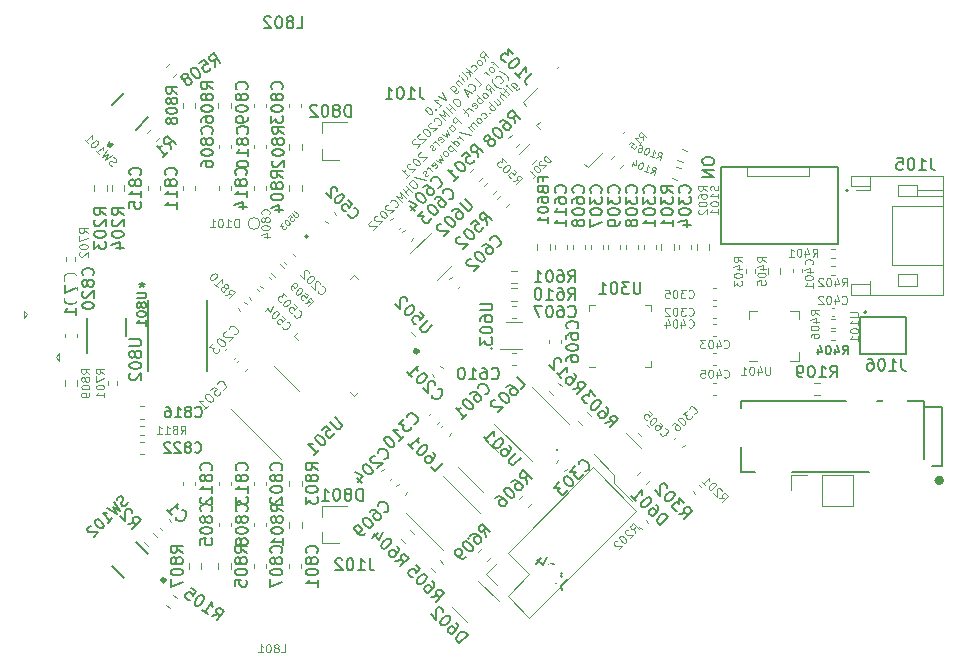
<source format=gbo>
%TF.GenerationSoftware,KiCad,Pcbnew,5.1.10-88a1d61d58~88~ubuntu18.04.1*%
%TF.CreationDate,2021-11-09T17:01:34+11:00*%
%TF.ProjectId,Rockling,526f636b-6c69-46e6-972e-6b696361645f,rev?*%
%TF.SameCoordinates,PX42c1d80PY7bfa480*%
%TF.FileFunction,Legend,Bot*%
%TF.FilePolarity,Positive*%
%FSLAX46Y46*%
G04 Gerber Fmt 4.6, Leading zero omitted, Abs format (unit mm)*
G04 Created by KiCad (PCBNEW 5.1.10-88a1d61d58~88~ubuntu18.04.1) date 2021-11-09 17:01:34*
%MOMM*%
%LPD*%
G01*
G04 APERTURE LIST*
%ADD10C,0.120000*%
%ADD11C,0.100000*%
%ADD12C,0.127000*%
%ADD13C,0.200000*%
%ADD14C,0.300000*%
%ADD15C,0.400000*%
%ADD16C,0.150000*%
%ADD17C,0.130000*%
%ADD18C,1.200000*%
%ADD19C,0.320000*%
%ADD20R,1.400000X0.800000*%
%ADD21C,1.500000*%
%ADD22C,2.000000*%
%ADD23R,1.500000X1.000000*%
%ADD24O,1.700000X1.700000*%
%ADD25R,1.700000X1.700000*%
%ADD26R,0.650000X0.400000*%
%ADD27C,2.500000*%
%ADD28C,0.350000*%
%ADD29C,0.723000*%
%ADD30C,0.562000*%
%ADD31C,0.612000*%
%ADD32C,1.580000*%
%ADD33R,1.580000X1.580000*%
%ADD34R,0.400000X1.800000*%
%ADD35R,1.930400X3.810000*%
%ADD36R,0.900000X0.800000*%
%ADD37R,2.600000X2.800000*%
%ADD38R,2.000000X2.800000*%
%ADD39C,1.700000*%
%ADD40R,2.200000X2.800000*%
%ADD41R,2.800000X2.800000*%
%ADD42C,1.450000*%
%ADD43R,2.600000X2.600000*%
%ADD44R,2.480000X1.550000*%
%ADD45R,0.300000X0.650000*%
%ADD46R,3.650000X3.650000*%
%ADD47O,1.750000X1.200000*%
G04 APERTURE END LIST*
D10*
X41700000Y28900000D02*
G75*
G03*
X41700000Y28900000I-100000J0D01*
G01*
X52000000Y17500000D02*
X51997954Y18225162D01*
X53500000Y16000000D02*
X52000000Y17500000D01*
D11*
X41057502Y53299187D02*
X40986791Y53699880D01*
X41340345Y53582029D02*
X40845370Y54077004D01*
X40656808Y53888442D01*
X40633238Y53817732D01*
X40633238Y53770591D01*
X40656808Y53699880D01*
X40727519Y53629170D01*
X40798229Y53605600D01*
X40845370Y53605600D01*
X40916081Y53629170D01*
X41104642Y53817732D01*
X40774659Y53016344D02*
X40798229Y53087055D01*
X40798229Y53134195D01*
X40774659Y53204906D01*
X40633238Y53346327D01*
X40562527Y53369897D01*
X40515387Y53369897D01*
X40444676Y53346327D01*
X40373965Y53275616D01*
X40350395Y53204906D01*
X40350395Y53157765D01*
X40373965Y53087055D01*
X40515387Y52945633D01*
X40586097Y52922063D01*
X40633238Y52922063D01*
X40703948Y52945633D01*
X40774659Y53016344D01*
X40161833Y52450658D02*
X40232544Y52474229D01*
X40326825Y52568510D01*
X40350395Y52639220D01*
X40350395Y52686361D01*
X40326825Y52757071D01*
X40185404Y52898493D01*
X40114693Y52922063D01*
X40067552Y52922063D01*
X39996842Y52898493D01*
X39902561Y52804212D01*
X39878991Y52733501D01*
X39973271Y52214956D02*
X39478297Y52709931D01*
X39737569Y52356378D02*
X39784710Y52026394D01*
X39454726Y52356378D02*
X39831850Y52356378D01*
X39501867Y51743552D02*
X39525437Y51814262D01*
X39501867Y51884973D01*
X39077603Y52309237D01*
X39313305Y51554990D02*
X38983322Y51884973D01*
X38818330Y52049965D02*
X38865471Y52049965D01*
X38865471Y52002824D01*
X38818330Y52002824D01*
X38818330Y52049965D01*
X38865471Y52002824D01*
X38747620Y51649271D02*
X39077603Y51319288D01*
X38794760Y51602130D02*
X38747620Y51602130D01*
X38676909Y51578560D01*
X38606198Y51507849D01*
X38582628Y51437139D01*
X38606198Y51366428D01*
X38865471Y51107156D01*
X38087653Y50989304D02*
X38488347Y50588611D01*
X38559058Y50565040D01*
X38606198Y50565040D01*
X38676909Y50588611D01*
X38747620Y50659321D01*
X38771190Y50730032D01*
X38394066Y50682891D02*
X38464777Y50706462D01*
X38559058Y50800743D01*
X38582628Y50871453D01*
X38582628Y50918594D01*
X38559058Y50989304D01*
X38417637Y51130726D01*
X38346926Y51154296D01*
X38299785Y51154296D01*
X38229075Y51130726D01*
X38134794Y51036445D01*
X38111224Y50965734D01*
X37380547Y50612181D02*
X37710530Y49952214D01*
X37050563Y50282198D01*
X37121274Y49362959D02*
X37404117Y49645802D01*
X37262695Y49504380D02*
X36767721Y49999355D01*
X36885572Y49975785D01*
X36979853Y49975785D01*
X37050563Y49999355D01*
X36862002Y49197967D02*
X36862002Y49150827D01*
X36909142Y49150827D01*
X36909142Y49197967D01*
X36862002Y49197967D01*
X36909142Y49150827D01*
X36084184Y49315818D02*
X36037044Y49268678D01*
X36013473Y49197967D01*
X36013473Y49150827D01*
X36037044Y49080116D01*
X36107754Y48962265D01*
X36225606Y48844414D01*
X36343457Y48773703D01*
X36414167Y48750133D01*
X36461308Y48750133D01*
X36532018Y48773703D01*
X36579159Y48820844D01*
X36602729Y48891554D01*
X36602729Y48938695D01*
X36579159Y49009405D01*
X36508448Y49127257D01*
X36390597Y49245108D01*
X36272746Y49315818D01*
X36202035Y49339389D01*
X36154895Y49339389D01*
X36084184Y49315818D01*
X41894245Y53169550D02*
X41705683Y52980988D01*
X42153518Y52768856D02*
X41729254Y53193120D01*
X41658543Y53216691D01*
X41587832Y53193120D01*
X41540692Y53145980D01*
X41799964Y52415303D02*
X41823534Y52486014D01*
X41823534Y52533154D01*
X41799964Y52603865D01*
X41658543Y52745286D01*
X41587832Y52768856D01*
X41540692Y52768856D01*
X41469981Y52745286D01*
X41399270Y52674575D01*
X41375700Y52603865D01*
X41375700Y52556724D01*
X41399270Y52486014D01*
X41540692Y52344592D01*
X41611402Y52321022D01*
X41658543Y52321022D01*
X41729254Y52344592D01*
X41799964Y52415303D01*
X41422841Y52038179D02*
X41092857Y52368162D01*
X41187138Y52273882D02*
X41116428Y52297452D01*
X41069287Y52297452D01*
X40998577Y52273882D01*
X40951436Y52226741D01*
X40503602Y51118940D02*
X40739304Y51354643D01*
X40244329Y51849617D01*
X40008627Y50718247D02*
X40055767Y50718247D01*
X40150048Y50765387D01*
X40197189Y50812528D01*
X40244329Y50906808D01*
X40244329Y51001089D01*
X40220759Y51071800D01*
X40150048Y51189651D01*
X40079338Y51260362D01*
X39961487Y51331072D01*
X39890776Y51354643D01*
X39796495Y51354643D01*
X39702214Y51307502D01*
X39655074Y51260362D01*
X39607933Y51166081D01*
X39607933Y51118940D01*
X39725784Y50623966D02*
X39490082Y50388263D01*
X39914346Y50529685D02*
X39254380Y50859668D01*
X39584363Y50199702D01*
X38452992Y50058280D02*
X38358711Y49963999D01*
X38335141Y49893289D01*
X38335141Y49799008D01*
X38405852Y49681157D01*
X38570843Y49516165D01*
X38688694Y49445454D01*
X38782975Y49445454D01*
X38853686Y49469025D01*
X38947967Y49563306D01*
X38971537Y49634016D01*
X38971537Y49728297D01*
X38900826Y49846148D01*
X38735835Y50011140D01*
X38617984Y50081851D01*
X38523703Y50081851D01*
X38452992Y50058280D01*
X38523703Y49139041D02*
X38028728Y49634016D01*
X38264430Y49398314D02*
X37981588Y49115471D01*
X38240860Y48856199D02*
X37745885Y49351174D01*
X38005158Y48620496D02*
X37510183Y49115471D01*
X37698745Y48596926D01*
X37180200Y48785488D01*
X37675175Y48290513D01*
X37109489Y47819109D02*
X37156630Y47819109D01*
X37250911Y47866249D01*
X37298051Y47913390D01*
X37345191Y48007671D01*
X37345191Y48101952D01*
X37321621Y48172662D01*
X37250911Y48290513D01*
X37180200Y48361224D01*
X37062349Y48431935D01*
X36991638Y48455505D01*
X36897357Y48455505D01*
X36803076Y48408364D01*
X36755936Y48361224D01*
X36708795Y48266943D01*
X36708795Y48219803D01*
X36520234Y48031241D02*
X36473093Y48031241D01*
X36402382Y48007671D01*
X36284531Y47889819D01*
X36260961Y47819109D01*
X36260961Y47771968D01*
X36284531Y47701258D01*
X36331672Y47654117D01*
X36425953Y47606977D01*
X36991638Y47606977D01*
X36685225Y47300564D01*
X35883837Y47489126D02*
X35836697Y47441985D01*
X35813127Y47371275D01*
X35813127Y47324134D01*
X35836697Y47253423D01*
X35907408Y47135572D01*
X36025259Y47017721D01*
X36143110Y46947010D01*
X36213821Y46923440D01*
X36260961Y46923440D01*
X36331672Y46947010D01*
X36378812Y46994151D01*
X36402382Y47064862D01*
X36402382Y47112002D01*
X36378812Y47182713D01*
X36308102Y47300564D01*
X36190250Y47418415D01*
X36072399Y47489126D01*
X36001689Y47512696D01*
X35954548Y47512696D01*
X35883837Y47489126D01*
X35577425Y47088432D02*
X35530284Y47088432D01*
X35459573Y47064862D01*
X35341722Y46947010D01*
X35318152Y46876300D01*
X35318152Y46829159D01*
X35341722Y46758449D01*
X35388863Y46711308D01*
X35483144Y46664168D01*
X36048829Y46664168D01*
X35742416Y46357755D01*
X35106020Y46617027D02*
X35058880Y46617027D01*
X34988169Y46593457D01*
X34870318Y46475606D01*
X34846748Y46404895D01*
X34846748Y46357755D01*
X34870318Y46287044D01*
X34917458Y46239904D01*
X35011739Y46192763D01*
X35577425Y46192763D01*
X35271012Y45886350D01*
X43013831Y51625700D02*
X43013831Y51672841D01*
X42990261Y51790692D01*
X42966691Y51861402D01*
X42919550Y51955683D01*
X42825269Y52097105D01*
X42730988Y52191386D01*
X42589567Y52285666D01*
X42495286Y52332807D01*
X42424575Y52356377D01*
X42306724Y52379947D01*
X42259584Y52379947D01*
X42306724Y51389998D02*
X42353865Y51389998D01*
X42448146Y51437138D01*
X42495286Y51484279D01*
X42542427Y51578560D01*
X42542427Y51672841D01*
X42518856Y51743551D01*
X42448146Y51861402D01*
X42377435Y51932113D01*
X42259584Y52002824D01*
X42188873Y52026394D01*
X42094592Y52026394D01*
X42000311Y51979254D01*
X41953171Y51932113D01*
X41906030Y51837832D01*
X41906030Y51790692D01*
X42377435Y50989304D02*
X42330294Y50989304D01*
X42212443Y51012874D01*
X42141733Y51036444D01*
X42047452Y51083585D01*
X41906030Y51177866D01*
X41811750Y51272147D01*
X41717469Y51413568D01*
X41670328Y51507849D01*
X41646758Y51578560D01*
X41623188Y51696411D01*
X41623188Y51743551D01*
X41528907Y50517899D02*
X41458196Y50918593D01*
X41811750Y50800742D02*
X41316775Y51295717D01*
X41128213Y51107155D01*
X41104643Y51036444D01*
X41104643Y50989304D01*
X41128213Y50918593D01*
X41198924Y50847883D01*
X41269634Y50824312D01*
X41316775Y50824312D01*
X41387485Y50847883D01*
X41576047Y51036444D01*
X41246064Y50235057D02*
X41269634Y50305767D01*
X41269634Y50352908D01*
X41246064Y50423619D01*
X41104643Y50565040D01*
X41033932Y50588610D01*
X40986792Y50588610D01*
X40916081Y50565040D01*
X40845370Y50494329D01*
X40821800Y50423619D01*
X40821800Y50376478D01*
X40845370Y50305767D01*
X40986792Y50164346D01*
X41057502Y50140776D01*
X41104643Y50140776D01*
X41175353Y50164346D01*
X41246064Y50235057D01*
X40868940Y49857933D02*
X40373966Y50352908D01*
X40562528Y50164346D02*
X40491817Y50140776D01*
X40397536Y50046495D01*
X40373966Y49975784D01*
X40373966Y49928644D01*
X40397536Y49857933D01*
X40538957Y49716512D01*
X40609668Y49692942D01*
X40656808Y49692942D01*
X40727519Y49716512D01*
X40821800Y49810793D01*
X40845370Y49881503D01*
X40208974Y49245107D02*
X40279685Y49268678D01*
X40373966Y49362958D01*
X40397536Y49433669D01*
X40373966Y49504380D01*
X40185404Y49692942D01*
X40114693Y49716512D01*
X40043983Y49692942D01*
X39949702Y49598661D01*
X39926131Y49527950D01*
X39949702Y49457239D01*
X39996842Y49410099D01*
X40279685Y49598661D01*
X39996842Y48985835D02*
X39666859Y49315818D01*
X39761140Y49221537D02*
X39690429Y49245107D01*
X39643289Y49245107D01*
X39572578Y49221537D01*
X39525438Y49174397D01*
X39431157Y49080116D02*
X39242595Y48891554D01*
X39195454Y49174397D02*
X39619718Y48750133D01*
X39643289Y48679422D01*
X39619718Y48608711D01*
X39572578Y48561571D01*
X39030463Y48019456D02*
X38535488Y48514430D01*
X38346926Y48325868D01*
X38323356Y48255158D01*
X38323356Y48208017D01*
X38346926Y48137307D01*
X38417637Y48066596D01*
X38488348Y48043026D01*
X38535488Y48043026D01*
X38606199Y48066596D01*
X38794761Y48255158D01*
X38464777Y47453770D02*
X38488348Y47524481D01*
X38488348Y47571621D01*
X38464777Y47642332D01*
X38323356Y47783753D01*
X38252645Y47807323D01*
X38205505Y47807323D01*
X38134794Y47783753D01*
X38064084Y47713043D01*
X38040513Y47642332D01*
X38040513Y47595191D01*
X38064084Y47524481D01*
X38205505Y47383059D01*
X38276216Y47359489D01*
X38323356Y47359489D01*
X38394067Y47383059D01*
X38464777Y47453770D01*
X37804811Y47453770D02*
X38040513Y47029506D01*
X37710530Y47170927D01*
X37851952Y46840944D01*
X37427687Y47076646D01*
X37356977Y46393110D02*
X37427687Y46416680D01*
X37521968Y46510961D01*
X37545539Y46581672D01*
X37521968Y46652382D01*
X37333407Y46840944D01*
X37262696Y46864514D01*
X37191985Y46840944D01*
X37097704Y46746663D01*
X37074134Y46675953D01*
X37097704Y46605242D01*
X37144845Y46558102D01*
X37427687Y46746663D01*
X37144845Y46133837D02*
X36814862Y46463821D01*
X36909142Y46369540D02*
X36838432Y46393110D01*
X36791291Y46393110D01*
X36720581Y46369540D01*
X36673440Y46322399D01*
X36838432Y45874565D02*
X36814862Y45803854D01*
X36720581Y45709573D01*
X36649870Y45686003D01*
X36579159Y45709573D01*
X36555589Y45733144D01*
X36532019Y45803854D01*
X36555589Y45874565D01*
X36626300Y45945276D01*
X36649870Y46015986D01*
X36626300Y46086697D01*
X36602730Y46110267D01*
X36532019Y46133837D01*
X36461308Y46110267D01*
X36390598Y46039557D01*
X36367027Y45968846D01*
X35636350Y45521012D02*
X35589210Y45521012D01*
X35518499Y45497441D01*
X35400648Y45379590D01*
X35377078Y45308880D01*
X35377078Y45261739D01*
X35400648Y45191028D01*
X35447788Y45143888D01*
X35542069Y45096748D01*
X36107755Y45096748D01*
X35801342Y44790335D01*
X34999954Y44978896D02*
X34952814Y44931756D01*
X34929243Y44861045D01*
X34929243Y44813905D01*
X34952814Y44743194D01*
X35023524Y44625343D01*
X35141376Y44507492D01*
X35259227Y44436781D01*
X35329937Y44413211D01*
X35377078Y44413211D01*
X35447788Y44436781D01*
X35494929Y44483922D01*
X35518499Y44554632D01*
X35518499Y44601773D01*
X35494929Y44672483D01*
X35424218Y44790335D01*
X35306367Y44908186D01*
X35188516Y44978896D01*
X35117805Y45002467D01*
X35070665Y45002467D01*
X34999954Y44978896D01*
X34693541Y44578203D02*
X34646401Y44578203D01*
X34575690Y44554632D01*
X34457839Y44436781D01*
X34434269Y44366070D01*
X34434269Y44318930D01*
X34457839Y44248219D01*
X34504979Y44201079D01*
X34599260Y44153938D01*
X35164946Y44153938D01*
X34858533Y43847526D01*
X34387128Y43376121D02*
X34669971Y43658964D01*
X34528550Y43517542D02*
X34033575Y44012517D01*
X34151426Y43988947D01*
X34245707Y43988947D01*
X34316418Y44012517D01*
X43237748Y51260361D02*
X43638442Y50859668D01*
X43709153Y50836097D01*
X43756293Y50836097D01*
X43827004Y50859668D01*
X43897715Y50930378D01*
X43921285Y51001089D01*
X43544161Y50953948D02*
X43614872Y50977519D01*
X43709153Y51071800D01*
X43732723Y51142510D01*
X43732723Y51189651D01*
X43709153Y51260361D01*
X43567732Y51401783D01*
X43497021Y51425353D01*
X43449880Y51425353D01*
X43379170Y51401783D01*
X43284889Y51307502D01*
X43261319Y51236791D01*
X43332029Y50694676D02*
X43002046Y51024659D01*
X42837055Y51189651D02*
X42884195Y51189651D01*
X42884195Y51142510D01*
X42837055Y51142510D01*
X42837055Y51189651D01*
X42884195Y51142510D01*
X42837055Y50859668D02*
X42648493Y50671106D01*
X42601352Y50953948D02*
X43025616Y50529684D01*
X43049187Y50458974D01*
X43025616Y50388263D01*
X42978476Y50341123D01*
X42813484Y50176131D02*
X42318510Y50671106D01*
X42601352Y49963999D02*
X42342080Y50223271D01*
X42318510Y50293982D01*
X42342080Y50364693D01*
X42412790Y50435404D01*
X42483501Y50458974D01*
X42530642Y50458974D01*
X41823535Y49846148D02*
X42153518Y49516165D01*
X42035667Y50058280D02*
X42294939Y49799007D01*
X42318510Y49728297D01*
X42294939Y49657586D01*
X42224229Y49586875D01*
X42153518Y49563305D01*
X42106378Y49563305D01*
X41917816Y49280462D02*
X41422841Y49775437D01*
X41611403Y49586875D02*
X41540692Y49563305D01*
X41446411Y49469024D01*
X41422841Y49398314D01*
X41422841Y49351173D01*
X41446411Y49280462D01*
X41587833Y49139041D01*
X41658543Y49115471D01*
X41705684Y49115471D01*
X41776394Y49139041D01*
X41870675Y49233322D01*
X41894245Y49304033D01*
X41422841Y48879769D02*
X41422841Y48832628D01*
X41469981Y48832628D01*
X41469981Y48879769D01*
X41422841Y48879769D01*
X41469981Y48832628D01*
X40998577Y48408364D02*
X41069288Y48431934D01*
X41163568Y48526215D01*
X41187139Y48596926D01*
X41187139Y48644066D01*
X41163568Y48714777D01*
X41022147Y48856198D01*
X40951436Y48879769D01*
X40904296Y48879769D01*
X40833585Y48856198D01*
X40739304Y48761917D01*
X40715734Y48691207D01*
X40739304Y48101951D02*
X40762875Y48172662D01*
X40762875Y48219802D01*
X40739304Y48290513D01*
X40597883Y48431934D01*
X40527172Y48455505D01*
X40480032Y48455505D01*
X40409321Y48431934D01*
X40338611Y48361224D01*
X40315040Y48290513D01*
X40315040Y48243372D01*
X40338611Y48172662D01*
X40480032Y48031240D01*
X40550743Y48007670D01*
X40597883Y48007670D01*
X40668594Y48031240D01*
X40739304Y48101951D01*
X40362181Y47724828D02*
X40032198Y48054811D01*
X40079338Y48007670D02*
X40032198Y48007670D01*
X39961487Y47984100D01*
X39890776Y47913389D01*
X39867206Y47842679D01*
X39890776Y47771968D01*
X40150049Y47512695D01*
X39890776Y47771968D02*
X39820066Y47795538D01*
X39749355Y47771968D01*
X39678644Y47701257D01*
X39655074Y47630547D01*
X39678644Y47559836D01*
X39937917Y47300563D01*
X38830116Y47229853D02*
X39890776Y47017721D01*
X39183669Y46546316D02*
X38853686Y46876299D01*
X38947967Y46782018D02*
X38877257Y46805589D01*
X38830116Y46805589D01*
X38759405Y46782018D01*
X38712265Y46734878D01*
X38665125Y46027771D02*
X38170150Y46522746D01*
X38641554Y46051341D02*
X38712265Y46074912D01*
X38806546Y46169193D01*
X38830116Y46239903D01*
X38830116Y46287044D01*
X38806546Y46357754D01*
X38665125Y46499176D01*
X38594414Y46522746D01*
X38547273Y46522746D01*
X38476563Y46499176D01*
X38382282Y46404895D01*
X38358712Y46334184D01*
X38099439Y46122052D02*
X38594414Y45627077D01*
X38123009Y46098482D02*
X38052299Y46074912D01*
X37958018Y45980631D01*
X37934448Y45909920D01*
X37934448Y45862780D01*
X37958018Y45792069D01*
X38099439Y45650648D01*
X38170150Y45627077D01*
X38217290Y45627077D01*
X38288001Y45650648D01*
X38382282Y45744929D01*
X38405852Y45815639D01*
X37910877Y45273524D02*
X37934448Y45344235D01*
X37934448Y45391375D01*
X37910877Y45462086D01*
X37769456Y45603507D01*
X37698745Y45627077D01*
X37651605Y45627077D01*
X37580894Y45603507D01*
X37510183Y45532796D01*
X37486613Y45462086D01*
X37486613Y45414945D01*
X37510183Y45344235D01*
X37651605Y45202813D01*
X37722315Y45179243D01*
X37769456Y45179243D01*
X37840167Y45202813D01*
X37910877Y45273524D01*
X37250911Y45273524D02*
X37486613Y44849260D01*
X37156630Y44990681D01*
X37298051Y44660698D01*
X36873787Y44896400D01*
X36803077Y44212864D02*
X36873787Y44236434D01*
X36968068Y44330715D01*
X36991638Y44401426D01*
X36968068Y44472136D01*
X36779506Y44660698D01*
X36708796Y44684268D01*
X36638085Y44660698D01*
X36543804Y44566417D01*
X36520234Y44495707D01*
X36543804Y44424996D01*
X36590945Y44377855D01*
X36873787Y44566417D01*
X36590945Y43953591D02*
X36260961Y44283575D01*
X36355242Y44189294D02*
X36284532Y44212864D01*
X36237391Y44212864D01*
X36166681Y44189294D01*
X36119540Y44142153D01*
X36284532Y43694319D02*
X36260961Y43623608D01*
X36166681Y43529327D01*
X36095970Y43505757D01*
X36025259Y43529327D01*
X36001689Y43552897D01*
X35978119Y43623608D01*
X36001689Y43694319D01*
X36072400Y43765030D01*
X36095970Y43835740D01*
X36072400Y43906451D01*
X36048829Y43930021D01*
X35978119Y43953591D01*
X35907408Y43930021D01*
X35836697Y43859310D01*
X35813127Y43788600D01*
X35011739Y43411476D02*
X36072400Y43199344D01*
X34776037Y43128633D02*
X34681756Y43034353D01*
X34658186Y42963642D01*
X34658186Y42869361D01*
X34728897Y42751510D01*
X34893888Y42586518D01*
X35011739Y42515808D01*
X35106020Y42515808D01*
X35176731Y42539378D01*
X35271012Y42633659D01*
X35294582Y42704369D01*
X35294582Y42798650D01*
X35223872Y42916501D01*
X35058880Y43081493D01*
X34941029Y43152204D01*
X34846748Y43152204D01*
X34776037Y43128633D01*
X34846748Y42209395D02*
X34351773Y42704369D01*
X34587475Y42468667D02*
X34304633Y42185824D01*
X34563905Y41926552D02*
X34068930Y42421527D01*
X34328203Y41690850D02*
X33833228Y42185824D01*
X34021790Y41667279D01*
X33503245Y41855841D01*
X33998220Y41360866D01*
X33432534Y40889462D02*
X33479675Y40889462D01*
X33573956Y40936602D01*
X33621096Y40983743D01*
X33668237Y41078024D01*
X33668237Y41172305D01*
X33644666Y41243015D01*
X33573956Y41360866D01*
X33503245Y41431577D01*
X33385394Y41502288D01*
X33314683Y41525858D01*
X33220402Y41525858D01*
X33126121Y41478718D01*
X33078981Y41431577D01*
X33031841Y41337296D01*
X33031841Y41290156D01*
X32843279Y41101594D02*
X32796138Y41101594D01*
X32725428Y41078024D01*
X32607576Y40960173D01*
X32584006Y40889462D01*
X32584006Y40842322D01*
X32607576Y40771611D01*
X32654717Y40724470D01*
X32748998Y40677330D01*
X33314683Y40677330D01*
X33008270Y40370917D01*
X32206883Y40559479D02*
X32159742Y40512338D01*
X32136172Y40441628D01*
X32136172Y40394487D01*
X32159742Y40323777D01*
X32230453Y40205925D01*
X32348304Y40088074D01*
X32466155Y40017364D01*
X32536866Y39993793D01*
X32584006Y39993793D01*
X32654717Y40017364D01*
X32701857Y40064504D01*
X32725428Y40135215D01*
X32725428Y40182355D01*
X32701857Y40253066D01*
X32631147Y40370917D01*
X32513296Y40488768D01*
X32395444Y40559479D01*
X32324734Y40583049D01*
X32277593Y40583049D01*
X32206883Y40559479D01*
X31900470Y40158785D02*
X31853329Y40158785D01*
X31782619Y40135215D01*
X31664767Y40017364D01*
X31641197Y39946653D01*
X31641197Y39899512D01*
X31664767Y39828802D01*
X31711908Y39781661D01*
X31806189Y39734521D01*
X32371874Y39734521D01*
X32065461Y39428108D01*
X31429065Y39687380D02*
X31381925Y39687380D01*
X31311214Y39663810D01*
X31193363Y39545959D01*
X31169793Y39475248D01*
X31169793Y39428108D01*
X31193363Y39357397D01*
X31240503Y39310257D01*
X31334784Y39263116D01*
X31900470Y39263116D01*
X31594057Y38956703D01*
D10*
%TO.C,D201*%
X45032843Y44542893D02*
X45457107Y44967157D01*
X44750000Y46239949D02*
X44750000Y46239949D01*
X43901472Y45391421D02*
X44750000Y46239949D01*
%TO.C,D101*%
X22000000Y39500000D02*
G75*
G03*
X22000000Y39500000I-500000J0D01*
G01*
%TO.C,R204*%
X9477500Y42737258D02*
X9477500Y42262742D01*
X10522500Y42737258D02*
X10522500Y42262742D01*
%TO.C,R203*%
X7977500Y42737258D02*
X7977500Y42262742D01*
X9022500Y42737258D02*
X9022500Y42262742D01*
%TO.C,C814*%
X18490000Y42359420D02*
X18490000Y42640580D01*
X19510000Y42359420D02*
X19510000Y42640580D01*
%TO.C,R602*%
X60022500Y37262742D02*
X60022500Y37737258D01*
X58977500Y37262742D02*
X58977500Y37737258D01*
%TO.C,R402*%
X70653641Y35880000D02*
X70346359Y35880000D01*
X70653641Y35120000D02*
X70346359Y35120000D01*
%TO.C,R302*%
X53962770Y18201697D02*
X54298303Y18537230D01*
X54701697Y17462770D02*
X55037230Y17798303D01*
%TO.C,C310*%
X36289970Y23261219D02*
X36488781Y23460030D01*
X37011219Y22539970D02*
X37210030Y22738781D01*
%TO.C,C306*%
X57039970Y21261219D02*
X57238781Y21460030D01*
X57761219Y20539970D02*
X57960030Y20738781D01*
%TO.C,C303*%
X47039970Y19261219D02*
X47238781Y19460030D01*
X47761219Y18539970D02*
X47960030Y18738781D01*
%TO.C,C204*%
X33210030Y17988781D02*
X33011219Y17789970D01*
X32488781Y18710030D02*
X32289970Y18511219D01*
%TO.C,R202*%
X54877341Y14160060D02*
X54660060Y14377341D01*
X54339940Y13622659D02*
X54122659Y13839940D01*
%TO.C,R201*%
X59377341Y17160060D02*
X59160060Y17377341D01*
X58839940Y16622659D02*
X58622659Y16839940D01*
%TO.C,JP402*%
X2300000Y31800000D02*
X2000000Y32100000D01*
X2000000Y31500000D02*
X2000000Y32100000D01*
X2300000Y31800000D02*
X2000000Y31500000D01*
%TO.C,JP401*%
X4700000Y28200000D02*
X5000000Y27900000D01*
X5000000Y28500000D02*
X5000000Y27900000D01*
X4700000Y28200000D02*
X5000000Y28500000D01*
%TO.C,R2*%
X12548303Y12212770D02*
X12212770Y12548303D01*
X13287230Y12951697D02*
X12951697Y13287230D01*
%TO.C,R1*%
X12462770Y47201697D02*
X12798303Y47537230D01*
X13201697Y46462770D02*
X13537230Y46798303D01*
%TO.C,C1*%
X13738781Y13539970D02*
X13539970Y13738781D01*
X14460030Y14261219D02*
X14261219Y14460030D01*
%TO.C,P1*%
X66970000Y18230000D02*
X66970000Y16900000D01*
X68300000Y18230000D02*
X66970000Y18230000D01*
X69570000Y18230000D02*
X69570000Y15570000D01*
X69570000Y15570000D02*
X72170000Y15570000D01*
X69570000Y18230000D02*
X72170000Y18230000D01*
X72170000Y18230000D02*
X72170000Y15570000D01*
%TO.C,C203*%
X19960030Y28238781D02*
X19761219Y28039970D01*
X19238781Y28960030D02*
X19039970Y28761219D01*
%TO.C,C202*%
X24238781Y36039970D02*
X24039970Y36238781D01*
X24960030Y36761219D02*
X24761219Y36960030D01*
%TO.C,C201*%
X37261219Y27460030D02*
X37460030Y27261219D01*
X36539970Y26738781D02*
X36738781Y26539970D01*
%TO.C,FB601*%
X45477500Y37262742D02*
X45477500Y37737258D01*
X46522500Y37262742D02*
X46522500Y37737258D01*
%TO.C,C611*%
X48010000Y37640580D02*
X48010000Y37359420D01*
X46990000Y37640580D02*
X46990000Y37359420D01*
%TO.C,C608*%
X48490000Y37359420D02*
X48490000Y37640580D01*
X49510000Y37359420D02*
X49510000Y37640580D01*
%TO.C,C606*%
X46490000Y29359420D02*
X46490000Y29640580D01*
X47510000Y29359420D02*
X47510000Y29640580D01*
%TO.C,R808*%
X16522500Y49737258D02*
X16522500Y49262742D01*
X15477500Y49737258D02*
X15477500Y49262742D01*
%TO.C,R807*%
X15977500Y10262742D02*
X15977500Y10737258D01*
X17022500Y10262742D02*
X17022500Y10737258D01*
%TO.C,R806*%
X19522500Y49737258D02*
X19522500Y49262742D01*
X18477500Y49737258D02*
X18477500Y49262742D01*
%TO.C,R805*%
X18477500Y10262742D02*
X18477500Y10737258D01*
X19522500Y10262742D02*
X19522500Y10737258D01*
%TO.C,C813*%
X19510000Y17640580D02*
X19510000Y17359420D01*
X18490000Y17640580D02*
X18490000Y17359420D01*
%TO.C,C822*%
X12140580Y19990000D02*
X11859420Y19990000D01*
X12140580Y21010000D02*
X11859420Y21010000D01*
%TO.C,C820*%
X6510000Y34140580D02*
X6510000Y33859420D01*
X5490000Y34140580D02*
X5490000Y33859420D01*
%TO.C,C816*%
X12140580Y22990000D02*
X11859420Y22990000D01*
X12140580Y24010000D02*
X11859420Y24010000D01*
%TO.C,C815*%
X12490000Y42359420D02*
X12490000Y42640580D01*
X13510000Y42359420D02*
X13510000Y42640580D01*
%TO.C,C804*%
X22510000Y42640580D02*
X22510000Y42359420D01*
X21490000Y42640580D02*
X21490000Y42359420D01*
%TO.C,C802*%
X21490000Y17359420D02*
X21490000Y17640580D01*
X22510000Y17359420D02*
X22510000Y17640580D01*
%TO.C,C701*%
X5490000Y29859420D02*
X5490000Y30140580D01*
X6510000Y29859420D02*
X6510000Y30140580D01*
%TO.C,R401*%
X70346359Y36620000D02*
X70653641Y36620000D01*
X70346359Y37380000D02*
X70653641Y37380000D01*
%TO.C,U603*%
X42800000Y31160000D02*
X44200000Y31160000D01*
X44200000Y28840000D02*
X42300000Y28840000D01*
%TO.C,R612*%
X47201697Y26037230D02*
X47537230Y25701697D01*
X46462770Y25298303D02*
X46798303Y24962770D01*
%TO.C,R606*%
X45037230Y15798303D02*
X44701697Y15462770D01*
X44298303Y16537230D02*
X43962770Y16201697D01*
%TO.C,R702*%
X6380000Y36653641D02*
X6380000Y36346359D01*
X5620000Y36653641D02*
X5620000Y36346359D01*
%TO.C,R701*%
X9120000Y25846359D02*
X9120000Y26153641D01*
X9880000Y25846359D02*
X9880000Y26153641D01*
%TO.C,D602*%
X40502046Y9274838D02*
X42234457Y7542426D01*
X39497954Y5725162D02*
X38225162Y6997954D01*
%TO.C,R509*%
X24037230Y35701697D02*
X23701697Y36037230D01*
X23298303Y34962770D02*
X22962770Y35298303D01*
%TO.C,C504*%
X21960030Y33761219D02*
X21761219Y33960030D01*
X21238781Y33039970D02*
X21039970Y33238781D01*
%TO.C,C503*%
X22960030Y34761219D02*
X22761219Y34960030D01*
X22238781Y34039970D02*
X22039970Y34238781D01*
%TO.C,R508*%
X14394657Y53064093D02*
X14005956Y52791921D01*
X14994044Y52208079D02*
X14605343Y51935907D01*
%TO.C,R406*%
X70653641Y31380000D02*
X70346359Y31380000D01*
X70653641Y30620000D02*
X70346359Y30620000D01*
%TO.C,R405*%
X66022500Y35262742D02*
X66022500Y35737258D01*
X64977500Y35262742D02*
X64977500Y35737258D01*
%TO.C,R404*%
X70346359Y29620000D02*
X70653641Y29620000D01*
X70346359Y30380000D02*
X70653641Y30380000D01*
%TO.C,R403*%
X63880000Y35346359D02*
X63880000Y35653641D01*
X63120000Y35346359D02*
X63120000Y35653641D01*
%TO.C,R109*%
X69412258Y26022500D02*
X68937742Y26022500D01*
X69412258Y24977500D02*
X68937742Y24977500D01*
%TO.C,C405*%
X60640580Y26010000D02*
X60359420Y26010000D01*
X60640580Y24990000D02*
X60359420Y24990000D01*
%TO.C,C404*%
X60640580Y31010000D02*
X60359420Y31010000D01*
X60640580Y29990000D02*
X60359420Y29990000D01*
%TO.C,C403*%
X60640580Y28510000D02*
X60359420Y28510000D01*
X60640580Y27490000D02*
X60359420Y27490000D01*
%TO.C,C402*%
X70392164Y31640000D02*
X70607836Y31640000D01*
X70392164Y32360000D02*
X70607836Y32360000D01*
%TO.C,C401*%
X67860000Y35392164D02*
X67860000Y35607836D01*
X67140000Y35392164D02*
X67140000Y35607836D01*
D12*
%TO.C,U101*%
X72820000Y31550000D02*
X72820000Y28450000D01*
X72820000Y28450000D02*
X76680000Y28450000D01*
X76680000Y28450000D02*
X76680000Y31550000D01*
X76680000Y31550000D02*
X72820000Y31550000D01*
D13*
X73350000Y32000000D02*
G75*
G03*
X73350000Y32000000I-100000J0D01*
G01*
D10*
%TO.C,R811*%
X11846359Y22380000D02*
X12153641Y22380000D01*
X11846359Y21620000D02*
X12153641Y21620000D01*
%TO.C,R810*%
X20339940Y32122659D02*
X20122659Y32339940D01*
X20877341Y32660060D02*
X20660060Y32877341D01*
%TO.C,R809*%
X6522500Y26237258D02*
X6522500Y25762742D01*
X5477500Y26237258D02*
X5477500Y25762742D01*
%TO.C,R804*%
X25522500Y42737258D02*
X25522500Y42262742D01*
X24477500Y42737258D02*
X24477500Y42262742D01*
%TO.C,R803*%
X24477500Y17262742D02*
X24477500Y17737258D01*
X25522500Y17262742D02*
X25522500Y17737258D01*
%TO.C,R802*%
X25522500Y46237258D02*
X25522500Y45762742D01*
X24477500Y46237258D02*
X24477500Y45762742D01*
%TO.C,R801*%
X24477500Y13762742D02*
X24477500Y14237258D01*
X25522500Y13762742D02*
X25522500Y14237258D01*
%TO.C,R301*%
X57022500Y37737258D02*
X57022500Y37262742D01*
X55977500Y37737258D02*
X55977500Y37262742D01*
%TO.C,R106*%
X57705756Y45822136D02*
X58151655Y45659842D01*
X57348345Y44840158D02*
X57794244Y44677864D01*
%TO.C,R105*%
X14394657Y6935907D02*
X14005956Y7208079D01*
X14994044Y7791921D02*
X14605343Y8064093D01*
%TO.C,R104*%
X57205756Y44322136D02*
X57651655Y44159842D01*
X56848345Y43340158D02*
X57294244Y43177864D01*
%TO.C,R610*%
X43262742Y34022500D02*
X43737258Y34022500D01*
X43262742Y32977500D02*
X43737258Y32977500D01*
%TO.C,R609*%
X41537230Y11298303D02*
X41201697Y10962770D01*
X40798303Y12037230D02*
X40462770Y11701697D01*
%TO.C,R608*%
X42962770Y46701697D02*
X43298303Y47037230D01*
X43701697Y45962770D02*
X44037230Y46298303D01*
%TO.C,C605*%
X54761219Y22460030D02*
X54960030Y22261219D01*
X54039970Y21738781D02*
X54238781Y21539970D01*
%TO.C,R503*%
X42037230Y42298303D02*
X41701697Y41962770D01*
X41298303Y43037230D02*
X40962770Y42701697D01*
%TO.C,R502*%
X42062770Y41601697D02*
X42398303Y41937230D01*
X42801697Y40862770D02*
X43137230Y41198303D01*
%TO.C,R501*%
X40887230Y43448303D02*
X40551697Y43112770D01*
X40148303Y44187230D02*
X39812770Y43851697D01*
%TO.C,R15*%
X52787230Y44548303D02*
X52451697Y44212770D01*
X52048303Y45287230D02*
X51712770Y44951697D01*
%TO.C,C604*%
X33039970Y39761219D02*
X33238781Y39960030D01*
X33761219Y39039970D02*
X33960030Y39238781D01*
%TO.C,C603*%
X34039970Y38761219D02*
X34238781Y38960030D01*
X34761219Y38039970D02*
X34960030Y38238781D01*
%TO.C,C602*%
X38960030Y34238781D02*
X38761219Y34039970D01*
X38238781Y34960030D02*
X38039970Y34761219D01*
%TO.C,C309*%
X51490000Y37359420D02*
X51490000Y37640580D01*
X52510000Y37359420D02*
X52510000Y37640580D01*
%TO.C,C308*%
X52990000Y37359420D02*
X52990000Y37640580D01*
X54010000Y37359420D02*
X54010000Y37640580D01*
%TO.C,C601*%
X37488781Y22460030D02*
X37289970Y22261219D01*
X38210030Y21738781D02*
X38011219Y21539970D01*
%TO.C,C502*%
X28460030Y40261219D02*
X28261219Y40460030D01*
X27738781Y39539970D02*
X27539970Y39738781D01*
%TO.C,C501*%
X20238781Y27960030D02*
X20039970Y27761219D01*
X20960030Y27238781D02*
X20761219Y27039970D01*
%TO.C,C307*%
X51010000Y37359420D02*
X51010000Y37640580D01*
X49990000Y37359420D02*
X49990000Y37640580D01*
%TO.C,C305*%
X60359420Y32990000D02*
X60640580Y32990000D01*
X60359420Y34010000D02*
X60640580Y34010000D01*
%TO.C,C304*%
X58510000Y37359420D02*
X58510000Y37640580D01*
X57490000Y37359420D02*
X57490000Y37640580D01*
%TO.C,C302*%
X60359420Y31490000D02*
X60640580Y31490000D01*
X60359420Y32510000D02*
X60640580Y32510000D01*
%TO.C,C301*%
X55510000Y37359420D02*
X55510000Y37640580D01*
X54490000Y37359420D02*
X54490000Y37640580D01*
D13*
%TO.C,S101*%
X71800000Y42300000D02*
G75*
G03*
X71800000Y42300000I-100000J0D01*
G01*
X71800000Y42300000D02*
G75*
G03*
X71800000Y42300000I-100000J0D01*
G01*
D12*
X70950000Y37750000D02*
X70950000Y44250000D01*
X61050000Y37750000D02*
X70950000Y37750000D01*
X61050000Y44250000D02*
X61050000Y37750000D01*
X70950000Y44250000D02*
X61050000Y44250000D01*
D10*
X63250000Y44250000D02*
X63250000Y43500000D01*
X63250000Y43500000D02*
X68500000Y43500000D01*
X68500000Y44250000D02*
X68500000Y43500000D01*
D14*
%TO.C,SW102*%
X13969846Y9302944D02*
G75*
G03*
X13969846Y9302944I-141419J0D01*
G01*
D12*
X9455679Y10493712D02*
X10493712Y9455679D01*
X12544321Y11506288D02*
X11506288Y12544321D01*
D10*
%TO.C,U602*%
X38274838Y35997954D02*
X37002046Y34725162D01*
X34725162Y37002046D02*
X36457574Y38734457D01*
D14*
%TO.C,SW101*%
X9444363Y46171573D02*
G75*
G03*
X9444363Y46171573I-141419J0D01*
G01*
D12*
X10493712Y50544321D02*
X9455679Y49506288D01*
X11506288Y47455679D02*
X12544321Y48493712D01*
D10*
%TO.C,R605*%
X36462770Y10298303D02*
X36798303Y9962770D01*
X37201697Y11037230D02*
X37537230Y10701697D01*
%TO.C,R604*%
X33962770Y12798303D02*
X34298303Y12462770D01*
X34701697Y13537230D02*
X35037230Y13201697D01*
%TO.C,R603*%
X48962770Y22798303D02*
X49298303Y22462770D01*
X49701697Y23537230D02*
X50037230Y23201697D01*
%TO.C,R601*%
X43737258Y35522500D02*
X43262742Y35522500D01*
X43737258Y34477500D02*
X43262742Y34477500D01*
%TO.C,L602*%
X47222480Y20353719D02*
G75*
G03*
X47222480Y20353719I-76199J0D01*
G01*
X45000000Y25643090D02*
X48143090Y22500000D01*
X45000000Y19356910D02*
X41856910Y22500000D01*
%TO.C,L601*%
X39722480Y12853719D02*
G75*
G03*
X39722480Y12853719I-76199J0D01*
G01*
X37500000Y18143090D02*
X40643090Y15000000D01*
X37500000Y11856910D02*
X34356910Y15000000D01*
%TO.C,D601*%
X53002046Y21774838D02*
X54274838Y20502046D01*
X51997954Y18225162D02*
X50265543Y19957574D01*
%TO.C,C610*%
X43359420Y27490000D02*
X43640580Y27490000D01*
X43359420Y28510000D02*
X43640580Y28510000D01*
%TO.C,C609*%
X33738781Y17460030D02*
X33539970Y17261219D01*
X34460030Y16738781D02*
X34261219Y16539970D01*
%TO.C,C607*%
X43359420Y31490000D02*
X43640580Y31490000D01*
X43359420Y32510000D02*
X43640580Y32510000D01*
D12*
%TO.C,U801*%
X12550000Y27000000D02*
X12550000Y33000000D01*
X17500000Y33000000D02*
X17500000Y27000000D01*
D10*
%TO.C,D802*%
X27240000Y44920000D02*
X27240000Y45850000D01*
X27240000Y48080000D02*
X27240000Y47150000D01*
X27240000Y48080000D02*
X29400000Y48080000D01*
X27240000Y44920000D02*
X28700000Y44920000D01*
%TO.C,D801*%
X27240000Y12420000D02*
X27240000Y13350000D01*
X27240000Y15580000D02*
X27240000Y14650000D01*
X27240000Y15580000D02*
X29400000Y15580000D01*
X27240000Y12420000D02*
X28700000Y12420000D01*
%TO.C,C812*%
X15490000Y17646267D02*
X15490000Y17353733D01*
X16510000Y17646267D02*
X16510000Y17353733D01*
%TO.C,C811*%
X16510000Y42353733D02*
X16510000Y42646267D01*
X15490000Y42353733D02*
X15490000Y42646267D01*
%TO.C,C810*%
X21490000Y46146267D02*
X21490000Y45853733D01*
X22510000Y46146267D02*
X22510000Y45853733D01*
%TO.C,C809*%
X21490000Y49646267D02*
X21490000Y49353733D01*
X22510000Y49646267D02*
X22510000Y49353733D01*
%TO.C,C808*%
X22510000Y13853733D02*
X22510000Y14146267D01*
X21490000Y13853733D02*
X21490000Y14146267D01*
%TO.C,C807*%
X22510000Y10353733D02*
X22510000Y10646267D01*
X21490000Y10353733D02*
X21490000Y10646267D01*
%TO.C,C806*%
X18490000Y46146267D02*
X18490000Y45853733D01*
X19510000Y46146267D02*
X19510000Y45853733D01*
%TO.C,C805*%
X19510000Y13853733D02*
X19510000Y14146267D01*
X18490000Y13853733D02*
X18490000Y14146267D01*
%TO.C,C803*%
X24490000Y49646267D02*
X24490000Y49353733D01*
X25510000Y49646267D02*
X25510000Y49353733D01*
%TO.C,C801*%
X25510000Y10353733D02*
X25510000Y10646267D01*
X24490000Y10353733D02*
X24490000Y10646267D01*
%TO.C,U501*%
X23775772Y19533131D02*
X19533131Y23775772D01*
X25345549Y25345549D02*
X23224228Y27466869D01*
D12*
%TO.C,J106*%
X74260000Y24500000D02*
X78260000Y24500000D01*
X78260000Y24500000D02*
X78260000Y24000000D01*
X78260000Y24000000D02*
X78260000Y19550000D01*
X78260000Y24000000D02*
X79760000Y24000000D01*
X79760000Y24000000D02*
X79760000Y19000000D01*
X79760000Y19000000D02*
X78860000Y19000000D01*
X73560000Y18500000D02*
X67060000Y18500000D01*
X63910000Y18500000D02*
X62760000Y18500000D01*
X62760000Y24500000D02*
X71660000Y24500000D01*
D15*
X79710000Y17750000D02*
G75*
G03*
X79710000Y17750000I-200000J0D01*
G01*
D12*
X62760000Y20600000D02*
X62760000Y18500000D01*
X62760000Y24500000D02*
X62760000Y23850000D01*
D16*
%TO.C,U503*%
X26070710Y38412132D02*
G75*
G03*
X26070710Y38412132I-141421J0D01*
G01*
D10*
%TO.C,J103*%
X44246008Y49761441D02*
X44564206Y49443243D01*
X45554155Y51069588D02*
X44246008Y49761441D01*
X52872711Y47357278D02*
X52695934Y47180501D01*
X47357278Y52872711D02*
X47180501Y52695934D01*
X51069588Y45554155D02*
X49761441Y44246008D01*
X49761441Y44246008D02*
X49443243Y44564206D01*
X45412734Y47816897D02*
X45730932Y47498699D01*
X45412734Y47816897D02*
X45730932Y48135095D01*
%TO.C,U401*%
X66885000Y27890000D02*
X67610000Y27890000D01*
X67610000Y27890000D02*
X67610000Y28615000D01*
X64115000Y32110000D02*
X63390000Y32110000D01*
X63390000Y32110000D02*
X63390000Y31385000D01*
X66885000Y32110000D02*
X67610000Y32110000D01*
X67610000Y32110000D02*
X67610000Y31385000D01*
X64115000Y27890000D02*
X63390000Y27890000D01*
D16*
%TO.C,U802*%
X7350000Y28500000D02*
X7350000Y31500000D01*
X10650000Y30000000D02*
X10650000Y31500000D01*
D10*
%TO.C,J104*%
X50194077Y18871032D02*
X53871032Y15194077D01*
X42967446Y11644401D02*
X50194077Y18871032D01*
X44805923Y6128968D02*
X53871032Y15194077D01*
X42967446Y11644401D02*
X44805923Y9805923D01*
X44805923Y9805923D02*
X42967446Y7967446D01*
X42967446Y7967446D02*
X44805923Y6128968D01*
X42069420Y10746375D02*
X41128968Y9805923D01*
X41128968Y9805923D02*
X42069420Y8865471D01*
%TO.C,U601*%
X40922218Y16800898D02*
X38800898Y18922218D01*
X42138442Y20138442D02*
X41077782Y21199102D01*
%TO.C,U502*%
X34769435Y30335876D02*
X35105311Y30000000D01*
X24894689Y30000000D02*
X25230565Y30335876D01*
X25230565Y29664124D02*
X24894689Y30000000D01*
X30000000Y24894689D02*
X30335876Y25230565D01*
X29664124Y25230565D02*
X30000000Y24894689D01*
X30000000Y35105311D02*
X29664124Y34769435D01*
X30335876Y34769435D02*
X30000000Y35105311D01*
D15*
X35344393Y28691852D02*
G75*
G03*
X35344393Y28691852I-111803J0D01*
G01*
D10*
%TO.C,U301*%
X50365000Y27390000D02*
X49890000Y27390000D01*
X55110000Y32610000D02*
X55110000Y32135000D01*
X54635000Y32610000D02*
X55110000Y32610000D01*
X49890000Y32610000D02*
X49890000Y32135000D01*
X50365000Y32610000D02*
X49890000Y32610000D01*
X55110000Y27390000D02*
X55110000Y27865000D01*
X54635000Y27390000D02*
X55110000Y27390000D01*
%TO.C,J105*%
X73640000Y42360000D02*
X72425000Y42360000D01*
X77600000Y42300000D02*
X79860000Y42300000D01*
X77600000Y41800000D02*
X79860000Y41800000D01*
X76000000Y35200000D02*
X76000000Y34200000D01*
X77600000Y35200000D02*
X76000000Y35200000D01*
X77600000Y34200000D02*
X77600000Y35200000D01*
X76000000Y34200000D02*
X77600000Y34200000D01*
X76000000Y41800000D02*
X76000000Y42800000D01*
X77600000Y41800000D02*
X76000000Y41800000D01*
X77600000Y42800000D02*
X77600000Y41800000D01*
X76000000Y42800000D02*
X77600000Y42800000D01*
X73640000Y33440000D02*
X73640000Y34360000D01*
X73640000Y43560000D02*
X73640000Y42640000D01*
X75500000Y36000000D02*
X79860000Y36000000D01*
X75500000Y41000000D02*
X75500000Y36000000D01*
X79860000Y41000000D02*
X75500000Y41000000D01*
X73640000Y34360000D02*
X73640000Y34640000D01*
X72040000Y34360000D02*
X73640000Y34360000D01*
X72040000Y33440000D02*
X72040000Y34360000D01*
X79860000Y33440000D02*
X72040000Y33440000D01*
X79860000Y43560000D02*
X79860000Y33440000D01*
X72040000Y43560000D02*
X79860000Y43560000D01*
X72040000Y42640000D02*
X72040000Y43560000D01*
X73640000Y42640000D02*
X72040000Y42640000D01*
X73640000Y42360000D02*
X73640000Y42640000D01*
%TO.C,D201*%
X46609137Y44825280D02*
X46184873Y45249544D01*
X46083857Y45148529D01*
X46043451Y45067716D01*
X46043451Y44986904D01*
X46063654Y44926295D01*
X46124264Y44825280D01*
X46184873Y44764671D01*
X46285888Y44704062D01*
X46346497Y44683858D01*
X46427309Y44683858D01*
X46508122Y44724265D01*
X46609137Y44825280D01*
X45821218Y44805077D02*
X45780812Y44805077D01*
X45720203Y44784874D01*
X45619187Y44683858D01*
X45598984Y44623249D01*
X45598984Y44582843D01*
X45619187Y44522234D01*
X45659593Y44481828D01*
X45740406Y44441422D01*
X46225279Y44441422D01*
X45962639Y44178782D01*
X45275735Y44340407D02*
X45235329Y44300001D01*
X45215126Y44239391D01*
X45215126Y44198985D01*
X45235329Y44138376D01*
X45295938Y44037361D01*
X45396954Y43936346D01*
X45497969Y43875736D01*
X45558578Y43855533D01*
X45598984Y43855533D01*
X45659593Y43875736D01*
X45700000Y43916143D01*
X45720203Y43976752D01*
X45720203Y44017158D01*
X45700000Y44077767D01*
X45639390Y44178782D01*
X45538375Y44279797D01*
X45437360Y44340407D01*
X45376751Y44360610D01*
X45336345Y44360610D01*
X45275735Y44340407D01*
X45154517Y43370660D02*
X45396954Y43613097D01*
X45275735Y43491878D02*
X44851471Y43916143D01*
X44952487Y43895939D01*
X45033299Y43895939D01*
X45093908Y43916143D01*
%TO.C,D101*%
D11*
X20183333Y39183334D02*
X20183333Y39883334D01*
X20016666Y39883334D01*
X19916666Y39850000D01*
X19850000Y39783334D01*
X19816666Y39716667D01*
X19783333Y39583334D01*
X19783333Y39483334D01*
X19816666Y39350000D01*
X19850000Y39283334D01*
X19916666Y39216667D01*
X20016666Y39183334D01*
X20183333Y39183334D01*
X19116666Y39183334D02*
X19516666Y39183334D01*
X19316666Y39183334D02*
X19316666Y39883334D01*
X19383333Y39783334D01*
X19450000Y39716667D01*
X19516666Y39683334D01*
X18683333Y39883334D02*
X18616666Y39883334D01*
X18550000Y39850000D01*
X18516666Y39816667D01*
X18483333Y39750000D01*
X18450000Y39616667D01*
X18450000Y39450000D01*
X18483333Y39316667D01*
X18516666Y39250000D01*
X18550000Y39216667D01*
X18616666Y39183334D01*
X18683333Y39183334D01*
X18750000Y39216667D01*
X18783333Y39250000D01*
X18816666Y39316667D01*
X18850000Y39450000D01*
X18850000Y39616667D01*
X18816666Y39750000D01*
X18783333Y39816667D01*
X18750000Y39850000D01*
X18683333Y39883334D01*
X17783333Y39183334D02*
X18183333Y39183334D01*
X17983333Y39183334D02*
X17983333Y39883334D01*
X18050000Y39783334D01*
X18116666Y39716667D01*
X18183333Y39683334D01*
%TO.C,R204*%
D16*
X10452380Y40219048D02*
X9976190Y40552381D01*
X10452380Y40790477D02*
X9452380Y40790477D01*
X9452380Y40409524D01*
X9500000Y40314286D01*
X9547619Y40266667D01*
X9642857Y40219048D01*
X9785714Y40219048D01*
X9880952Y40266667D01*
X9928571Y40314286D01*
X9976190Y40409524D01*
X9976190Y40790477D01*
X9547619Y39838096D02*
X9500000Y39790477D01*
X9452380Y39695239D01*
X9452380Y39457143D01*
X9500000Y39361905D01*
X9547619Y39314286D01*
X9642857Y39266667D01*
X9738095Y39266667D01*
X9880952Y39314286D01*
X10452380Y39885715D01*
X10452380Y39266667D01*
X9452380Y38647620D02*
X9452380Y38552381D01*
X9500000Y38457143D01*
X9547619Y38409524D01*
X9642857Y38361905D01*
X9833333Y38314286D01*
X10071428Y38314286D01*
X10261904Y38361905D01*
X10357142Y38409524D01*
X10404761Y38457143D01*
X10452380Y38552381D01*
X10452380Y38647620D01*
X10404761Y38742858D01*
X10357142Y38790477D01*
X10261904Y38838096D01*
X10071428Y38885715D01*
X9833333Y38885715D01*
X9642857Y38838096D01*
X9547619Y38790477D01*
X9500000Y38742858D01*
X9452380Y38647620D01*
X9785714Y37457143D02*
X10452380Y37457143D01*
X9404761Y37695239D02*
X10119047Y37933334D01*
X10119047Y37314286D01*
%TO.C,R203*%
X8952380Y40219048D02*
X8476190Y40552381D01*
X8952380Y40790477D02*
X7952380Y40790477D01*
X7952380Y40409524D01*
X8000000Y40314286D01*
X8047619Y40266667D01*
X8142857Y40219048D01*
X8285714Y40219048D01*
X8380952Y40266667D01*
X8428571Y40314286D01*
X8476190Y40409524D01*
X8476190Y40790477D01*
X8047619Y39838096D02*
X8000000Y39790477D01*
X7952380Y39695239D01*
X7952380Y39457143D01*
X8000000Y39361905D01*
X8047619Y39314286D01*
X8142857Y39266667D01*
X8238095Y39266667D01*
X8380952Y39314286D01*
X8952380Y39885715D01*
X8952380Y39266667D01*
X7952380Y38647620D02*
X7952380Y38552381D01*
X8000000Y38457143D01*
X8047619Y38409524D01*
X8142857Y38361905D01*
X8333333Y38314286D01*
X8571428Y38314286D01*
X8761904Y38361905D01*
X8857142Y38409524D01*
X8904761Y38457143D01*
X8952380Y38552381D01*
X8952380Y38647620D01*
X8904761Y38742858D01*
X8857142Y38790477D01*
X8761904Y38838096D01*
X8571428Y38885715D01*
X8333333Y38885715D01*
X8142857Y38838096D01*
X8047619Y38790477D01*
X8000000Y38742858D01*
X7952380Y38647620D01*
X7952380Y37980953D02*
X7952380Y37361905D01*
X8333333Y37695239D01*
X8333333Y37552381D01*
X8380952Y37457143D01*
X8428571Y37409524D01*
X8523809Y37361905D01*
X8761904Y37361905D01*
X8857142Y37409524D01*
X8904761Y37457143D01*
X8952380Y37552381D01*
X8952380Y37838096D01*
X8904761Y37933334D01*
X8857142Y37980953D01*
%TO.C,C814*%
X20787142Y43619048D02*
X20834761Y43666667D01*
X20882380Y43809524D01*
X20882380Y43904762D01*
X20834761Y44047620D01*
X20739523Y44142858D01*
X20644285Y44190477D01*
X20453809Y44238096D01*
X20310952Y44238096D01*
X20120476Y44190477D01*
X20025238Y44142858D01*
X19930000Y44047620D01*
X19882380Y43904762D01*
X19882380Y43809524D01*
X19930000Y43666667D01*
X19977619Y43619048D01*
X20310952Y43047620D02*
X20263333Y43142858D01*
X20215714Y43190477D01*
X20120476Y43238096D01*
X20072857Y43238096D01*
X19977619Y43190477D01*
X19930000Y43142858D01*
X19882380Y43047620D01*
X19882380Y42857143D01*
X19930000Y42761905D01*
X19977619Y42714286D01*
X20072857Y42666667D01*
X20120476Y42666667D01*
X20215714Y42714286D01*
X20263333Y42761905D01*
X20310952Y42857143D01*
X20310952Y43047620D01*
X20358571Y43142858D01*
X20406190Y43190477D01*
X20501428Y43238096D01*
X20691904Y43238096D01*
X20787142Y43190477D01*
X20834761Y43142858D01*
X20882380Y43047620D01*
X20882380Y42857143D01*
X20834761Y42761905D01*
X20787142Y42714286D01*
X20691904Y42666667D01*
X20501428Y42666667D01*
X20406190Y42714286D01*
X20358571Y42761905D01*
X20310952Y42857143D01*
X20882380Y41714286D02*
X20882380Y42285715D01*
X20882380Y42000000D02*
X19882380Y42000000D01*
X20025238Y42095239D01*
X20120476Y42190477D01*
X20168095Y42285715D01*
X20215714Y40857143D02*
X20882380Y40857143D01*
X19834761Y41095239D02*
X20549047Y41333334D01*
X20549047Y40714286D01*
%TO.C,R602*%
D11*
X59816666Y42283334D02*
X59483333Y42516667D01*
X59816666Y42683334D02*
X59116666Y42683334D01*
X59116666Y42416667D01*
X59150000Y42350000D01*
X59183333Y42316667D01*
X59250000Y42283334D01*
X59350000Y42283334D01*
X59416666Y42316667D01*
X59450000Y42350000D01*
X59483333Y42416667D01*
X59483333Y42683334D01*
X59116666Y41683334D02*
X59116666Y41816667D01*
X59150000Y41883334D01*
X59183333Y41916667D01*
X59283333Y41983334D01*
X59416666Y42016667D01*
X59683333Y42016667D01*
X59750000Y41983334D01*
X59783333Y41950000D01*
X59816666Y41883334D01*
X59816666Y41750000D01*
X59783333Y41683334D01*
X59750000Y41650000D01*
X59683333Y41616667D01*
X59516666Y41616667D01*
X59450000Y41650000D01*
X59416666Y41683334D01*
X59383333Y41750000D01*
X59383333Y41883334D01*
X59416666Y41950000D01*
X59450000Y41983334D01*
X59516666Y42016667D01*
X59116666Y41183334D02*
X59116666Y41116667D01*
X59150000Y41050000D01*
X59183333Y41016667D01*
X59250000Y40983334D01*
X59383333Y40950000D01*
X59550000Y40950000D01*
X59683333Y40983334D01*
X59750000Y41016667D01*
X59783333Y41050000D01*
X59816666Y41116667D01*
X59816666Y41183334D01*
X59783333Y41250000D01*
X59750000Y41283334D01*
X59683333Y41316667D01*
X59550000Y41350000D01*
X59383333Y41350000D01*
X59250000Y41316667D01*
X59183333Y41283334D01*
X59150000Y41250000D01*
X59116666Y41183334D01*
X59183333Y40683334D02*
X59150000Y40650000D01*
X59116666Y40583334D01*
X59116666Y40416667D01*
X59150000Y40350000D01*
X59183333Y40316667D01*
X59250000Y40283334D01*
X59316666Y40283334D01*
X59416666Y40316667D01*
X59816666Y40716667D01*
X59816666Y40283334D01*
%TO.C,R402*%
X71283333Y34183334D02*
X71516666Y34516667D01*
X71683333Y34183334D02*
X71683333Y34883334D01*
X71416666Y34883334D01*
X71350000Y34850000D01*
X71316666Y34816667D01*
X71283333Y34750000D01*
X71283333Y34650000D01*
X71316666Y34583334D01*
X71350000Y34550000D01*
X71416666Y34516667D01*
X71683333Y34516667D01*
X70683333Y34650000D02*
X70683333Y34183334D01*
X70850000Y34916667D02*
X71016666Y34416667D01*
X70583333Y34416667D01*
X70183333Y34883334D02*
X70116666Y34883334D01*
X70050000Y34850000D01*
X70016666Y34816667D01*
X69983333Y34750000D01*
X69950000Y34616667D01*
X69950000Y34450000D01*
X69983333Y34316667D01*
X70016666Y34250000D01*
X70050000Y34216667D01*
X70116666Y34183334D01*
X70183333Y34183334D01*
X70250000Y34216667D01*
X70283333Y34250000D01*
X70316666Y34316667D01*
X70350000Y34450000D01*
X70350000Y34616667D01*
X70316666Y34750000D01*
X70283333Y34816667D01*
X70250000Y34850000D01*
X70183333Y34883334D01*
X69683333Y34816667D02*
X69650000Y34850000D01*
X69583333Y34883334D01*
X69416666Y34883334D01*
X69350000Y34850000D01*
X69316666Y34816667D01*
X69283333Y34750000D01*
X69283333Y34683334D01*
X69316666Y34583334D01*
X69716666Y34183334D01*
X69283333Y34183334D01*
%TO.C,R302*%
D16*
X57471404Y14888832D02*
X58043824Y14989847D01*
X57875465Y14484771D02*
X58582572Y15191877D01*
X58313198Y15461251D01*
X58212183Y15494923D01*
X58144839Y15494923D01*
X58043824Y15461251D01*
X57942809Y15360236D01*
X57909137Y15259221D01*
X57909137Y15191877D01*
X57942809Y15090862D01*
X58212183Y14821488D01*
X57942809Y15831641D02*
X57505076Y16269374D01*
X57471404Y15764297D01*
X57370389Y15865312D01*
X57269374Y15898984D01*
X57202030Y15898984D01*
X57101015Y15865312D01*
X56932656Y15696954D01*
X56898984Y15595938D01*
X56898984Y15528595D01*
X56932656Y15427580D01*
X57134687Y15225549D01*
X57235702Y15191877D01*
X57303045Y15191877D01*
X57067343Y16707106D02*
X57000000Y16774450D01*
X56898984Y16808122D01*
X56831641Y16808122D01*
X56730625Y16774450D01*
X56562267Y16673435D01*
X56393908Y16505076D01*
X56292893Y16336717D01*
X56259221Y16235702D01*
X56259221Y16168358D01*
X56292893Y16067343D01*
X56360236Y15999999D01*
X56461251Y15966328D01*
X56528595Y15966328D01*
X56629610Y15999999D01*
X56797969Y16101015D01*
X56966328Y16269374D01*
X57067343Y16437732D01*
X57101015Y16538748D01*
X57101015Y16606091D01*
X57067343Y16707106D01*
X56494923Y17144839D02*
X56494923Y17212183D01*
X56461251Y17313198D01*
X56292893Y17481557D01*
X56191877Y17515228D01*
X56124534Y17515228D01*
X56023519Y17481557D01*
X55956175Y17414213D01*
X55888832Y17279526D01*
X55888832Y16471404D01*
X55451099Y16909137D01*
%TO.C,C310*%
X35043824Y22538749D02*
X35111167Y22538749D01*
X35245854Y22606092D01*
X35313198Y22673436D01*
X35380541Y22808123D01*
X35380541Y22942810D01*
X35346870Y23043825D01*
X35245854Y23212184D01*
X35144839Y23313199D01*
X34976480Y23414214D01*
X34875465Y23447886D01*
X34740778Y23447886D01*
X34606091Y23380542D01*
X34538748Y23313199D01*
X34471404Y23178512D01*
X34471404Y23111168D01*
X34168358Y22942810D02*
X33730625Y22505077D01*
X34235702Y22471405D01*
X34134687Y22370390D01*
X34101015Y22269375D01*
X34101015Y22202031D01*
X34134687Y22101016D01*
X34303045Y21932657D01*
X34404061Y21898985D01*
X34471404Y21898985D01*
X34572419Y21932657D01*
X34774450Y22134688D01*
X34808122Y22235703D01*
X34808122Y22303046D01*
X33764297Y21124535D02*
X34168358Y21528596D01*
X33966328Y21326565D02*
X33259221Y22033672D01*
X33427580Y22000000D01*
X33562267Y22000000D01*
X33663282Y22033672D01*
X32619458Y21393909D02*
X32552114Y21326565D01*
X32518442Y21225550D01*
X32518442Y21158207D01*
X32552114Y21057191D01*
X32653129Y20888833D01*
X32821488Y20720474D01*
X32989847Y20619459D01*
X33090862Y20585787D01*
X33158206Y20585787D01*
X33259221Y20619459D01*
X33326564Y20686802D01*
X33360236Y20787817D01*
X33360236Y20855161D01*
X33326564Y20956176D01*
X33225549Y21124535D01*
X33057190Y21292894D01*
X32888832Y21393909D01*
X32787816Y21427581D01*
X32720473Y21427581D01*
X32619458Y21393909D01*
%TO.C,C306*%
D11*
X58730677Y23377124D02*
X58777817Y23377124D01*
X58872098Y23424265D01*
X58919238Y23471405D01*
X58966379Y23565686D01*
X58966379Y23659967D01*
X58942809Y23730678D01*
X58872098Y23848529D01*
X58801387Y23919239D01*
X58683536Y23989950D01*
X58612825Y24013520D01*
X58518544Y24013520D01*
X58424264Y23966380D01*
X58377123Y23919239D01*
X58329983Y23824958D01*
X58329983Y23777818D01*
X58117851Y23659967D02*
X57811438Y23353554D01*
X58164991Y23329984D01*
X58094280Y23259273D01*
X58070710Y23188562D01*
X58070710Y23141422D01*
X58094280Y23070711D01*
X58212132Y22952860D01*
X58282842Y22929290D01*
X58329983Y22929290D01*
X58400693Y22952860D01*
X58542115Y23094281D01*
X58565685Y23164992D01*
X58565685Y23212133D01*
X57505025Y23047141D02*
X57457884Y23000000D01*
X57434314Y22929290D01*
X57434314Y22882149D01*
X57457884Y22811439D01*
X57528595Y22693588D01*
X57646446Y22575736D01*
X57764297Y22505026D01*
X57835008Y22481456D01*
X57882148Y22481456D01*
X57952859Y22505026D01*
X58000000Y22552166D01*
X58023570Y22622877D01*
X58023570Y22670017D01*
X58000000Y22740728D01*
X57929289Y22858579D01*
X57811438Y22976430D01*
X57693587Y23047141D01*
X57622876Y23070711D01*
X57575735Y23070711D01*
X57505025Y23047141D01*
X56915769Y22457885D02*
X57010050Y22552166D01*
X57080761Y22575736D01*
X57127901Y22575736D01*
X57245752Y22552166D01*
X57363603Y22481456D01*
X57552165Y22292894D01*
X57575735Y22222183D01*
X57575735Y22175043D01*
X57552165Y22104332D01*
X57457884Y22010051D01*
X57387174Y21986481D01*
X57340033Y21986481D01*
X57269322Y22010051D01*
X57151471Y22127902D01*
X57127901Y22198613D01*
X57127901Y22245753D01*
X57151471Y22316464D01*
X57245752Y22410745D01*
X57316463Y22434315D01*
X57363603Y22434315D01*
X57434314Y22410745D01*
%TO.C,C303*%
D16*
X49554987Y18527586D02*
X49622330Y18527586D01*
X49757017Y18594929D01*
X49824361Y18662273D01*
X49891704Y18796960D01*
X49891704Y18931647D01*
X49858033Y19032662D01*
X49757017Y19201021D01*
X49656002Y19302036D01*
X49487643Y19403051D01*
X49386628Y19436723D01*
X49251941Y19436723D01*
X49117254Y19369379D01*
X49049911Y19302036D01*
X48982567Y19167349D01*
X48982567Y19100005D01*
X48679521Y18931647D02*
X48241788Y18493914D01*
X48746865Y18460242D01*
X48645850Y18359227D01*
X48612178Y18258212D01*
X48612178Y18190868D01*
X48645850Y18089853D01*
X48814208Y17921494D01*
X48915224Y17887822D01*
X48982567Y17887822D01*
X49083582Y17921494D01*
X49285613Y18123525D01*
X49319285Y18224540D01*
X49319285Y18291883D01*
X47804056Y18056181D02*
X47736712Y17988837D01*
X47703040Y17887822D01*
X47703040Y17820479D01*
X47736712Y17719463D01*
X47837727Y17551105D01*
X48006086Y17382746D01*
X48174445Y17281731D01*
X48275460Y17248059D01*
X48342804Y17248059D01*
X48443819Y17281731D01*
X48511163Y17349074D01*
X48544834Y17450089D01*
X48544834Y17517433D01*
X48511163Y17618448D01*
X48410147Y17786807D01*
X48241788Y17955166D01*
X48073430Y18056181D01*
X47972414Y18089853D01*
X47905071Y18089853D01*
X47804056Y18056181D01*
X47332651Y17584776D02*
X46894918Y17147044D01*
X47399995Y17113372D01*
X47298979Y17012357D01*
X47265308Y16911341D01*
X47265308Y16843998D01*
X47298979Y16742983D01*
X47467338Y16574624D01*
X47568353Y16540952D01*
X47635697Y16540952D01*
X47736712Y16574624D01*
X47938743Y16776654D01*
X47972414Y16877670D01*
X47972414Y16945013D01*
%TO.C,C204*%
X32543824Y19538750D02*
X32611167Y19538750D01*
X32745854Y19606093D01*
X32813198Y19673437D01*
X32880541Y19808124D01*
X32880541Y19942811D01*
X32846870Y20043826D01*
X32745854Y20212185D01*
X32644839Y20313200D01*
X32476480Y20414215D01*
X32375465Y20447887D01*
X32240778Y20447887D01*
X32106091Y20380543D01*
X32038748Y20313200D01*
X31971404Y20178513D01*
X31971404Y20111169D01*
X31702030Y19841795D02*
X31634687Y19841795D01*
X31533671Y19808124D01*
X31365312Y19639765D01*
X31331641Y19538750D01*
X31331641Y19471406D01*
X31365312Y19370391D01*
X31432656Y19303047D01*
X31567343Y19235704D01*
X32375465Y19235704D01*
X31937732Y18797971D01*
X30792893Y19067345D02*
X30725549Y19000001D01*
X30691877Y18898986D01*
X30691877Y18831643D01*
X30725549Y18730627D01*
X30826564Y18562269D01*
X30994923Y18393910D01*
X31163282Y18292895D01*
X31264297Y18259223D01*
X31331641Y18259223D01*
X31432656Y18292895D01*
X31500000Y18360238D01*
X31533671Y18461253D01*
X31533671Y18528597D01*
X31500000Y18629612D01*
X31398984Y18797971D01*
X31230625Y18966330D01*
X31062267Y19067345D01*
X30961251Y19101017D01*
X30893908Y19101017D01*
X30792893Y19067345D01*
X30186801Y17989849D02*
X30658206Y17518444D01*
X30085786Y18427582D02*
X30759221Y18090864D01*
X30321488Y17653131D01*
%TO.C,R202*%
D11*
X53777817Y13329984D02*
X53707106Y13730678D01*
X54060660Y13612826D02*
X53565685Y14107801D01*
X53377123Y13919239D01*
X53353553Y13848529D01*
X53353553Y13801388D01*
X53377123Y13730678D01*
X53447834Y13659967D01*
X53518544Y13636397D01*
X53565685Y13636397D01*
X53636396Y13659967D01*
X53824957Y13848529D01*
X53141421Y13589256D02*
X53094280Y13589256D01*
X53023570Y13565686D01*
X52905719Y13447835D01*
X52882148Y13377124D01*
X52882148Y13329984D01*
X52905719Y13259273D01*
X52952859Y13212133D01*
X53047140Y13164992D01*
X53612825Y13164992D01*
X53306412Y12858579D01*
X52505025Y13047141D02*
X52457884Y13000000D01*
X52434314Y12929290D01*
X52434314Y12882149D01*
X52457884Y12811439D01*
X52528595Y12693588D01*
X52646446Y12575736D01*
X52764297Y12505026D01*
X52835008Y12481456D01*
X52882148Y12481456D01*
X52952859Y12505026D01*
X53000000Y12552166D01*
X53023570Y12622877D01*
X53023570Y12670017D01*
X53000000Y12740728D01*
X52929289Y12858579D01*
X52811438Y12976430D01*
X52693587Y13047141D01*
X52622876Y13070711D01*
X52575735Y13070711D01*
X52505025Y13047141D01*
X52198612Y12646447D02*
X52151471Y12646447D01*
X52080761Y12622877D01*
X51962910Y12505026D01*
X51939339Y12434315D01*
X51939339Y12387175D01*
X51962910Y12316464D01*
X52010050Y12269323D01*
X52104331Y12222183D01*
X52670016Y12222183D01*
X52363603Y11915770D01*
%TO.C,R201*%
X60829983Y16222183D02*
X61230677Y16292894D01*
X61112825Y15939340D02*
X61607800Y16434315D01*
X61419238Y16622877D01*
X61348528Y16646447D01*
X61301387Y16646447D01*
X61230677Y16622877D01*
X61159966Y16552166D01*
X61136396Y16481456D01*
X61136396Y16434315D01*
X61159966Y16363604D01*
X61348528Y16175043D01*
X61089255Y16858579D02*
X61089255Y16905720D01*
X61065685Y16976430D01*
X60947834Y17094281D01*
X60877123Y17117852D01*
X60829983Y17117852D01*
X60759272Y17094281D01*
X60712132Y17047141D01*
X60664991Y16952860D01*
X60664991Y16387175D01*
X60358578Y16693588D01*
X60547140Y17494975D02*
X60500000Y17542116D01*
X60429289Y17565686D01*
X60382148Y17565686D01*
X60311438Y17542116D01*
X60193587Y17471405D01*
X60075735Y17353554D01*
X60005025Y17235703D01*
X59981455Y17164992D01*
X59981455Y17117852D01*
X60005025Y17047141D01*
X60052165Y17000000D01*
X60122876Y16976430D01*
X60170016Y16976430D01*
X60240727Y17000000D01*
X60358578Y17070711D01*
X60476429Y17188562D01*
X60547140Y17306413D01*
X60570710Y17377124D01*
X60570710Y17424265D01*
X60547140Y17494975D01*
X59415769Y17636397D02*
X59698612Y17353554D01*
X59557190Y17494975D02*
X60052165Y17989950D01*
X60028595Y17872099D01*
X60028595Y17777818D01*
X60052165Y17707107D01*
%TO.C,R2*%
D16*
X10797969Y14062268D02*
X11370389Y14163283D01*
X11202030Y13658207D02*
X11909137Y14365313D01*
X11639763Y14634688D01*
X11538748Y14668359D01*
X11471404Y14668359D01*
X11370389Y14634688D01*
X11269374Y14533672D01*
X11235702Y14432657D01*
X11235702Y14365313D01*
X11269374Y14264298D01*
X11538748Y13994924D01*
X11168358Y14971405D02*
X11168358Y15038749D01*
X11134687Y15139764D01*
X10966328Y15308123D01*
X10865312Y15341794D01*
X10797969Y15341794D01*
X10696954Y15308123D01*
X10629610Y15240779D01*
X10562267Y15106092D01*
X10562267Y14297970D01*
X10124534Y14735703D01*
%TO.C,R1*%
X14448895Y45786807D02*
X14347880Y46359227D01*
X14852956Y46190868D02*
X14145850Y46897975D01*
X13876475Y46628601D01*
X13842804Y46527586D01*
X13842804Y46460242D01*
X13876475Y46359227D01*
X13977491Y46258212D01*
X14078506Y46224540D01*
X14145850Y46224540D01*
X14246865Y46258212D01*
X14516239Y46527586D01*
X13775460Y45113372D02*
X14179521Y45517433D01*
X13977491Y45315402D02*
X13270384Y46022509D01*
X13438743Y45988837D01*
X13573430Y45988837D01*
X13674445Y46022509D01*
%TO.C,C1*%
X14865312Y14640774D02*
X14865312Y14573431D01*
X14932656Y14438744D01*
X15000000Y14371400D01*
X15134687Y14304057D01*
X15269374Y14304057D01*
X15370389Y14337728D01*
X15538748Y14438744D01*
X15639763Y14539759D01*
X15740778Y14708118D01*
X15774450Y14809133D01*
X15774450Y14943820D01*
X15707106Y15078507D01*
X15639763Y15145851D01*
X15505076Y15213194D01*
X15437732Y15213194D01*
X14124534Y15246866D02*
X14528595Y14842805D01*
X14326564Y15044835D02*
X15033671Y15751942D01*
X15000000Y15583583D01*
X15000000Y15448896D01*
X15033671Y15347881D01*
%TO.C,C203*%
D10*
X19835059Y30131000D02*
X19888934Y30131000D01*
X19996683Y30184875D01*
X20050558Y30238750D01*
X20104433Y30346499D01*
X20104433Y30454249D01*
X20077496Y30535061D01*
X19996683Y30669748D01*
X19915871Y30750560D01*
X19781184Y30831372D01*
X19700372Y30858310D01*
X19592622Y30858310D01*
X19484873Y30804435D01*
X19430998Y30750560D01*
X19377123Y30642811D01*
X19377123Y30588936D01*
X19161624Y30373437D02*
X19107749Y30373437D01*
X19026937Y30346499D01*
X18892250Y30211812D01*
X18865312Y30131000D01*
X18865312Y30077125D01*
X18892250Y29996313D01*
X18946125Y29942438D01*
X19053874Y29888563D01*
X19700372Y29888563D01*
X19350186Y29538377D01*
X18434314Y29753876D02*
X18380439Y29700001D01*
X18353502Y29619189D01*
X18353502Y29565314D01*
X18380439Y29484502D01*
X18461251Y29349815D01*
X18595938Y29215128D01*
X18730625Y29134316D01*
X18811438Y29107379D01*
X18865312Y29107379D01*
X18946125Y29134316D01*
X18999999Y29188191D01*
X19026937Y29269003D01*
X19026937Y29322878D01*
X18999999Y29403690D01*
X18919187Y29538377D01*
X18784500Y29673064D01*
X18649813Y29753876D01*
X18569001Y29780814D01*
X18515126Y29780814D01*
X18434314Y29753876D01*
X18057190Y29376753D02*
X17707004Y29026566D01*
X18111065Y28999629D01*
X18030253Y28918817D01*
X18003316Y28838005D01*
X18003316Y28784130D01*
X18030253Y28703318D01*
X18164940Y28568631D01*
X18245752Y28541693D01*
X18299627Y28541693D01*
X18380439Y28568631D01*
X18542064Y28730255D01*
X18569001Y28811067D01*
X18569001Y28864942D01*
%TO.C,C202*%
D11*
X26877123Y33769323D02*
X26877123Y33722183D01*
X26924264Y33627902D01*
X26971404Y33580762D01*
X27065685Y33533621D01*
X27159966Y33533621D01*
X27230677Y33557191D01*
X27348528Y33627902D01*
X27419238Y33698613D01*
X27489949Y33816464D01*
X27513519Y33887175D01*
X27513519Y33981456D01*
X27466379Y34075736D01*
X27419238Y34122877D01*
X27324957Y34170017D01*
X27277817Y34170017D01*
X27089255Y34358579D02*
X27089255Y34405720D01*
X27065685Y34476430D01*
X26947834Y34594281D01*
X26877123Y34617852D01*
X26829983Y34617852D01*
X26759272Y34594281D01*
X26712132Y34547141D01*
X26664991Y34452860D01*
X26664991Y33887175D01*
X26358578Y34193588D01*
X26547140Y34994975D02*
X26500000Y35042116D01*
X26429289Y35065686D01*
X26382148Y35065686D01*
X26311438Y35042116D01*
X26193587Y34971405D01*
X26075735Y34853554D01*
X26005025Y34735703D01*
X25981455Y34664992D01*
X25981455Y34617852D01*
X26005025Y34547141D01*
X26052165Y34500000D01*
X26122876Y34476430D01*
X26170016Y34476430D01*
X26240727Y34500000D01*
X26358578Y34570711D01*
X26476429Y34688562D01*
X26547140Y34806413D01*
X26570710Y34877124D01*
X26570710Y34924265D01*
X26547140Y34994975D01*
X26146446Y35301388D02*
X26146446Y35348529D01*
X26122876Y35419239D01*
X26005025Y35537090D01*
X25934314Y35560661D01*
X25887174Y35560661D01*
X25816463Y35537090D01*
X25769322Y35489950D01*
X25722182Y35395669D01*
X25722182Y34829984D01*
X25415769Y35136397D01*
%TO.C,C201*%
D16*
X36538748Y24956176D02*
X36538748Y24888833D01*
X36606091Y24754146D01*
X36673435Y24686802D01*
X36808122Y24619459D01*
X36942809Y24619459D01*
X37043824Y24653130D01*
X37212183Y24754146D01*
X37313198Y24855161D01*
X37414213Y25023520D01*
X37447885Y25124535D01*
X37447885Y25259222D01*
X37380541Y25393909D01*
X37313198Y25461252D01*
X37178511Y25528596D01*
X37111167Y25528596D01*
X36841793Y25797970D02*
X36841793Y25865313D01*
X36808122Y25966329D01*
X36639763Y26134688D01*
X36538748Y26168359D01*
X36471404Y26168359D01*
X36370389Y26134688D01*
X36303045Y26067344D01*
X36235702Y25932657D01*
X36235702Y25124535D01*
X35797969Y25562268D01*
X36067343Y26707107D02*
X36000000Y26774451D01*
X35898984Y26808123D01*
X35831641Y26808123D01*
X35730625Y26774451D01*
X35562267Y26673436D01*
X35393908Y26505077D01*
X35292893Y26336718D01*
X35259221Y26235703D01*
X35259221Y26168359D01*
X35292893Y26067344D01*
X35360236Y26000000D01*
X35461251Y25966329D01*
X35528595Y25966329D01*
X35629610Y26000000D01*
X35797969Y26101016D01*
X35966328Y26269375D01*
X36067343Y26437733D01*
X36101015Y26538749D01*
X36101015Y26606092D01*
X36067343Y26707107D01*
X34451099Y26909138D02*
X34855160Y26505077D01*
X34653129Y26707107D02*
X35360236Y27414214D01*
X35326564Y27245855D01*
X35326564Y27111168D01*
X35360236Y27010153D01*
%TO.C,FB601*%
X45935714Y43107143D02*
X45935714Y43407143D01*
X46407142Y43407143D02*
X45507142Y43407143D01*
X45507142Y42978572D01*
X45935714Y42335715D02*
X45978571Y42207143D01*
X46021428Y42164286D01*
X46107142Y42121429D01*
X46235714Y42121429D01*
X46321428Y42164286D01*
X46364285Y42207143D01*
X46407142Y42292858D01*
X46407142Y42635715D01*
X45507142Y42635715D01*
X45507142Y42335715D01*
X45550000Y42250000D01*
X45592857Y42207143D01*
X45678571Y42164286D01*
X45764285Y42164286D01*
X45850000Y42207143D01*
X45892857Y42250000D01*
X45935714Y42335715D01*
X45935714Y42635715D01*
X45507142Y41350000D02*
X45507142Y41521429D01*
X45550000Y41607143D01*
X45592857Y41650000D01*
X45721428Y41735715D01*
X45892857Y41778572D01*
X46235714Y41778572D01*
X46321428Y41735715D01*
X46364285Y41692858D01*
X46407142Y41607143D01*
X46407142Y41435715D01*
X46364285Y41350000D01*
X46321428Y41307143D01*
X46235714Y41264286D01*
X46021428Y41264286D01*
X45935714Y41307143D01*
X45892857Y41350000D01*
X45850000Y41435715D01*
X45850000Y41607143D01*
X45892857Y41692858D01*
X45935714Y41735715D01*
X46021428Y41778572D01*
X45507142Y40707143D02*
X45507142Y40621429D01*
X45550000Y40535715D01*
X45592857Y40492858D01*
X45678571Y40450000D01*
X45850000Y40407143D01*
X46064285Y40407143D01*
X46235714Y40450000D01*
X46321428Y40492858D01*
X46364285Y40535715D01*
X46407142Y40621429D01*
X46407142Y40707143D01*
X46364285Y40792858D01*
X46321428Y40835715D01*
X46235714Y40878572D01*
X46064285Y40921429D01*
X45850000Y40921429D01*
X45678571Y40878572D01*
X45592857Y40835715D01*
X45550000Y40792858D01*
X45507142Y40707143D01*
X46407142Y39550000D02*
X46407142Y40064286D01*
X46407142Y39807143D02*
X45507142Y39807143D01*
X45635714Y39892858D01*
X45721428Y39978572D01*
X45764285Y40064286D01*
%TO.C,C611*%
X47857142Y42119048D02*
X47904761Y42166667D01*
X47952380Y42309524D01*
X47952380Y42404762D01*
X47904761Y42547620D01*
X47809523Y42642858D01*
X47714285Y42690477D01*
X47523809Y42738096D01*
X47380952Y42738096D01*
X47190476Y42690477D01*
X47095238Y42642858D01*
X47000000Y42547620D01*
X46952380Y42404762D01*
X46952380Y42309524D01*
X47000000Y42166667D01*
X47047619Y42119048D01*
X46952380Y41261905D02*
X46952380Y41452381D01*
X47000000Y41547620D01*
X47047619Y41595239D01*
X47190476Y41690477D01*
X47380952Y41738096D01*
X47761904Y41738096D01*
X47857142Y41690477D01*
X47904761Y41642858D01*
X47952380Y41547620D01*
X47952380Y41357143D01*
X47904761Y41261905D01*
X47857142Y41214286D01*
X47761904Y41166667D01*
X47523809Y41166667D01*
X47428571Y41214286D01*
X47380952Y41261905D01*
X47333333Y41357143D01*
X47333333Y41547620D01*
X47380952Y41642858D01*
X47428571Y41690477D01*
X47523809Y41738096D01*
X47952380Y40214286D02*
X47952380Y40785715D01*
X47952380Y40500000D02*
X46952380Y40500000D01*
X47095238Y40595239D01*
X47190476Y40690477D01*
X47238095Y40785715D01*
X47952380Y39261905D02*
X47952380Y39833334D01*
X47952380Y39547620D02*
X46952380Y39547620D01*
X47095238Y39642858D01*
X47190476Y39738096D01*
X47238095Y39833334D01*
%TO.C,C608*%
X49357142Y42119048D02*
X49404761Y42166667D01*
X49452380Y42309524D01*
X49452380Y42404762D01*
X49404761Y42547620D01*
X49309523Y42642858D01*
X49214285Y42690477D01*
X49023809Y42738096D01*
X48880952Y42738096D01*
X48690476Y42690477D01*
X48595238Y42642858D01*
X48500000Y42547620D01*
X48452380Y42404762D01*
X48452380Y42309524D01*
X48500000Y42166667D01*
X48547619Y42119048D01*
X48452380Y41261905D02*
X48452380Y41452381D01*
X48500000Y41547620D01*
X48547619Y41595239D01*
X48690476Y41690477D01*
X48880952Y41738096D01*
X49261904Y41738096D01*
X49357142Y41690477D01*
X49404761Y41642858D01*
X49452380Y41547620D01*
X49452380Y41357143D01*
X49404761Y41261905D01*
X49357142Y41214286D01*
X49261904Y41166667D01*
X49023809Y41166667D01*
X48928571Y41214286D01*
X48880952Y41261905D01*
X48833333Y41357143D01*
X48833333Y41547620D01*
X48880952Y41642858D01*
X48928571Y41690477D01*
X49023809Y41738096D01*
X48452380Y40547620D02*
X48452380Y40452381D01*
X48500000Y40357143D01*
X48547619Y40309524D01*
X48642857Y40261905D01*
X48833333Y40214286D01*
X49071428Y40214286D01*
X49261904Y40261905D01*
X49357142Y40309524D01*
X49404761Y40357143D01*
X49452380Y40452381D01*
X49452380Y40547620D01*
X49404761Y40642858D01*
X49357142Y40690477D01*
X49261904Y40738096D01*
X49071428Y40785715D01*
X48833333Y40785715D01*
X48642857Y40738096D01*
X48547619Y40690477D01*
X48500000Y40642858D01*
X48452380Y40547620D01*
X48880952Y39642858D02*
X48833333Y39738096D01*
X48785714Y39785715D01*
X48690476Y39833334D01*
X48642857Y39833334D01*
X48547619Y39785715D01*
X48500000Y39738096D01*
X48452380Y39642858D01*
X48452380Y39452381D01*
X48500000Y39357143D01*
X48547619Y39309524D01*
X48642857Y39261905D01*
X48690476Y39261905D01*
X48785714Y39309524D01*
X48833333Y39357143D01*
X48880952Y39452381D01*
X48880952Y39642858D01*
X48928571Y39738096D01*
X48976190Y39785715D01*
X49071428Y39833334D01*
X49261904Y39833334D01*
X49357142Y39785715D01*
X49404761Y39738096D01*
X49452380Y39642858D01*
X49452380Y39452381D01*
X49404761Y39357143D01*
X49357142Y39309524D01*
X49261904Y39261905D01*
X49071428Y39261905D01*
X48976190Y39309524D01*
X48928571Y39357143D01*
X48880952Y39452381D01*
%TO.C,C606*%
X48857142Y30619048D02*
X48904761Y30666667D01*
X48952380Y30809524D01*
X48952380Y30904762D01*
X48904761Y31047620D01*
X48809523Y31142858D01*
X48714285Y31190477D01*
X48523809Y31238096D01*
X48380952Y31238096D01*
X48190476Y31190477D01*
X48095238Y31142858D01*
X48000000Y31047620D01*
X47952380Y30904762D01*
X47952380Y30809524D01*
X48000000Y30666667D01*
X48047619Y30619048D01*
X47952380Y29761905D02*
X47952380Y29952381D01*
X48000000Y30047620D01*
X48047619Y30095239D01*
X48190476Y30190477D01*
X48380952Y30238096D01*
X48761904Y30238096D01*
X48857142Y30190477D01*
X48904761Y30142858D01*
X48952380Y30047620D01*
X48952380Y29857143D01*
X48904761Y29761905D01*
X48857142Y29714286D01*
X48761904Y29666667D01*
X48523809Y29666667D01*
X48428571Y29714286D01*
X48380952Y29761905D01*
X48333333Y29857143D01*
X48333333Y30047620D01*
X48380952Y30142858D01*
X48428571Y30190477D01*
X48523809Y30238096D01*
X47952380Y29047620D02*
X47952380Y28952381D01*
X48000000Y28857143D01*
X48047619Y28809524D01*
X48142857Y28761905D01*
X48333333Y28714286D01*
X48571428Y28714286D01*
X48761904Y28761905D01*
X48857142Y28809524D01*
X48904761Y28857143D01*
X48952380Y28952381D01*
X48952380Y29047620D01*
X48904761Y29142858D01*
X48857142Y29190477D01*
X48761904Y29238096D01*
X48571428Y29285715D01*
X48333333Y29285715D01*
X48142857Y29238096D01*
X48047619Y29190477D01*
X48000000Y29142858D01*
X47952380Y29047620D01*
X47952380Y27857143D02*
X47952380Y28047620D01*
X48000000Y28142858D01*
X48047619Y28190477D01*
X48190476Y28285715D01*
X48380952Y28333334D01*
X48761904Y28333334D01*
X48857142Y28285715D01*
X48904761Y28238096D01*
X48952380Y28142858D01*
X48952380Y27952381D01*
X48904761Y27857143D01*
X48857142Y27809524D01*
X48761904Y27761905D01*
X48523809Y27761905D01*
X48428571Y27809524D01*
X48380952Y27857143D01*
X48333333Y27952381D01*
X48333333Y28142858D01*
X48380952Y28238096D01*
X48428571Y28285715D01*
X48523809Y28333334D01*
%TO.C,R808*%
X14977142Y50507143D02*
X14548571Y50807143D01*
X14977142Y51021429D02*
X14077142Y51021429D01*
X14077142Y50678572D01*
X14120000Y50592858D01*
X14162857Y50550000D01*
X14248571Y50507143D01*
X14377142Y50507143D01*
X14462857Y50550000D01*
X14505714Y50592858D01*
X14548571Y50678572D01*
X14548571Y51021429D01*
X14462857Y49992858D02*
X14420000Y50078572D01*
X14377142Y50121429D01*
X14291428Y50164286D01*
X14248571Y50164286D01*
X14162857Y50121429D01*
X14120000Y50078572D01*
X14077142Y49992858D01*
X14077142Y49821429D01*
X14120000Y49735715D01*
X14162857Y49692858D01*
X14248571Y49650000D01*
X14291428Y49650000D01*
X14377142Y49692858D01*
X14420000Y49735715D01*
X14462857Y49821429D01*
X14462857Y49992858D01*
X14505714Y50078572D01*
X14548571Y50121429D01*
X14634285Y50164286D01*
X14805714Y50164286D01*
X14891428Y50121429D01*
X14934285Y50078572D01*
X14977142Y49992858D01*
X14977142Y49821429D01*
X14934285Y49735715D01*
X14891428Y49692858D01*
X14805714Y49650000D01*
X14634285Y49650000D01*
X14548571Y49692858D01*
X14505714Y49735715D01*
X14462857Y49821429D01*
X14077142Y49092858D02*
X14077142Y49007143D01*
X14120000Y48921429D01*
X14162857Y48878572D01*
X14248571Y48835715D01*
X14420000Y48792858D01*
X14634285Y48792858D01*
X14805714Y48835715D01*
X14891428Y48878572D01*
X14934285Y48921429D01*
X14977142Y49007143D01*
X14977142Y49092858D01*
X14934285Y49178572D01*
X14891428Y49221429D01*
X14805714Y49264286D01*
X14634285Y49307143D01*
X14420000Y49307143D01*
X14248571Y49264286D01*
X14162857Y49221429D01*
X14120000Y49178572D01*
X14077142Y49092858D01*
X14462857Y48278572D02*
X14420000Y48364286D01*
X14377142Y48407143D01*
X14291428Y48450000D01*
X14248571Y48450000D01*
X14162857Y48407143D01*
X14120000Y48364286D01*
X14077142Y48278572D01*
X14077142Y48107143D01*
X14120000Y48021429D01*
X14162857Y47978572D01*
X14248571Y47935715D01*
X14291428Y47935715D01*
X14377142Y47978572D01*
X14420000Y48021429D01*
X14462857Y48107143D01*
X14462857Y48278572D01*
X14505714Y48364286D01*
X14548571Y48407143D01*
X14634285Y48450000D01*
X14805714Y48450000D01*
X14891428Y48407143D01*
X14934285Y48364286D01*
X14977142Y48278572D01*
X14977142Y48107143D01*
X14934285Y48021429D01*
X14891428Y47978572D01*
X14805714Y47935715D01*
X14634285Y47935715D01*
X14548571Y47978572D01*
X14505714Y48021429D01*
X14462857Y48107143D01*
%TO.C,R807*%
X15452380Y11619048D02*
X14976190Y11952381D01*
X15452380Y12190477D02*
X14452380Y12190477D01*
X14452380Y11809524D01*
X14500000Y11714286D01*
X14547619Y11666667D01*
X14642857Y11619048D01*
X14785714Y11619048D01*
X14880952Y11666667D01*
X14928571Y11714286D01*
X14976190Y11809524D01*
X14976190Y12190477D01*
X14880952Y11047620D02*
X14833333Y11142858D01*
X14785714Y11190477D01*
X14690476Y11238096D01*
X14642857Y11238096D01*
X14547619Y11190477D01*
X14500000Y11142858D01*
X14452380Y11047620D01*
X14452380Y10857143D01*
X14500000Y10761905D01*
X14547619Y10714286D01*
X14642857Y10666667D01*
X14690476Y10666667D01*
X14785714Y10714286D01*
X14833333Y10761905D01*
X14880952Y10857143D01*
X14880952Y11047620D01*
X14928571Y11142858D01*
X14976190Y11190477D01*
X15071428Y11238096D01*
X15261904Y11238096D01*
X15357142Y11190477D01*
X15404761Y11142858D01*
X15452380Y11047620D01*
X15452380Y10857143D01*
X15404761Y10761905D01*
X15357142Y10714286D01*
X15261904Y10666667D01*
X15071428Y10666667D01*
X14976190Y10714286D01*
X14928571Y10761905D01*
X14880952Y10857143D01*
X14452380Y10047620D02*
X14452380Y9952381D01*
X14500000Y9857143D01*
X14547619Y9809524D01*
X14642857Y9761905D01*
X14833333Y9714286D01*
X15071428Y9714286D01*
X15261904Y9761905D01*
X15357142Y9809524D01*
X15404761Y9857143D01*
X15452380Y9952381D01*
X15452380Y10047620D01*
X15404761Y10142858D01*
X15357142Y10190477D01*
X15261904Y10238096D01*
X15071428Y10285715D01*
X14833333Y10285715D01*
X14642857Y10238096D01*
X14547619Y10190477D01*
X14500000Y10142858D01*
X14452380Y10047620D01*
X14452380Y9380953D02*
X14452380Y8714286D01*
X15452380Y9142858D01*
%TO.C,R806*%
X18022380Y50869048D02*
X17546190Y51202381D01*
X18022380Y51440477D02*
X17022380Y51440477D01*
X17022380Y51059524D01*
X17070000Y50964286D01*
X17117619Y50916667D01*
X17212857Y50869048D01*
X17355714Y50869048D01*
X17450952Y50916667D01*
X17498571Y50964286D01*
X17546190Y51059524D01*
X17546190Y51440477D01*
X17450952Y50297620D02*
X17403333Y50392858D01*
X17355714Y50440477D01*
X17260476Y50488096D01*
X17212857Y50488096D01*
X17117619Y50440477D01*
X17070000Y50392858D01*
X17022380Y50297620D01*
X17022380Y50107143D01*
X17070000Y50011905D01*
X17117619Y49964286D01*
X17212857Y49916667D01*
X17260476Y49916667D01*
X17355714Y49964286D01*
X17403333Y50011905D01*
X17450952Y50107143D01*
X17450952Y50297620D01*
X17498571Y50392858D01*
X17546190Y50440477D01*
X17641428Y50488096D01*
X17831904Y50488096D01*
X17927142Y50440477D01*
X17974761Y50392858D01*
X18022380Y50297620D01*
X18022380Y50107143D01*
X17974761Y50011905D01*
X17927142Y49964286D01*
X17831904Y49916667D01*
X17641428Y49916667D01*
X17546190Y49964286D01*
X17498571Y50011905D01*
X17450952Y50107143D01*
X17022380Y49297620D02*
X17022380Y49202381D01*
X17070000Y49107143D01*
X17117619Y49059524D01*
X17212857Y49011905D01*
X17403333Y48964286D01*
X17641428Y48964286D01*
X17831904Y49011905D01*
X17927142Y49059524D01*
X17974761Y49107143D01*
X18022380Y49202381D01*
X18022380Y49297620D01*
X17974761Y49392858D01*
X17927142Y49440477D01*
X17831904Y49488096D01*
X17641428Y49535715D01*
X17403333Y49535715D01*
X17212857Y49488096D01*
X17117619Y49440477D01*
X17070000Y49392858D01*
X17022380Y49297620D01*
X17022380Y48107143D02*
X17022380Y48297620D01*
X17070000Y48392858D01*
X17117619Y48440477D01*
X17260476Y48535715D01*
X17450952Y48583334D01*
X17831904Y48583334D01*
X17927142Y48535715D01*
X17974761Y48488096D01*
X18022380Y48392858D01*
X18022380Y48202381D01*
X17974761Y48107143D01*
X17927142Y48059524D01*
X17831904Y48011905D01*
X17593809Y48011905D01*
X17498571Y48059524D01*
X17450952Y48107143D01*
X17403333Y48202381D01*
X17403333Y48392858D01*
X17450952Y48488096D01*
X17498571Y48535715D01*
X17593809Y48583334D01*
%TO.C,R805*%
X20882380Y11619048D02*
X20406190Y11952381D01*
X20882380Y12190477D02*
X19882380Y12190477D01*
X19882380Y11809524D01*
X19930000Y11714286D01*
X19977619Y11666667D01*
X20072857Y11619048D01*
X20215714Y11619048D01*
X20310952Y11666667D01*
X20358571Y11714286D01*
X20406190Y11809524D01*
X20406190Y12190477D01*
X20310952Y11047620D02*
X20263333Y11142858D01*
X20215714Y11190477D01*
X20120476Y11238096D01*
X20072857Y11238096D01*
X19977619Y11190477D01*
X19930000Y11142858D01*
X19882380Y11047620D01*
X19882380Y10857143D01*
X19930000Y10761905D01*
X19977619Y10714286D01*
X20072857Y10666667D01*
X20120476Y10666667D01*
X20215714Y10714286D01*
X20263333Y10761905D01*
X20310952Y10857143D01*
X20310952Y11047620D01*
X20358571Y11142858D01*
X20406190Y11190477D01*
X20501428Y11238096D01*
X20691904Y11238096D01*
X20787142Y11190477D01*
X20834761Y11142858D01*
X20882380Y11047620D01*
X20882380Y10857143D01*
X20834761Y10761905D01*
X20787142Y10714286D01*
X20691904Y10666667D01*
X20501428Y10666667D01*
X20406190Y10714286D01*
X20358571Y10761905D01*
X20310952Y10857143D01*
X19882380Y10047620D02*
X19882380Y9952381D01*
X19930000Y9857143D01*
X19977619Y9809524D01*
X20072857Y9761905D01*
X20263333Y9714286D01*
X20501428Y9714286D01*
X20691904Y9761905D01*
X20787142Y9809524D01*
X20834761Y9857143D01*
X20882380Y9952381D01*
X20882380Y10047620D01*
X20834761Y10142858D01*
X20787142Y10190477D01*
X20691904Y10238096D01*
X20501428Y10285715D01*
X20263333Y10285715D01*
X20072857Y10238096D01*
X19977619Y10190477D01*
X19930000Y10142858D01*
X19882380Y10047620D01*
X19882380Y8809524D02*
X19882380Y9285715D01*
X20358571Y9333334D01*
X20310952Y9285715D01*
X20263333Y9190477D01*
X20263333Y8952381D01*
X20310952Y8857143D01*
X20358571Y8809524D01*
X20453809Y8761905D01*
X20691904Y8761905D01*
X20787142Y8809524D01*
X20834761Y8857143D01*
X20882380Y8952381D01*
X20882380Y9190477D01*
X20834761Y9285715D01*
X20787142Y9333334D01*
%TO.C,C813*%
X20857142Y18619048D02*
X20904761Y18666667D01*
X20952380Y18809524D01*
X20952380Y18904762D01*
X20904761Y19047620D01*
X20809523Y19142858D01*
X20714285Y19190477D01*
X20523809Y19238096D01*
X20380952Y19238096D01*
X20190476Y19190477D01*
X20095238Y19142858D01*
X20000000Y19047620D01*
X19952380Y18904762D01*
X19952380Y18809524D01*
X20000000Y18666667D01*
X20047619Y18619048D01*
X20380952Y18047620D02*
X20333333Y18142858D01*
X20285714Y18190477D01*
X20190476Y18238096D01*
X20142857Y18238096D01*
X20047619Y18190477D01*
X20000000Y18142858D01*
X19952380Y18047620D01*
X19952380Y17857143D01*
X20000000Y17761905D01*
X20047619Y17714286D01*
X20142857Y17666667D01*
X20190476Y17666667D01*
X20285714Y17714286D01*
X20333333Y17761905D01*
X20380952Y17857143D01*
X20380952Y18047620D01*
X20428571Y18142858D01*
X20476190Y18190477D01*
X20571428Y18238096D01*
X20761904Y18238096D01*
X20857142Y18190477D01*
X20904761Y18142858D01*
X20952380Y18047620D01*
X20952380Y17857143D01*
X20904761Y17761905D01*
X20857142Y17714286D01*
X20761904Y17666667D01*
X20571428Y17666667D01*
X20476190Y17714286D01*
X20428571Y17761905D01*
X20380952Y17857143D01*
X20952380Y16714286D02*
X20952380Y17285715D01*
X20952380Y17000000D02*
X19952380Y17000000D01*
X20095238Y17095239D01*
X20190476Y17190477D01*
X20238095Y17285715D01*
X19952380Y16380953D02*
X19952380Y15761905D01*
X20333333Y16095239D01*
X20333333Y15952381D01*
X20380952Y15857143D01*
X20428571Y15809524D01*
X20523809Y15761905D01*
X20761904Y15761905D01*
X20857142Y15809524D01*
X20904761Y15857143D01*
X20952380Y15952381D01*
X20952380Y16238096D01*
X20904761Y16333334D01*
X20857142Y16380953D01*
%TO.C,C822*%
D17*
X16469172Y20178572D02*
X16512030Y20135715D01*
X16640601Y20092858D01*
X16726315Y20092858D01*
X16854887Y20135715D01*
X16940601Y20221429D01*
X16983458Y20307143D01*
X17026315Y20478572D01*
X17026315Y20607143D01*
X16983458Y20778572D01*
X16940601Y20864286D01*
X16854887Y20950000D01*
X16726315Y20992858D01*
X16640601Y20992858D01*
X16512030Y20950000D01*
X16469172Y20907143D01*
X15954887Y20607143D02*
X16040601Y20650000D01*
X16083458Y20692858D01*
X16126315Y20778572D01*
X16126315Y20821429D01*
X16083458Y20907143D01*
X16040601Y20950000D01*
X15954887Y20992858D01*
X15783458Y20992858D01*
X15697744Y20950000D01*
X15654887Y20907143D01*
X15612030Y20821429D01*
X15612030Y20778572D01*
X15654887Y20692858D01*
X15697744Y20650000D01*
X15783458Y20607143D01*
X15954887Y20607143D01*
X16040601Y20564286D01*
X16083458Y20521429D01*
X16126315Y20435715D01*
X16126315Y20264286D01*
X16083458Y20178572D01*
X16040601Y20135715D01*
X15954887Y20092858D01*
X15783458Y20092858D01*
X15697744Y20135715D01*
X15654887Y20178572D01*
X15612030Y20264286D01*
X15612030Y20435715D01*
X15654887Y20521429D01*
X15697744Y20564286D01*
X15783458Y20607143D01*
X15269172Y20907143D02*
X15226315Y20950000D01*
X15140601Y20992858D01*
X14926315Y20992858D01*
X14840601Y20950000D01*
X14797744Y20907143D01*
X14754887Y20821429D01*
X14754887Y20735715D01*
X14797744Y20607143D01*
X15312030Y20092858D01*
X14754887Y20092858D01*
X14412030Y20907143D02*
X14369172Y20950000D01*
X14283458Y20992858D01*
X14069172Y20992858D01*
X13983458Y20950000D01*
X13940601Y20907143D01*
X13897744Y20821429D01*
X13897744Y20735715D01*
X13940601Y20607143D01*
X14454887Y20092858D01*
X13897744Y20092858D01*
%TO.C,C820*%
D16*
X7857142Y35119048D02*
X7904761Y35166667D01*
X7952380Y35309524D01*
X7952380Y35404762D01*
X7904761Y35547620D01*
X7809523Y35642858D01*
X7714285Y35690477D01*
X7523809Y35738096D01*
X7380952Y35738096D01*
X7190476Y35690477D01*
X7095238Y35642858D01*
X7000000Y35547620D01*
X6952380Y35404762D01*
X6952380Y35309524D01*
X7000000Y35166667D01*
X7047619Y35119048D01*
X7380952Y34547620D02*
X7333333Y34642858D01*
X7285714Y34690477D01*
X7190476Y34738096D01*
X7142857Y34738096D01*
X7047619Y34690477D01*
X7000000Y34642858D01*
X6952380Y34547620D01*
X6952380Y34357143D01*
X7000000Y34261905D01*
X7047619Y34214286D01*
X7142857Y34166667D01*
X7190476Y34166667D01*
X7285714Y34214286D01*
X7333333Y34261905D01*
X7380952Y34357143D01*
X7380952Y34547620D01*
X7428571Y34642858D01*
X7476190Y34690477D01*
X7571428Y34738096D01*
X7761904Y34738096D01*
X7857142Y34690477D01*
X7904761Y34642858D01*
X7952380Y34547620D01*
X7952380Y34357143D01*
X7904761Y34261905D01*
X7857142Y34214286D01*
X7761904Y34166667D01*
X7571428Y34166667D01*
X7476190Y34214286D01*
X7428571Y34261905D01*
X7380952Y34357143D01*
X7047619Y33785715D02*
X7000000Y33738096D01*
X6952380Y33642858D01*
X6952380Y33404762D01*
X7000000Y33309524D01*
X7047619Y33261905D01*
X7142857Y33214286D01*
X7238095Y33214286D01*
X7380952Y33261905D01*
X7952380Y33833334D01*
X7952380Y33214286D01*
X6952380Y32595239D02*
X6952380Y32500000D01*
X7000000Y32404762D01*
X7047619Y32357143D01*
X7142857Y32309524D01*
X7333333Y32261905D01*
X7571428Y32261905D01*
X7761904Y32309524D01*
X7857142Y32357143D01*
X7904761Y32404762D01*
X7952380Y32500000D01*
X7952380Y32595239D01*
X7904761Y32690477D01*
X7857142Y32738096D01*
X7761904Y32785715D01*
X7571428Y32833334D01*
X7333333Y32833334D01*
X7142857Y32785715D01*
X7047619Y32738096D01*
X7000000Y32690477D01*
X6952380Y32595239D01*
%TO.C,C816*%
D17*
X16507142Y23178572D02*
X16550000Y23135715D01*
X16678571Y23092858D01*
X16764285Y23092858D01*
X16892857Y23135715D01*
X16978571Y23221429D01*
X17021428Y23307143D01*
X17064285Y23478572D01*
X17064285Y23607143D01*
X17021428Y23778572D01*
X16978571Y23864286D01*
X16892857Y23950000D01*
X16764285Y23992858D01*
X16678571Y23992858D01*
X16550000Y23950000D01*
X16507142Y23907143D01*
X15992857Y23607143D02*
X16078571Y23650000D01*
X16121428Y23692858D01*
X16164285Y23778572D01*
X16164285Y23821429D01*
X16121428Y23907143D01*
X16078571Y23950000D01*
X15992857Y23992858D01*
X15821428Y23992858D01*
X15735714Y23950000D01*
X15692857Y23907143D01*
X15650000Y23821429D01*
X15650000Y23778572D01*
X15692857Y23692858D01*
X15735714Y23650000D01*
X15821428Y23607143D01*
X15992857Y23607143D01*
X16078571Y23564286D01*
X16121428Y23521429D01*
X16164285Y23435715D01*
X16164285Y23264286D01*
X16121428Y23178572D01*
X16078571Y23135715D01*
X15992857Y23092858D01*
X15821428Y23092858D01*
X15735714Y23135715D01*
X15692857Y23178572D01*
X15650000Y23264286D01*
X15650000Y23435715D01*
X15692857Y23521429D01*
X15735714Y23564286D01*
X15821428Y23607143D01*
X14792857Y23092858D02*
X15307142Y23092858D01*
X15050000Y23092858D02*
X15050000Y23992858D01*
X15135714Y23864286D01*
X15221428Y23778572D01*
X15307142Y23735715D01*
X14021428Y23992858D02*
X14192857Y23992858D01*
X14278571Y23950000D01*
X14321428Y23907143D01*
X14407142Y23778572D01*
X14450000Y23607143D01*
X14450000Y23264286D01*
X14407142Y23178572D01*
X14364285Y23135715D01*
X14278571Y23092858D01*
X14107142Y23092858D01*
X14021428Y23135715D01*
X13978571Y23178572D01*
X13935714Y23264286D01*
X13935714Y23478572D01*
X13978571Y23564286D01*
X14021428Y23607143D01*
X14107142Y23650000D01*
X14278571Y23650000D01*
X14364285Y23607143D01*
X14407142Y23564286D01*
X14450000Y23478572D01*
%TO.C,C815*%
D16*
X11857142Y43619048D02*
X11904761Y43666667D01*
X11952380Y43809524D01*
X11952380Y43904762D01*
X11904761Y44047620D01*
X11809523Y44142858D01*
X11714285Y44190477D01*
X11523809Y44238096D01*
X11380952Y44238096D01*
X11190476Y44190477D01*
X11095238Y44142858D01*
X11000000Y44047620D01*
X10952380Y43904762D01*
X10952380Y43809524D01*
X11000000Y43666667D01*
X11047619Y43619048D01*
X11380952Y43047620D02*
X11333333Y43142858D01*
X11285714Y43190477D01*
X11190476Y43238096D01*
X11142857Y43238096D01*
X11047619Y43190477D01*
X11000000Y43142858D01*
X10952380Y43047620D01*
X10952380Y42857143D01*
X11000000Y42761905D01*
X11047619Y42714286D01*
X11142857Y42666667D01*
X11190476Y42666667D01*
X11285714Y42714286D01*
X11333333Y42761905D01*
X11380952Y42857143D01*
X11380952Y43047620D01*
X11428571Y43142858D01*
X11476190Y43190477D01*
X11571428Y43238096D01*
X11761904Y43238096D01*
X11857142Y43190477D01*
X11904761Y43142858D01*
X11952380Y43047620D01*
X11952380Y42857143D01*
X11904761Y42761905D01*
X11857142Y42714286D01*
X11761904Y42666667D01*
X11571428Y42666667D01*
X11476190Y42714286D01*
X11428571Y42761905D01*
X11380952Y42857143D01*
X11952380Y41714286D02*
X11952380Y42285715D01*
X11952380Y42000000D02*
X10952380Y42000000D01*
X11095238Y42095239D01*
X11190476Y42190477D01*
X11238095Y42285715D01*
X10952380Y40809524D02*
X10952380Y41285715D01*
X11428571Y41333334D01*
X11380952Y41285715D01*
X11333333Y41190477D01*
X11333333Y40952381D01*
X11380952Y40857143D01*
X11428571Y40809524D01*
X11523809Y40761905D01*
X11761904Y40761905D01*
X11857142Y40809524D01*
X11904761Y40857143D01*
X11952380Y40952381D01*
X11952380Y41190477D01*
X11904761Y41285715D01*
X11857142Y41333334D01*
%TO.C,C804*%
D11*
X22750000Y40283334D02*
X22783333Y40316667D01*
X22816666Y40416667D01*
X22816666Y40483334D01*
X22783333Y40583334D01*
X22716666Y40650000D01*
X22650000Y40683334D01*
X22516666Y40716667D01*
X22416666Y40716667D01*
X22283333Y40683334D01*
X22216666Y40650000D01*
X22150000Y40583334D01*
X22116666Y40483334D01*
X22116666Y40416667D01*
X22150000Y40316667D01*
X22183333Y40283334D01*
X22416666Y39883334D02*
X22383333Y39950000D01*
X22350000Y39983334D01*
X22283333Y40016667D01*
X22250000Y40016667D01*
X22183333Y39983334D01*
X22150000Y39950000D01*
X22116666Y39883334D01*
X22116666Y39750000D01*
X22150000Y39683334D01*
X22183333Y39650000D01*
X22250000Y39616667D01*
X22283333Y39616667D01*
X22350000Y39650000D01*
X22383333Y39683334D01*
X22416666Y39750000D01*
X22416666Y39883334D01*
X22450000Y39950000D01*
X22483333Y39983334D01*
X22550000Y40016667D01*
X22683333Y40016667D01*
X22750000Y39983334D01*
X22783333Y39950000D01*
X22816666Y39883334D01*
X22816666Y39750000D01*
X22783333Y39683334D01*
X22750000Y39650000D01*
X22683333Y39616667D01*
X22550000Y39616667D01*
X22483333Y39650000D01*
X22450000Y39683334D01*
X22416666Y39750000D01*
X22116666Y39183334D02*
X22116666Y39116667D01*
X22150000Y39050000D01*
X22183333Y39016667D01*
X22250000Y38983334D01*
X22383333Y38950000D01*
X22550000Y38950000D01*
X22683333Y38983334D01*
X22750000Y39016667D01*
X22783333Y39050000D01*
X22816666Y39116667D01*
X22816666Y39183334D01*
X22783333Y39250000D01*
X22750000Y39283334D01*
X22683333Y39316667D01*
X22550000Y39350000D01*
X22383333Y39350000D01*
X22250000Y39316667D01*
X22183333Y39283334D01*
X22150000Y39250000D01*
X22116666Y39183334D01*
X22350000Y38350000D02*
X22816666Y38350000D01*
X22083333Y38516667D02*
X22583333Y38683334D01*
X22583333Y38250000D01*
%TO.C,C802*%
D16*
X23787142Y18619048D02*
X23834761Y18666667D01*
X23882380Y18809524D01*
X23882380Y18904762D01*
X23834761Y19047620D01*
X23739523Y19142858D01*
X23644285Y19190477D01*
X23453809Y19238096D01*
X23310952Y19238096D01*
X23120476Y19190477D01*
X23025238Y19142858D01*
X22930000Y19047620D01*
X22882380Y18904762D01*
X22882380Y18809524D01*
X22930000Y18666667D01*
X22977619Y18619048D01*
X23310952Y18047620D02*
X23263333Y18142858D01*
X23215714Y18190477D01*
X23120476Y18238096D01*
X23072857Y18238096D01*
X22977619Y18190477D01*
X22930000Y18142858D01*
X22882380Y18047620D01*
X22882380Y17857143D01*
X22930000Y17761905D01*
X22977619Y17714286D01*
X23072857Y17666667D01*
X23120476Y17666667D01*
X23215714Y17714286D01*
X23263333Y17761905D01*
X23310952Y17857143D01*
X23310952Y18047620D01*
X23358571Y18142858D01*
X23406190Y18190477D01*
X23501428Y18238096D01*
X23691904Y18238096D01*
X23787142Y18190477D01*
X23834761Y18142858D01*
X23882380Y18047620D01*
X23882380Y17857143D01*
X23834761Y17761905D01*
X23787142Y17714286D01*
X23691904Y17666667D01*
X23501428Y17666667D01*
X23406190Y17714286D01*
X23358571Y17761905D01*
X23310952Y17857143D01*
X22882380Y17047620D02*
X22882380Y16952381D01*
X22930000Y16857143D01*
X22977619Y16809524D01*
X23072857Y16761905D01*
X23263333Y16714286D01*
X23501428Y16714286D01*
X23691904Y16761905D01*
X23787142Y16809524D01*
X23834761Y16857143D01*
X23882380Y16952381D01*
X23882380Y17047620D01*
X23834761Y17142858D01*
X23787142Y17190477D01*
X23691904Y17238096D01*
X23501428Y17285715D01*
X23263333Y17285715D01*
X23072857Y17238096D01*
X22977619Y17190477D01*
X22930000Y17142858D01*
X22882380Y17047620D01*
X22977619Y16333334D02*
X22930000Y16285715D01*
X22882380Y16190477D01*
X22882380Y15952381D01*
X22930000Y15857143D01*
X22977619Y15809524D01*
X23072857Y15761905D01*
X23168095Y15761905D01*
X23310952Y15809524D01*
X23882380Y16380953D01*
X23882380Y15761905D01*
%TO.C,C701*%
X6357142Y34619048D02*
X6404761Y34666667D01*
X6452380Y34809524D01*
X6452380Y34904762D01*
X6404761Y35047620D01*
X6309523Y35142858D01*
X6214285Y35190477D01*
X6023809Y35238096D01*
X5880952Y35238096D01*
X5690476Y35190477D01*
X5595238Y35142858D01*
X5500000Y35047620D01*
X5452380Y34904762D01*
X5452380Y34809524D01*
X5500000Y34666667D01*
X5547619Y34619048D01*
X5452380Y34285715D02*
X5452380Y33619048D01*
X6452380Y34047620D01*
X5452380Y33047620D02*
X5452380Y32952381D01*
X5500000Y32857143D01*
X5547619Y32809524D01*
X5642857Y32761905D01*
X5833333Y32714286D01*
X6071428Y32714286D01*
X6261904Y32761905D01*
X6357142Y32809524D01*
X6404761Y32857143D01*
X6452380Y32952381D01*
X6452380Y33047620D01*
X6404761Y33142858D01*
X6357142Y33190477D01*
X6261904Y33238096D01*
X6071428Y33285715D01*
X5833333Y33285715D01*
X5642857Y33238096D01*
X5547619Y33190477D01*
X5500000Y33142858D01*
X5452380Y33047620D01*
X6452380Y31761905D02*
X6452380Y32333334D01*
X6452380Y32047620D02*
X5452380Y32047620D01*
X5595238Y32142858D01*
X5690476Y32238096D01*
X5738095Y32333334D01*
%TO.C,R401*%
D11*
X68783333Y36683334D02*
X69016666Y37016667D01*
X69183333Y36683334D02*
X69183333Y37383334D01*
X68916666Y37383334D01*
X68850000Y37350000D01*
X68816666Y37316667D01*
X68783333Y37250000D01*
X68783333Y37150000D01*
X68816666Y37083334D01*
X68850000Y37050000D01*
X68916666Y37016667D01*
X69183333Y37016667D01*
X68183333Y37150000D02*
X68183333Y36683334D01*
X68350000Y37416667D02*
X68516666Y36916667D01*
X68083333Y36916667D01*
X67683333Y37383334D02*
X67616666Y37383334D01*
X67550000Y37350000D01*
X67516666Y37316667D01*
X67483333Y37250000D01*
X67450000Y37116667D01*
X67450000Y36950000D01*
X67483333Y36816667D01*
X67516666Y36750000D01*
X67550000Y36716667D01*
X67616666Y36683334D01*
X67683333Y36683334D01*
X67750000Y36716667D01*
X67783333Y36750000D01*
X67816666Y36816667D01*
X67850000Y36950000D01*
X67850000Y37116667D01*
X67816666Y37250000D01*
X67783333Y37316667D01*
X67750000Y37350000D01*
X67683333Y37383334D01*
X66783333Y36683334D02*
X67183333Y36683334D01*
X66983333Y36683334D02*
X66983333Y37383334D01*
X67050000Y37283334D01*
X67116666Y37216667D01*
X67183333Y37183334D01*
%TO.C,U603*%
D16*
X40652380Y32714286D02*
X41461904Y32714286D01*
X41557142Y32666667D01*
X41604761Y32619048D01*
X41652380Y32523810D01*
X41652380Y32333334D01*
X41604761Y32238096D01*
X41557142Y32190477D01*
X41461904Y32142858D01*
X40652380Y32142858D01*
X40652380Y31238096D02*
X40652380Y31428572D01*
X40700000Y31523810D01*
X40747619Y31571429D01*
X40890476Y31666667D01*
X41080952Y31714286D01*
X41461904Y31714286D01*
X41557142Y31666667D01*
X41604761Y31619048D01*
X41652380Y31523810D01*
X41652380Y31333334D01*
X41604761Y31238096D01*
X41557142Y31190477D01*
X41461904Y31142858D01*
X41223809Y31142858D01*
X41128571Y31190477D01*
X41080952Y31238096D01*
X41033333Y31333334D01*
X41033333Y31523810D01*
X41080952Y31619048D01*
X41128571Y31666667D01*
X41223809Y31714286D01*
X40652380Y30523810D02*
X40652380Y30428572D01*
X40700000Y30333334D01*
X40747619Y30285715D01*
X40842857Y30238096D01*
X41033333Y30190477D01*
X41271428Y30190477D01*
X41461904Y30238096D01*
X41557142Y30285715D01*
X41604761Y30333334D01*
X41652380Y30428572D01*
X41652380Y30523810D01*
X41604761Y30619048D01*
X41557142Y30666667D01*
X41461904Y30714286D01*
X41271428Y30761905D01*
X41033333Y30761905D01*
X40842857Y30714286D01*
X40747619Y30666667D01*
X40700000Y30619048D01*
X40652380Y30523810D01*
X40652380Y29857143D02*
X40652380Y29238096D01*
X41033333Y29571429D01*
X41033333Y29428572D01*
X41080952Y29333334D01*
X41128571Y29285715D01*
X41223809Y29238096D01*
X41461904Y29238096D01*
X41557142Y29285715D01*
X41604761Y29333334D01*
X41652380Y29428572D01*
X41652380Y29714286D01*
X41604761Y29809524D01*
X41557142Y29857143D01*
%TO.C,R612*%
X48471404Y25488833D02*
X49043824Y25589848D01*
X48875465Y25084772D02*
X49582572Y25791878D01*
X49313198Y26061252D01*
X49212183Y26094924D01*
X49144839Y26094924D01*
X49043824Y26061252D01*
X48942809Y25960237D01*
X48909137Y25859222D01*
X48909137Y25791878D01*
X48942809Y25690863D01*
X49212183Y25421489D01*
X48572419Y26802031D02*
X48707106Y26667344D01*
X48740778Y26566329D01*
X48740778Y26498985D01*
X48707106Y26330626D01*
X48606091Y26162268D01*
X48336717Y25892894D01*
X48235702Y25859222D01*
X48168358Y25859222D01*
X48067343Y25892894D01*
X47932656Y26027581D01*
X47898984Y26128596D01*
X47898984Y26195939D01*
X47932656Y26296955D01*
X48101015Y26465313D01*
X48202030Y26498985D01*
X48269374Y26498985D01*
X48370389Y26465313D01*
X48505076Y26330626D01*
X48538748Y26229611D01*
X48538748Y26162268D01*
X48505076Y26061252D01*
X47124534Y26835703D02*
X47528595Y26431642D01*
X47326564Y26633672D02*
X48033671Y27340779D01*
X48000000Y27172420D01*
X47999999Y27037733D01*
X48033671Y26936718D01*
X47494923Y27744840D02*
X47494923Y27812184D01*
X47461251Y27913199D01*
X47292893Y28081558D01*
X47191877Y28115229D01*
X47124534Y28115229D01*
X47023519Y28081558D01*
X46956175Y28014214D01*
X46888832Y27879527D01*
X46888832Y27071405D01*
X46451099Y27509138D01*
%TO.C,R606*%
X44600004Y17482568D02*
X44498989Y18054988D01*
X45004065Y17886629D02*
X44296959Y18593736D01*
X44027585Y18324362D01*
X43993913Y18223347D01*
X43993913Y18156003D01*
X44027585Y18054988D01*
X44128600Y17953973D01*
X44229615Y17920301D01*
X44296959Y17920301D01*
X44397974Y17953973D01*
X44667348Y18223347D01*
X43286806Y17583583D02*
X43421493Y17718270D01*
X43522508Y17751942D01*
X43589852Y17751942D01*
X43758211Y17718270D01*
X43926569Y17617255D01*
X44195943Y17347881D01*
X44229615Y17246866D01*
X44229615Y17179522D01*
X44195943Y17078507D01*
X44061256Y16943820D01*
X43960241Y16910148D01*
X43892898Y16910148D01*
X43791882Y16943820D01*
X43623524Y17112179D01*
X43589852Y17213194D01*
X43589852Y17280538D01*
X43623524Y17381553D01*
X43758211Y17516240D01*
X43859226Y17549912D01*
X43926569Y17549912D01*
X44027585Y17516240D01*
X42781730Y17078507D02*
X42714386Y17011163D01*
X42680714Y16910148D01*
X42680714Y16842805D01*
X42714386Y16741789D01*
X42815401Y16573431D01*
X42983760Y16405072D01*
X43152119Y16304057D01*
X43253134Y16270385D01*
X43320478Y16270385D01*
X43421493Y16304057D01*
X43488837Y16371400D01*
X43522508Y16472415D01*
X43522508Y16539759D01*
X43488837Y16640774D01*
X43387821Y16809133D01*
X43219462Y16977492D01*
X43051104Y17078507D01*
X42950088Y17112179D01*
X42882745Y17112179D01*
X42781730Y17078507D01*
X41939936Y16236713D02*
X42074623Y16371400D01*
X42175638Y16405072D01*
X42242982Y16405072D01*
X42411340Y16371400D01*
X42579699Y16270385D01*
X42849073Y16001011D01*
X42882745Y15899996D01*
X42882745Y15832652D01*
X42849073Y15731637D01*
X42714386Y15596950D01*
X42613371Y15563278D01*
X42546027Y15563278D01*
X42445012Y15596950D01*
X42276653Y15765309D01*
X42242982Y15866324D01*
X42242982Y15933667D01*
X42276653Y16034683D01*
X42411340Y16169370D01*
X42512356Y16203041D01*
X42579699Y16203041D01*
X42680714Y16169370D01*
%TO.C,R702*%
D11*
X7416666Y38683334D02*
X7083333Y38916667D01*
X7416666Y39083334D02*
X6716666Y39083334D01*
X6716666Y38816667D01*
X6750000Y38750000D01*
X6783333Y38716667D01*
X6850000Y38683334D01*
X6950000Y38683334D01*
X7016666Y38716667D01*
X7050000Y38750000D01*
X7083333Y38816667D01*
X7083333Y39083334D01*
X6716666Y38450000D02*
X6716666Y37983334D01*
X7416666Y38283334D01*
X6716666Y37583334D02*
X6716666Y37516667D01*
X6750000Y37450000D01*
X6783333Y37416667D01*
X6850000Y37383334D01*
X6983333Y37350000D01*
X7150000Y37350000D01*
X7283333Y37383334D01*
X7350000Y37416667D01*
X7383333Y37450000D01*
X7416666Y37516667D01*
X7416666Y37583334D01*
X7383333Y37650000D01*
X7350000Y37683334D01*
X7283333Y37716667D01*
X7150000Y37750000D01*
X6983333Y37750000D01*
X6850000Y37716667D01*
X6783333Y37683334D01*
X6750000Y37650000D01*
X6716666Y37583334D01*
X6783333Y37083334D02*
X6750000Y37050000D01*
X6716666Y36983334D01*
X6716666Y36816667D01*
X6750000Y36750000D01*
X6783333Y36716667D01*
X6850000Y36683334D01*
X6916666Y36683334D01*
X7016666Y36716667D01*
X7416666Y37116667D01*
X7416666Y36683334D01*
%TO.C,R701*%
X8816666Y26783334D02*
X8483333Y27016667D01*
X8816666Y27183334D02*
X8116666Y27183334D01*
X8116666Y26916667D01*
X8150000Y26850000D01*
X8183333Y26816667D01*
X8250000Y26783334D01*
X8350000Y26783334D01*
X8416666Y26816667D01*
X8450000Y26850000D01*
X8483333Y26916667D01*
X8483333Y27183334D01*
X8116666Y26550000D02*
X8116666Y26083334D01*
X8816666Y26383334D01*
X8116666Y25683334D02*
X8116666Y25616667D01*
X8150000Y25550000D01*
X8183333Y25516667D01*
X8250000Y25483334D01*
X8383333Y25450000D01*
X8550000Y25450000D01*
X8683333Y25483334D01*
X8750000Y25516667D01*
X8783333Y25550000D01*
X8816666Y25616667D01*
X8816666Y25683334D01*
X8783333Y25750000D01*
X8750000Y25783334D01*
X8683333Y25816667D01*
X8550000Y25850000D01*
X8383333Y25850000D01*
X8250000Y25816667D01*
X8183333Y25783334D01*
X8150000Y25750000D01*
X8116666Y25683334D01*
X8816666Y24783334D02*
X8816666Y25183334D01*
X8816666Y24983334D02*
X8116666Y24983334D01*
X8216666Y25050000D01*
X8283333Y25116667D01*
X8316666Y25183334D01*
%TO.C,D602*%
D16*
X38875465Y3984772D02*
X39582572Y4691878D01*
X39414213Y4860237D01*
X39279526Y4927581D01*
X39144839Y4927581D01*
X39043824Y4893909D01*
X38875465Y4792894D01*
X38774450Y4691878D01*
X38673435Y4523520D01*
X38639763Y4422504D01*
X38639763Y4287817D01*
X38707106Y4153130D01*
X38875465Y3984772D01*
X38572419Y5702031D02*
X38707106Y5567344D01*
X38740778Y5466329D01*
X38740778Y5398985D01*
X38707106Y5230626D01*
X38606091Y5062268D01*
X38336717Y4792894D01*
X38235702Y4759222D01*
X38168358Y4759222D01*
X38067343Y4792894D01*
X37932656Y4927581D01*
X37898984Y5028596D01*
X37898984Y5095939D01*
X37932656Y5196955D01*
X38101015Y5365313D01*
X38202030Y5398985D01*
X38269374Y5398985D01*
X38370389Y5365313D01*
X38505076Y5230626D01*
X38538748Y5129611D01*
X38538748Y5062268D01*
X38505076Y4961252D01*
X38067343Y6207107D02*
X38000000Y6274451D01*
X37898984Y6308123D01*
X37831641Y6308123D01*
X37730625Y6274451D01*
X37562267Y6173436D01*
X37393908Y6005077D01*
X37292893Y5836718D01*
X37259221Y5735703D01*
X37259221Y5668359D01*
X37292893Y5567344D01*
X37360236Y5500000D01*
X37461251Y5466329D01*
X37528595Y5466329D01*
X37629610Y5500000D01*
X37797969Y5601016D01*
X37966328Y5769375D01*
X38067343Y5937733D01*
X38101015Y6038749D01*
X38101015Y6106092D01*
X38067343Y6207107D01*
X37494923Y6644840D02*
X37494923Y6712184D01*
X37461251Y6813199D01*
X37292893Y6981558D01*
X37191877Y7015229D01*
X37124534Y7015229D01*
X37023519Y6981558D01*
X36956175Y6914214D01*
X36888832Y6779527D01*
X36888832Y5971405D01*
X36451099Y6409138D01*
%TO.C,R509*%
D11*
X25806412Y32777741D02*
X26178485Y32843401D01*
X26069052Y32515102D02*
X26528672Y32974721D01*
X26353578Y33149814D01*
X26287918Y33171701D01*
X26244145Y33171701D01*
X26178485Y33149814D01*
X26112825Y33084154D01*
X26090939Y33018494D01*
X26090939Y32974721D01*
X26112825Y32909061D01*
X26287918Y32733968D01*
X25850186Y33653207D02*
X26069052Y33434341D01*
X25872072Y33193588D01*
X25872072Y33237361D01*
X25850186Y33303021D01*
X25740753Y33412454D01*
X25675093Y33434341D01*
X25631319Y33434341D01*
X25565659Y33412454D01*
X25456226Y33303021D01*
X25434340Y33237361D01*
X25434340Y33193588D01*
X25456226Y33127928D01*
X25565659Y33018494D01*
X25631319Y32996608D01*
X25675093Y32996608D01*
X25543773Y33959620D02*
X25500000Y34003393D01*
X25434340Y34025280D01*
X25390566Y34025280D01*
X25324906Y34003393D01*
X25215473Y33937733D01*
X25106040Y33828300D01*
X25040380Y33718867D01*
X25018493Y33653207D01*
X25018493Y33609434D01*
X25040380Y33543774D01*
X25084153Y33500001D01*
X25149813Y33478114D01*
X25193587Y33478114D01*
X25259246Y33500001D01*
X25368680Y33565660D01*
X25478113Y33675094D01*
X25543773Y33784527D01*
X25565659Y33850187D01*
X25565659Y33893960D01*
X25543773Y33959620D01*
X24712081Y33872073D02*
X24624534Y33959620D01*
X24602647Y34025280D01*
X24602647Y34069053D01*
X24624534Y34178486D01*
X24690194Y34287919D01*
X24865287Y34463013D01*
X24930947Y34484899D01*
X24974720Y34484899D01*
X25040380Y34463013D01*
X25127927Y34375466D01*
X25149813Y34309806D01*
X25149813Y34266033D01*
X25127927Y34200373D01*
X25018493Y34090940D01*
X24952834Y34069053D01*
X24909060Y34069053D01*
X24843400Y34090940D01*
X24755854Y34178486D01*
X24733967Y34244146D01*
X24733967Y34287919D01*
X24755854Y34353579D01*
%TO.C,C504*%
X23877123Y30769323D02*
X23877123Y30722183D01*
X23924264Y30627902D01*
X23971404Y30580762D01*
X24065685Y30533621D01*
X24159966Y30533621D01*
X24230677Y30557191D01*
X24348528Y30627902D01*
X24419238Y30698613D01*
X24489949Y30816464D01*
X24513519Y30887175D01*
X24513519Y30981456D01*
X24466379Y31075736D01*
X24419238Y31122877D01*
X24324957Y31170017D01*
X24277817Y31170017D01*
X23877123Y31664992D02*
X24112825Y31429290D01*
X23900693Y31170017D01*
X23900693Y31217158D01*
X23877123Y31287868D01*
X23759272Y31405720D01*
X23688561Y31429290D01*
X23641421Y31429290D01*
X23570710Y31405720D01*
X23452859Y31287868D01*
X23429289Y31217158D01*
X23429289Y31170017D01*
X23452859Y31099307D01*
X23570710Y30981456D01*
X23641421Y30957885D01*
X23688561Y30957885D01*
X23547140Y31994975D02*
X23500000Y32042116D01*
X23429289Y32065686D01*
X23382148Y32065686D01*
X23311438Y32042116D01*
X23193587Y31971405D01*
X23075735Y31853554D01*
X23005025Y31735703D01*
X22981455Y31664992D01*
X22981455Y31617852D01*
X23005025Y31547141D01*
X23052165Y31500000D01*
X23122876Y31476430D01*
X23170016Y31476430D01*
X23240727Y31500000D01*
X23358578Y31570711D01*
X23476429Y31688562D01*
X23547140Y31806413D01*
X23570710Y31877124D01*
X23570710Y31924265D01*
X23547140Y31994975D01*
X22792893Y32419239D02*
X22462910Y32089256D01*
X23099306Y32489950D02*
X22863603Y32018545D01*
X22557190Y32324958D01*
%TO.C,C503*%
X24877123Y31769323D02*
X24877123Y31722183D01*
X24924264Y31627902D01*
X24971404Y31580762D01*
X25065685Y31533621D01*
X25159966Y31533621D01*
X25230677Y31557191D01*
X25348528Y31627902D01*
X25419238Y31698613D01*
X25489949Y31816464D01*
X25513519Y31887175D01*
X25513519Y31981456D01*
X25466379Y32075736D01*
X25419238Y32122877D01*
X25324957Y32170017D01*
X25277817Y32170017D01*
X24877123Y32664992D02*
X25112825Y32429290D01*
X24900693Y32170017D01*
X24900693Y32217158D01*
X24877123Y32287868D01*
X24759272Y32405720D01*
X24688561Y32429290D01*
X24641421Y32429290D01*
X24570710Y32405720D01*
X24452859Y32287868D01*
X24429289Y32217158D01*
X24429289Y32170017D01*
X24452859Y32099307D01*
X24570710Y31981456D01*
X24641421Y31957885D01*
X24688561Y31957885D01*
X24547140Y32994975D02*
X24500000Y33042116D01*
X24429289Y33065686D01*
X24382148Y33065686D01*
X24311438Y33042116D01*
X24193587Y32971405D01*
X24075735Y32853554D01*
X24005025Y32735703D01*
X23981455Y32664992D01*
X23981455Y32617852D01*
X24005025Y32547141D01*
X24052165Y32500000D01*
X24122876Y32476430D01*
X24170016Y32476430D01*
X24240727Y32500000D01*
X24358578Y32570711D01*
X24476429Y32688562D01*
X24547140Y32806413D01*
X24570710Y32877124D01*
X24570710Y32924265D01*
X24547140Y32994975D01*
X24217157Y33324958D02*
X23910744Y33631371D01*
X23887174Y33277818D01*
X23816463Y33348529D01*
X23745752Y33372099D01*
X23698612Y33372099D01*
X23627901Y33348529D01*
X23510050Y33230678D01*
X23486480Y33159967D01*
X23486480Y33112826D01*
X23510050Y33042116D01*
X23651471Y32900694D01*
X23722182Y32877124D01*
X23769322Y32877124D01*
%TO.C,R508*%
D16*
X18176145Y52771291D02*
X18176064Y53352556D01*
X18644232Y53099049D02*
X18070655Y53918201D01*
X17758597Y53699696D01*
X17707896Y53606062D01*
X17696202Y53539742D01*
X17711821Y53434414D01*
X17793760Y53317392D01*
X17887394Y53266691D01*
X17953714Y53254997D01*
X18059042Y53270616D01*
X18371100Y53489121D01*
X16861431Y53071493D02*
X17251503Y53344625D01*
X17563642Y52981865D01*
X17497322Y52993559D01*
X17391994Y52977940D01*
X17196958Y52841375D01*
X17146256Y52747741D01*
X17134562Y52681421D01*
X17150181Y52576093D01*
X17286747Y52381057D01*
X17380381Y52330355D01*
X17446701Y52318661D01*
X17552029Y52334280D01*
X17747065Y52470846D01*
X17797766Y52564480D01*
X17809460Y52630800D01*
X16315329Y52689109D02*
X16237315Y52634482D01*
X16186614Y52540849D01*
X16174919Y52474528D01*
X16190539Y52369201D01*
X16260784Y52185859D01*
X16397350Y51990822D01*
X16545610Y51862107D01*
X16639243Y51811405D01*
X16705564Y51799711D01*
X16810891Y51815330D01*
X16888906Y51869957D01*
X16939607Y51963590D01*
X16951301Y52029911D01*
X16935682Y52135238D01*
X16865437Y52318580D01*
X16728871Y52513617D01*
X16580611Y52642332D01*
X16486977Y52693034D01*
X16420657Y52704728D01*
X16315329Y52689109D01*
X15820010Y51819093D02*
X15870712Y51912727D01*
X15882406Y51979047D01*
X15866787Y52084375D01*
X15839473Y52123382D01*
X15745840Y52174084D01*
X15679519Y52185778D01*
X15574192Y52170159D01*
X15418163Y52060906D01*
X15367461Y51967272D01*
X15355767Y51900952D01*
X15371387Y51795624D01*
X15398700Y51756617D01*
X15492333Y51705916D01*
X15558654Y51694222D01*
X15663981Y51709841D01*
X15820010Y51819093D01*
X15925338Y51834713D01*
X15991658Y51823018D01*
X16085292Y51772317D01*
X16194545Y51616288D01*
X16210164Y51510961D01*
X16198470Y51444640D01*
X16147768Y51351007D01*
X15991739Y51241754D01*
X15886412Y51226135D01*
X15820091Y51237829D01*
X15726458Y51288530D01*
X15617205Y51444559D01*
X15601586Y51549887D01*
X15613280Y51616207D01*
X15663981Y51709841D01*
%TO.C,R406*%
D11*
X69316666Y31783334D02*
X68983333Y32016667D01*
X69316666Y32183334D02*
X68616666Y32183334D01*
X68616666Y31916667D01*
X68650000Y31850000D01*
X68683333Y31816667D01*
X68750000Y31783334D01*
X68850000Y31783334D01*
X68916666Y31816667D01*
X68950000Y31850000D01*
X68983333Y31916667D01*
X68983333Y32183334D01*
X68850000Y31183334D02*
X69316666Y31183334D01*
X68583333Y31350000D02*
X69083333Y31516667D01*
X69083333Y31083334D01*
X68616666Y30683334D02*
X68616666Y30616667D01*
X68650000Y30550000D01*
X68683333Y30516667D01*
X68750000Y30483334D01*
X68883333Y30450000D01*
X69050000Y30450000D01*
X69183333Y30483334D01*
X69250000Y30516667D01*
X69283333Y30550000D01*
X69316666Y30616667D01*
X69316666Y30683334D01*
X69283333Y30750000D01*
X69250000Y30783334D01*
X69183333Y30816667D01*
X69050000Y30850000D01*
X68883333Y30850000D01*
X68750000Y30816667D01*
X68683333Y30783334D01*
X68650000Y30750000D01*
X68616666Y30683334D01*
X68616666Y29850000D02*
X68616666Y29983334D01*
X68650000Y30050000D01*
X68683333Y30083334D01*
X68783333Y30150000D01*
X68916666Y30183334D01*
X69183333Y30183334D01*
X69250000Y30150000D01*
X69283333Y30116667D01*
X69316666Y30050000D01*
X69316666Y29916667D01*
X69283333Y29850000D01*
X69250000Y29816667D01*
X69183333Y29783334D01*
X69016666Y29783334D01*
X68950000Y29816667D01*
X68916666Y29850000D01*
X68883333Y29916667D01*
X68883333Y30050000D01*
X68916666Y30116667D01*
X68950000Y30150000D01*
X69016666Y30183334D01*
%TO.C,R405*%
X64816666Y36283334D02*
X64483333Y36516667D01*
X64816666Y36683334D02*
X64116666Y36683334D01*
X64116666Y36416667D01*
X64150000Y36350000D01*
X64183333Y36316667D01*
X64250000Y36283334D01*
X64350000Y36283334D01*
X64416666Y36316667D01*
X64450000Y36350000D01*
X64483333Y36416667D01*
X64483333Y36683334D01*
X64350000Y35683334D02*
X64816666Y35683334D01*
X64083333Y35850000D02*
X64583333Y36016667D01*
X64583333Y35583334D01*
X64116666Y35183334D02*
X64116666Y35116667D01*
X64150000Y35050000D01*
X64183333Y35016667D01*
X64250000Y34983334D01*
X64383333Y34950000D01*
X64550000Y34950000D01*
X64683333Y34983334D01*
X64750000Y35016667D01*
X64783333Y35050000D01*
X64816666Y35116667D01*
X64816666Y35183334D01*
X64783333Y35250000D01*
X64750000Y35283334D01*
X64683333Y35316667D01*
X64550000Y35350000D01*
X64383333Y35350000D01*
X64250000Y35316667D01*
X64183333Y35283334D01*
X64150000Y35250000D01*
X64116666Y35183334D01*
X64116666Y34316667D02*
X64116666Y34650000D01*
X64450000Y34683334D01*
X64416666Y34650000D01*
X64383333Y34583334D01*
X64383333Y34416667D01*
X64416666Y34350000D01*
X64450000Y34316667D01*
X64516666Y34283334D01*
X64683333Y34283334D01*
X64750000Y34316667D01*
X64783333Y34350000D01*
X64816666Y34416667D01*
X64816666Y34583334D01*
X64783333Y34650000D01*
X64750000Y34683334D01*
%TO.C,R404*%
D16*
X71339285Y28410715D02*
X71589285Y28767858D01*
X71767857Y28410715D02*
X71767857Y29160715D01*
X71482142Y29160715D01*
X71410714Y29125000D01*
X71375000Y29089286D01*
X71339285Y29017858D01*
X71339285Y28910715D01*
X71375000Y28839286D01*
X71410714Y28803572D01*
X71482142Y28767858D01*
X71767857Y28767858D01*
X70696428Y28910715D02*
X70696428Y28410715D01*
X70875000Y29196429D02*
X71053571Y28660715D01*
X70589285Y28660715D01*
X70160714Y29160715D02*
X70089285Y29160715D01*
X70017857Y29125000D01*
X69982142Y29089286D01*
X69946428Y29017858D01*
X69910714Y28875000D01*
X69910714Y28696429D01*
X69946428Y28553572D01*
X69982142Y28482143D01*
X70017857Y28446429D01*
X70089285Y28410715D01*
X70160714Y28410715D01*
X70232142Y28446429D01*
X70267857Y28482143D01*
X70303571Y28553572D01*
X70339285Y28696429D01*
X70339285Y28875000D01*
X70303571Y29017858D01*
X70267857Y29089286D01*
X70232142Y29125000D01*
X70160714Y29160715D01*
X69267857Y28910715D02*
X69267857Y28410715D01*
X69446428Y29196429D02*
X69625000Y28660715D01*
X69160714Y28660715D01*
%TO.C,R403*%
D11*
X62816666Y36233334D02*
X62483333Y36466667D01*
X62816666Y36633334D02*
X62116666Y36633334D01*
X62116666Y36366667D01*
X62150000Y36300000D01*
X62183333Y36266667D01*
X62250000Y36233334D01*
X62350000Y36233334D01*
X62416666Y36266667D01*
X62450000Y36300000D01*
X62483333Y36366667D01*
X62483333Y36633334D01*
X62350000Y35633334D02*
X62816666Y35633334D01*
X62083333Y35800000D02*
X62583333Y35966667D01*
X62583333Y35533334D01*
X62116666Y35133334D02*
X62116666Y35066667D01*
X62150000Y35000000D01*
X62183333Y34966667D01*
X62250000Y34933334D01*
X62383333Y34900000D01*
X62550000Y34900000D01*
X62683333Y34933334D01*
X62750000Y34966667D01*
X62783333Y35000000D01*
X62816666Y35066667D01*
X62816666Y35133334D01*
X62783333Y35200000D01*
X62750000Y35233334D01*
X62683333Y35266667D01*
X62550000Y35300000D01*
X62383333Y35300000D01*
X62250000Y35266667D01*
X62183333Y35233334D01*
X62150000Y35200000D01*
X62116666Y35133334D01*
X62116666Y34666667D02*
X62116666Y34233334D01*
X62383333Y34466667D01*
X62383333Y34366667D01*
X62416666Y34300000D01*
X62450000Y34266667D01*
X62516666Y34233334D01*
X62683333Y34233334D01*
X62750000Y34266667D01*
X62783333Y34300000D01*
X62816666Y34366667D01*
X62816666Y34566667D01*
X62783333Y34633334D01*
X62750000Y34666667D01*
%TO.C,R109*%
D16*
X70294047Y26477620D02*
X70627380Y26953810D01*
X70865476Y26477620D02*
X70865476Y27477620D01*
X70484523Y27477620D01*
X70389285Y27430000D01*
X70341666Y27382381D01*
X70294047Y27287143D01*
X70294047Y27144286D01*
X70341666Y27049048D01*
X70389285Y27001429D01*
X70484523Y26953810D01*
X70865476Y26953810D01*
X69341666Y26477620D02*
X69913095Y26477620D01*
X69627380Y26477620D02*
X69627380Y27477620D01*
X69722619Y27334762D01*
X69817857Y27239524D01*
X69913095Y27191905D01*
X68722619Y27477620D02*
X68627380Y27477620D01*
X68532142Y27430000D01*
X68484523Y27382381D01*
X68436904Y27287143D01*
X68389285Y27096667D01*
X68389285Y26858572D01*
X68436904Y26668096D01*
X68484523Y26572858D01*
X68532142Y26525239D01*
X68627380Y26477620D01*
X68722619Y26477620D01*
X68817857Y26525239D01*
X68865476Y26572858D01*
X68913095Y26668096D01*
X68960714Y26858572D01*
X68960714Y27096667D01*
X68913095Y27287143D01*
X68865476Y27382381D01*
X68817857Y27430000D01*
X68722619Y27477620D01*
X67913095Y26477620D02*
X67722619Y26477620D01*
X67627380Y26525239D01*
X67579761Y26572858D01*
X67484523Y26715715D01*
X67436904Y26906191D01*
X67436904Y27287143D01*
X67484523Y27382381D01*
X67532142Y27430000D01*
X67627380Y27477620D01*
X67817857Y27477620D01*
X67913095Y27430000D01*
X67960714Y27382381D01*
X68008333Y27287143D01*
X68008333Y27049048D01*
X67960714Y26953810D01*
X67913095Y26906191D01*
X67817857Y26858572D01*
X67627380Y26858572D01*
X67532142Y26906191D01*
X67484523Y26953810D01*
X67436904Y27049048D01*
%TO.C,C405*%
D11*
X61283333Y26500000D02*
X61316666Y26466667D01*
X61416666Y26433334D01*
X61483333Y26433334D01*
X61583333Y26466667D01*
X61650000Y26533334D01*
X61683333Y26600000D01*
X61716666Y26733334D01*
X61716666Y26833334D01*
X61683333Y26966667D01*
X61650000Y27033334D01*
X61583333Y27100000D01*
X61483333Y27133334D01*
X61416666Y27133334D01*
X61316666Y27100000D01*
X61283333Y27066667D01*
X60683333Y26900000D02*
X60683333Y26433334D01*
X60850000Y27166667D02*
X61016666Y26666667D01*
X60583333Y26666667D01*
X60183333Y27133334D02*
X60116666Y27133334D01*
X60050000Y27100000D01*
X60016666Y27066667D01*
X59983333Y27000000D01*
X59950000Y26866667D01*
X59950000Y26700000D01*
X59983333Y26566667D01*
X60016666Y26500000D01*
X60050000Y26466667D01*
X60116666Y26433334D01*
X60183333Y26433334D01*
X60250000Y26466667D01*
X60283333Y26500000D01*
X60316666Y26566667D01*
X60350000Y26700000D01*
X60350000Y26866667D01*
X60316666Y27000000D01*
X60283333Y27066667D01*
X60250000Y27100000D01*
X60183333Y27133334D01*
X59316666Y27133334D02*
X59650000Y27133334D01*
X59683333Y26800000D01*
X59650000Y26833334D01*
X59583333Y26866667D01*
X59416666Y26866667D01*
X59350000Y26833334D01*
X59316666Y26800000D01*
X59283333Y26733334D01*
X59283333Y26566667D01*
X59316666Y26500000D01*
X59350000Y26466667D01*
X59416666Y26433334D01*
X59583333Y26433334D01*
X59650000Y26466667D01*
X59683333Y26500000D01*
%TO.C,C404*%
X58283333Y30750000D02*
X58316666Y30716667D01*
X58416666Y30683334D01*
X58483333Y30683334D01*
X58583333Y30716667D01*
X58650000Y30783334D01*
X58683333Y30850000D01*
X58716666Y30983334D01*
X58716666Y31083334D01*
X58683333Y31216667D01*
X58650000Y31283334D01*
X58583333Y31350000D01*
X58483333Y31383334D01*
X58416666Y31383334D01*
X58316666Y31350000D01*
X58283333Y31316667D01*
X57683333Y31150000D02*
X57683333Y30683334D01*
X57850000Y31416667D02*
X58016666Y30916667D01*
X57583333Y30916667D01*
X57183333Y31383334D02*
X57116666Y31383334D01*
X57050000Y31350000D01*
X57016666Y31316667D01*
X56983333Y31250000D01*
X56950000Y31116667D01*
X56950000Y30950000D01*
X56983333Y30816667D01*
X57016666Y30750000D01*
X57050000Y30716667D01*
X57116666Y30683334D01*
X57183333Y30683334D01*
X57250000Y30716667D01*
X57283333Y30750000D01*
X57316666Y30816667D01*
X57350000Y30950000D01*
X57350000Y31116667D01*
X57316666Y31250000D01*
X57283333Y31316667D01*
X57250000Y31350000D01*
X57183333Y31383334D01*
X56350000Y31150000D02*
X56350000Y30683334D01*
X56516666Y31416667D02*
X56683333Y30916667D01*
X56250000Y30916667D01*
%TO.C,C403*%
X61283333Y29000000D02*
X61316666Y28966667D01*
X61416666Y28933334D01*
X61483333Y28933334D01*
X61583333Y28966667D01*
X61650000Y29033334D01*
X61683333Y29100000D01*
X61716666Y29233334D01*
X61716666Y29333334D01*
X61683333Y29466667D01*
X61650000Y29533334D01*
X61583333Y29600000D01*
X61483333Y29633334D01*
X61416666Y29633334D01*
X61316666Y29600000D01*
X61283333Y29566667D01*
X60683333Y29400000D02*
X60683333Y28933334D01*
X60850000Y29666667D02*
X61016666Y29166667D01*
X60583333Y29166667D01*
X60183333Y29633334D02*
X60116666Y29633334D01*
X60050000Y29600000D01*
X60016666Y29566667D01*
X59983333Y29500000D01*
X59950000Y29366667D01*
X59950000Y29200000D01*
X59983333Y29066667D01*
X60016666Y29000000D01*
X60050000Y28966667D01*
X60116666Y28933334D01*
X60183333Y28933334D01*
X60250000Y28966667D01*
X60283333Y29000000D01*
X60316666Y29066667D01*
X60350000Y29200000D01*
X60350000Y29366667D01*
X60316666Y29500000D01*
X60283333Y29566667D01*
X60250000Y29600000D01*
X60183333Y29633334D01*
X59716666Y29633334D02*
X59283333Y29633334D01*
X59516666Y29366667D01*
X59416666Y29366667D01*
X59350000Y29333334D01*
X59316666Y29300000D01*
X59283333Y29233334D01*
X59283333Y29066667D01*
X59316666Y29000000D01*
X59350000Y28966667D01*
X59416666Y28933334D01*
X59616666Y28933334D01*
X59683333Y28966667D01*
X59716666Y29000000D01*
%TO.C,C402*%
X71283333Y32750000D02*
X71316666Y32716667D01*
X71416666Y32683334D01*
X71483333Y32683334D01*
X71583333Y32716667D01*
X71650000Y32783334D01*
X71683333Y32850000D01*
X71716666Y32983334D01*
X71716666Y33083334D01*
X71683333Y33216667D01*
X71650000Y33283334D01*
X71583333Y33350000D01*
X71483333Y33383334D01*
X71416666Y33383334D01*
X71316666Y33350000D01*
X71283333Y33316667D01*
X70683333Y33150000D02*
X70683333Y32683334D01*
X70850000Y33416667D02*
X71016666Y32916667D01*
X70583333Y32916667D01*
X70183333Y33383334D02*
X70116666Y33383334D01*
X70050000Y33350000D01*
X70016666Y33316667D01*
X69983333Y33250000D01*
X69950000Y33116667D01*
X69950000Y32950000D01*
X69983333Y32816667D01*
X70016666Y32750000D01*
X70050000Y32716667D01*
X70116666Y32683334D01*
X70183333Y32683334D01*
X70250000Y32716667D01*
X70283333Y32750000D01*
X70316666Y32816667D01*
X70350000Y32950000D01*
X70350000Y33116667D01*
X70316666Y33250000D01*
X70283333Y33316667D01*
X70250000Y33350000D01*
X70183333Y33383334D01*
X69683333Y33316667D02*
X69650000Y33350000D01*
X69583333Y33383334D01*
X69416666Y33383334D01*
X69350000Y33350000D01*
X69316666Y33316667D01*
X69283333Y33250000D01*
X69283333Y33183334D01*
X69316666Y33083334D01*
X69716666Y32683334D01*
X69283333Y32683334D01*
%TO.C,C401*%
X68750000Y36033334D02*
X68783333Y36066667D01*
X68816666Y36166667D01*
X68816666Y36233334D01*
X68783333Y36333334D01*
X68716666Y36400000D01*
X68650000Y36433334D01*
X68516666Y36466667D01*
X68416666Y36466667D01*
X68283333Y36433334D01*
X68216666Y36400000D01*
X68150000Y36333334D01*
X68116666Y36233334D01*
X68116666Y36166667D01*
X68150000Y36066667D01*
X68183333Y36033334D01*
X68350000Y35433334D02*
X68816666Y35433334D01*
X68083333Y35600000D02*
X68583333Y35766667D01*
X68583333Y35333334D01*
X68116666Y34933334D02*
X68116666Y34866667D01*
X68150000Y34800000D01*
X68183333Y34766667D01*
X68250000Y34733334D01*
X68383333Y34700000D01*
X68550000Y34700000D01*
X68683333Y34733334D01*
X68750000Y34766667D01*
X68783333Y34800000D01*
X68816666Y34866667D01*
X68816666Y34933334D01*
X68783333Y35000000D01*
X68750000Y35033334D01*
X68683333Y35066667D01*
X68550000Y35100000D01*
X68383333Y35100000D01*
X68250000Y35066667D01*
X68183333Y35033334D01*
X68150000Y35000000D01*
X68116666Y34933334D01*
X68816666Y34033334D02*
X68816666Y34433334D01*
X68816666Y34233334D02*
X68116666Y34233334D01*
X68216666Y34300000D01*
X68283333Y34366667D01*
X68316666Y34433334D01*
%TO.C,U101*%
X71963466Y31984000D02*
X72530133Y31984000D01*
X72596800Y31950667D01*
X72630133Y31917334D01*
X72663466Y31850667D01*
X72663466Y31717334D01*
X72630133Y31650667D01*
X72596800Y31617334D01*
X72530133Y31584000D01*
X71963466Y31584000D01*
X72663466Y30884000D02*
X72663466Y31284000D01*
X72663466Y31084000D02*
X71963466Y31084000D01*
X72063466Y31150667D01*
X72130133Y31217334D01*
X72163466Y31284000D01*
X71963466Y30450667D02*
X71963466Y30384000D01*
X71996800Y30317334D01*
X72030133Y30284000D01*
X72096800Y30250667D01*
X72230133Y30217334D01*
X72396800Y30217334D01*
X72530133Y30250667D01*
X72596800Y30284000D01*
X72630133Y30317334D01*
X72663466Y30384000D01*
X72663466Y30450667D01*
X72630133Y30517334D01*
X72596800Y30550667D01*
X72530133Y30584000D01*
X72396800Y30617334D01*
X72230133Y30617334D01*
X72096800Y30584000D01*
X72030133Y30550667D01*
X71996800Y30517334D01*
X71963466Y30450667D01*
X72663466Y29550667D02*
X72663466Y29950667D01*
X72663466Y29750667D02*
X71963466Y29750667D01*
X72063466Y29817334D01*
X72130133Y29884000D01*
X72163466Y29950667D01*
%TO.C,R811*%
X15283333Y21683334D02*
X15516666Y22016667D01*
X15683333Y21683334D02*
X15683333Y22383334D01*
X15416666Y22383334D01*
X15350000Y22350000D01*
X15316666Y22316667D01*
X15283333Y22250000D01*
X15283333Y22150000D01*
X15316666Y22083334D01*
X15350000Y22050000D01*
X15416666Y22016667D01*
X15683333Y22016667D01*
X14883333Y22083334D02*
X14950000Y22116667D01*
X14983333Y22150000D01*
X15016666Y22216667D01*
X15016666Y22250000D01*
X14983333Y22316667D01*
X14950000Y22350000D01*
X14883333Y22383334D01*
X14750000Y22383334D01*
X14683333Y22350000D01*
X14650000Y22316667D01*
X14616666Y22250000D01*
X14616666Y22216667D01*
X14650000Y22150000D01*
X14683333Y22116667D01*
X14750000Y22083334D01*
X14883333Y22083334D01*
X14950000Y22050000D01*
X14983333Y22016667D01*
X15016666Y21950000D01*
X15016666Y21816667D01*
X14983333Y21750000D01*
X14950000Y21716667D01*
X14883333Y21683334D01*
X14750000Y21683334D01*
X14683333Y21716667D01*
X14650000Y21750000D01*
X14616666Y21816667D01*
X14616666Y21950000D01*
X14650000Y22016667D01*
X14683333Y22050000D01*
X14750000Y22083334D01*
X13950000Y21683334D02*
X14350000Y21683334D01*
X14150000Y21683334D02*
X14150000Y22383334D01*
X14216666Y22283334D01*
X14283333Y22216667D01*
X14350000Y22183334D01*
X13283333Y21683334D02*
X13683333Y21683334D01*
X13483333Y21683334D02*
X13483333Y22383334D01*
X13550000Y22283334D01*
X13616666Y22216667D01*
X13683333Y22183334D01*
%TO.C,R810*%
X19079983Y33472183D02*
X19480677Y33542894D01*
X19362825Y33189340D02*
X19857800Y33684315D01*
X19669238Y33872877D01*
X19598528Y33896447D01*
X19551387Y33896447D01*
X19480677Y33872877D01*
X19409966Y33802166D01*
X19386396Y33731456D01*
X19386396Y33684315D01*
X19409966Y33613604D01*
X19598528Y33425043D01*
X19079983Y34037868D02*
X19150693Y34014298D01*
X19197834Y34014298D01*
X19268544Y34037868D01*
X19292115Y34061439D01*
X19315685Y34132149D01*
X19315685Y34179290D01*
X19292115Y34250000D01*
X19197834Y34344281D01*
X19127123Y34367852D01*
X19079983Y34367852D01*
X19009272Y34344281D01*
X18985702Y34320711D01*
X18962132Y34250000D01*
X18962132Y34202860D01*
X18985702Y34132149D01*
X19079983Y34037868D01*
X19103553Y33967158D01*
X19103553Y33920017D01*
X19079983Y33849307D01*
X18985702Y33755026D01*
X18914991Y33731456D01*
X18867851Y33731456D01*
X18797140Y33755026D01*
X18702859Y33849307D01*
X18679289Y33920017D01*
X18679289Y33967158D01*
X18702859Y34037868D01*
X18797140Y34132149D01*
X18867851Y34155720D01*
X18914991Y34155720D01*
X18985702Y34132149D01*
X18137174Y34414992D02*
X18420016Y34132149D01*
X18278595Y34273571D02*
X18773570Y34768545D01*
X18750000Y34650694D01*
X18750000Y34556413D01*
X18773570Y34485703D01*
X18325735Y35216380D02*
X18278595Y35263520D01*
X18207884Y35287090D01*
X18160744Y35287090D01*
X18090033Y35263520D01*
X17972182Y35192810D01*
X17854331Y35074958D01*
X17783620Y34957107D01*
X17760050Y34886397D01*
X17760050Y34839256D01*
X17783620Y34768545D01*
X17830761Y34721405D01*
X17901471Y34697835D01*
X17948612Y34697835D01*
X18019322Y34721405D01*
X18137174Y34792116D01*
X18255025Y34909967D01*
X18325735Y35027818D01*
X18349306Y35098529D01*
X18349306Y35145669D01*
X18325735Y35216380D01*
%TO.C,R809*%
X7566666Y26783334D02*
X7233333Y27016667D01*
X7566666Y27183334D02*
X6866666Y27183334D01*
X6866666Y26916667D01*
X6900000Y26850000D01*
X6933333Y26816667D01*
X7000000Y26783334D01*
X7100000Y26783334D01*
X7166666Y26816667D01*
X7200000Y26850000D01*
X7233333Y26916667D01*
X7233333Y27183334D01*
X7166666Y26383334D02*
X7133333Y26450000D01*
X7100000Y26483334D01*
X7033333Y26516667D01*
X7000000Y26516667D01*
X6933333Y26483334D01*
X6900000Y26450000D01*
X6866666Y26383334D01*
X6866666Y26250000D01*
X6900000Y26183334D01*
X6933333Y26150000D01*
X7000000Y26116667D01*
X7033333Y26116667D01*
X7100000Y26150000D01*
X7133333Y26183334D01*
X7166666Y26250000D01*
X7166666Y26383334D01*
X7200000Y26450000D01*
X7233333Y26483334D01*
X7300000Y26516667D01*
X7433333Y26516667D01*
X7500000Y26483334D01*
X7533333Y26450000D01*
X7566666Y26383334D01*
X7566666Y26250000D01*
X7533333Y26183334D01*
X7500000Y26150000D01*
X7433333Y26116667D01*
X7300000Y26116667D01*
X7233333Y26150000D01*
X7200000Y26183334D01*
X7166666Y26250000D01*
X6866666Y25683334D02*
X6866666Y25616667D01*
X6900000Y25550000D01*
X6933333Y25516667D01*
X7000000Y25483334D01*
X7133333Y25450000D01*
X7300000Y25450000D01*
X7433333Y25483334D01*
X7500000Y25516667D01*
X7533333Y25550000D01*
X7566666Y25616667D01*
X7566666Y25683334D01*
X7533333Y25750000D01*
X7500000Y25783334D01*
X7433333Y25816667D01*
X7300000Y25850000D01*
X7133333Y25850000D01*
X7000000Y25816667D01*
X6933333Y25783334D01*
X6900000Y25750000D01*
X6866666Y25683334D01*
X7566666Y25116667D02*
X7566666Y24983334D01*
X7533333Y24916667D01*
X7500000Y24883334D01*
X7400000Y24816667D01*
X7266666Y24783334D01*
X7000000Y24783334D01*
X6933333Y24816667D01*
X6900000Y24850000D01*
X6866666Y24916667D01*
X6866666Y25050000D01*
X6900000Y25116667D01*
X6933333Y25150000D01*
X7000000Y25183334D01*
X7166666Y25183334D01*
X7233333Y25150000D01*
X7266666Y25116667D01*
X7300000Y25050000D01*
X7300000Y24916667D01*
X7266666Y24850000D01*
X7233333Y24816667D01*
X7166666Y24783334D01*
%TO.C,R804*%
D16*
X23952380Y43369048D02*
X23476190Y43702381D01*
X23952380Y43940477D02*
X22952380Y43940477D01*
X22952380Y43559524D01*
X23000000Y43464286D01*
X23047619Y43416667D01*
X23142857Y43369048D01*
X23285714Y43369048D01*
X23380952Y43416667D01*
X23428571Y43464286D01*
X23476190Y43559524D01*
X23476190Y43940477D01*
X23380952Y42797620D02*
X23333333Y42892858D01*
X23285714Y42940477D01*
X23190476Y42988096D01*
X23142857Y42988096D01*
X23047619Y42940477D01*
X23000000Y42892858D01*
X22952380Y42797620D01*
X22952380Y42607143D01*
X23000000Y42511905D01*
X23047619Y42464286D01*
X23142857Y42416667D01*
X23190476Y42416667D01*
X23285714Y42464286D01*
X23333333Y42511905D01*
X23380952Y42607143D01*
X23380952Y42797620D01*
X23428571Y42892858D01*
X23476190Y42940477D01*
X23571428Y42988096D01*
X23761904Y42988096D01*
X23857142Y42940477D01*
X23904761Y42892858D01*
X23952380Y42797620D01*
X23952380Y42607143D01*
X23904761Y42511905D01*
X23857142Y42464286D01*
X23761904Y42416667D01*
X23571428Y42416667D01*
X23476190Y42464286D01*
X23428571Y42511905D01*
X23380952Y42607143D01*
X22952380Y41797620D02*
X22952380Y41702381D01*
X23000000Y41607143D01*
X23047619Y41559524D01*
X23142857Y41511905D01*
X23333333Y41464286D01*
X23571428Y41464286D01*
X23761904Y41511905D01*
X23857142Y41559524D01*
X23904761Y41607143D01*
X23952380Y41702381D01*
X23952380Y41797620D01*
X23904761Y41892858D01*
X23857142Y41940477D01*
X23761904Y41988096D01*
X23571428Y42035715D01*
X23333333Y42035715D01*
X23142857Y41988096D01*
X23047619Y41940477D01*
X23000000Y41892858D01*
X22952380Y41797620D01*
X23285714Y40607143D02*
X23952380Y40607143D01*
X22904761Y40845239D02*
X23619047Y41083334D01*
X23619047Y40464286D01*
%TO.C,R803*%
X26882380Y18619048D02*
X26406190Y18952381D01*
X26882380Y19190477D02*
X25882380Y19190477D01*
X25882380Y18809524D01*
X25930000Y18714286D01*
X25977619Y18666667D01*
X26072857Y18619048D01*
X26215714Y18619048D01*
X26310952Y18666667D01*
X26358571Y18714286D01*
X26406190Y18809524D01*
X26406190Y19190477D01*
X26310952Y18047620D02*
X26263333Y18142858D01*
X26215714Y18190477D01*
X26120476Y18238096D01*
X26072857Y18238096D01*
X25977619Y18190477D01*
X25930000Y18142858D01*
X25882380Y18047620D01*
X25882380Y17857143D01*
X25930000Y17761905D01*
X25977619Y17714286D01*
X26072857Y17666667D01*
X26120476Y17666667D01*
X26215714Y17714286D01*
X26263333Y17761905D01*
X26310952Y17857143D01*
X26310952Y18047620D01*
X26358571Y18142858D01*
X26406190Y18190477D01*
X26501428Y18238096D01*
X26691904Y18238096D01*
X26787142Y18190477D01*
X26834761Y18142858D01*
X26882380Y18047620D01*
X26882380Y17857143D01*
X26834761Y17761905D01*
X26787142Y17714286D01*
X26691904Y17666667D01*
X26501428Y17666667D01*
X26406190Y17714286D01*
X26358571Y17761905D01*
X26310952Y17857143D01*
X25882380Y17047620D02*
X25882380Y16952381D01*
X25930000Y16857143D01*
X25977619Y16809524D01*
X26072857Y16761905D01*
X26263333Y16714286D01*
X26501428Y16714286D01*
X26691904Y16761905D01*
X26787142Y16809524D01*
X26834761Y16857143D01*
X26882380Y16952381D01*
X26882380Y17047620D01*
X26834761Y17142858D01*
X26787142Y17190477D01*
X26691904Y17238096D01*
X26501428Y17285715D01*
X26263333Y17285715D01*
X26072857Y17238096D01*
X25977619Y17190477D01*
X25930000Y17142858D01*
X25882380Y17047620D01*
X25882380Y16380953D02*
X25882380Y15761905D01*
X26263333Y16095239D01*
X26263333Y15952381D01*
X26310952Y15857143D01*
X26358571Y15809524D01*
X26453809Y15761905D01*
X26691904Y15761905D01*
X26787142Y15809524D01*
X26834761Y15857143D01*
X26882380Y15952381D01*
X26882380Y16238096D01*
X26834761Y16333334D01*
X26787142Y16380953D01*
%TO.C,R802*%
X24022380Y47119048D02*
X23546190Y47452381D01*
X24022380Y47690477D02*
X23022380Y47690477D01*
X23022380Y47309524D01*
X23070000Y47214286D01*
X23117619Y47166667D01*
X23212857Y47119048D01*
X23355714Y47119048D01*
X23450952Y47166667D01*
X23498571Y47214286D01*
X23546190Y47309524D01*
X23546190Y47690477D01*
X23450952Y46547620D02*
X23403333Y46642858D01*
X23355714Y46690477D01*
X23260476Y46738096D01*
X23212857Y46738096D01*
X23117619Y46690477D01*
X23070000Y46642858D01*
X23022380Y46547620D01*
X23022380Y46357143D01*
X23070000Y46261905D01*
X23117619Y46214286D01*
X23212857Y46166667D01*
X23260476Y46166667D01*
X23355714Y46214286D01*
X23403333Y46261905D01*
X23450952Y46357143D01*
X23450952Y46547620D01*
X23498571Y46642858D01*
X23546190Y46690477D01*
X23641428Y46738096D01*
X23831904Y46738096D01*
X23927142Y46690477D01*
X23974761Y46642858D01*
X24022380Y46547620D01*
X24022380Y46357143D01*
X23974761Y46261905D01*
X23927142Y46214286D01*
X23831904Y46166667D01*
X23641428Y46166667D01*
X23546190Y46214286D01*
X23498571Y46261905D01*
X23450952Y46357143D01*
X23022380Y45547620D02*
X23022380Y45452381D01*
X23070000Y45357143D01*
X23117619Y45309524D01*
X23212857Y45261905D01*
X23403333Y45214286D01*
X23641428Y45214286D01*
X23831904Y45261905D01*
X23927142Y45309524D01*
X23974761Y45357143D01*
X24022380Y45452381D01*
X24022380Y45547620D01*
X23974761Y45642858D01*
X23927142Y45690477D01*
X23831904Y45738096D01*
X23641428Y45785715D01*
X23403333Y45785715D01*
X23212857Y45738096D01*
X23117619Y45690477D01*
X23070000Y45642858D01*
X23022380Y45547620D01*
X23117619Y44833334D02*
X23070000Y44785715D01*
X23022380Y44690477D01*
X23022380Y44452381D01*
X23070000Y44357143D01*
X23117619Y44309524D01*
X23212857Y44261905D01*
X23308095Y44261905D01*
X23450952Y44309524D01*
X24022380Y44880953D01*
X24022380Y44261905D01*
%TO.C,R801*%
X23952380Y15119048D02*
X23476190Y15452381D01*
X23952380Y15690477D02*
X22952380Y15690477D01*
X22952380Y15309524D01*
X23000000Y15214286D01*
X23047619Y15166667D01*
X23142857Y15119048D01*
X23285714Y15119048D01*
X23380952Y15166667D01*
X23428571Y15214286D01*
X23476190Y15309524D01*
X23476190Y15690477D01*
X23380952Y14547620D02*
X23333333Y14642858D01*
X23285714Y14690477D01*
X23190476Y14738096D01*
X23142857Y14738096D01*
X23047619Y14690477D01*
X23000000Y14642858D01*
X22952380Y14547620D01*
X22952380Y14357143D01*
X23000000Y14261905D01*
X23047619Y14214286D01*
X23142857Y14166667D01*
X23190476Y14166667D01*
X23285714Y14214286D01*
X23333333Y14261905D01*
X23380952Y14357143D01*
X23380952Y14547620D01*
X23428571Y14642858D01*
X23476190Y14690477D01*
X23571428Y14738096D01*
X23761904Y14738096D01*
X23857142Y14690477D01*
X23904761Y14642858D01*
X23952380Y14547620D01*
X23952380Y14357143D01*
X23904761Y14261905D01*
X23857142Y14214286D01*
X23761904Y14166667D01*
X23571428Y14166667D01*
X23476190Y14214286D01*
X23428571Y14261905D01*
X23380952Y14357143D01*
X22952380Y13547620D02*
X22952380Y13452381D01*
X23000000Y13357143D01*
X23047619Y13309524D01*
X23142857Y13261905D01*
X23333333Y13214286D01*
X23571428Y13214286D01*
X23761904Y13261905D01*
X23857142Y13309524D01*
X23904761Y13357143D01*
X23952380Y13452381D01*
X23952380Y13547620D01*
X23904761Y13642858D01*
X23857142Y13690477D01*
X23761904Y13738096D01*
X23571428Y13785715D01*
X23333333Y13785715D01*
X23142857Y13738096D01*
X23047619Y13690477D01*
X23000000Y13642858D01*
X22952380Y13547620D01*
X23952380Y12261905D02*
X23952380Y12833334D01*
X23952380Y12547620D02*
X22952380Y12547620D01*
X23095238Y12642858D01*
X23190476Y12738096D01*
X23238095Y12833334D01*
%TO.C,R301*%
X56952380Y42119048D02*
X56476190Y42452381D01*
X56952380Y42690477D02*
X55952380Y42690477D01*
X55952380Y42309524D01*
X56000000Y42214286D01*
X56047619Y42166667D01*
X56142857Y42119048D01*
X56285714Y42119048D01*
X56380952Y42166667D01*
X56428571Y42214286D01*
X56476190Y42309524D01*
X56476190Y42690477D01*
X55952380Y41785715D02*
X55952380Y41166667D01*
X56333333Y41500000D01*
X56333333Y41357143D01*
X56380952Y41261905D01*
X56428571Y41214286D01*
X56523809Y41166667D01*
X56761904Y41166667D01*
X56857142Y41214286D01*
X56904761Y41261905D01*
X56952380Y41357143D01*
X56952380Y41642858D01*
X56904761Y41738096D01*
X56857142Y41785715D01*
X55952380Y40547620D02*
X55952380Y40452381D01*
X56000000Y40357143D01*
X56047619Y40309524D01*
X56142857Y40261905D01*
X56333333Y40214286D01*
X56571428Y40214286D01*
X56761904Y40261905D01*
X56857142Y40309524D01*
X56904761Y40357143D01*
X56952380Y40452381D01*
X56952380Y40547620D01*
X56904761Y40642858D01*
X56857142Y40690477D01*
X56761904Y40738096D01*
X56571428Y40785715D01*
X56333333Y40785715D01*
X56142857Y40738096D01*
X56047619Y40690477D01*
X56000000Y40642858D01*
X55952380Y40547620D01*
X56952380Y39261905D02*
X56952380Y39833334D01*
X56952380Y39547620D02*
X55952380Y39547620D01*
X56095238Y39642858D01*
X56190476Y39738096D01*
X56238095Y39833334D01*
%TO.C,R106*%
D11*
X55538102Y45015299D02*
X55823761Y45215379D01*
X55860282Y44898035D02*
X56065494Y45461851D01*
X55850707Y45540027D01*
X55787239Y45532722D01*
X55750618Y45515646D01*
X55704226Y45471721D01*
X55674910Y45391176D01*
X55682214Y45327707D01*
X55699291Y45291087D01*
X55743215Y45244695D01*
X55958002Y45166519D01*
X55001135Y45210739D02*
X55323315Y45093475D01*
X55162225Y45152107D02*
X55367437Y45715923D01*
X55391818Y45615834D01*
X55425970Y45542593D01*
X55469895Y45496200D01*
X54857318Y45901591D02*
X54803621Y45921135D01*
X54740153Y45913830D01*
X54703532Y45896754D01*
X54657140Y45852829D01*
X54591204Y45755208D01*
X54542344Y45620966D01*
X54530104Y45503801D01*
X54537408Y45440332D01*
X54554485Y45403711D01*
X54598409Y45357319D01*
X54652106Y45337775D01*
X54715575Y45345079D01*
X54752195Y45362156D01*
X54798587Y45406081D01*
X54864524Y45503702D01*
X54913384Y45637944D01*
X54925624Y45755109D01*
X54918319Y45818578D01*
X54901243Y45855198D01*
X54857318Y45901591D01*
X54186109Y46145891D02*
X54293503Y46106803D01*
X54337427Y46060410D01*
X54354504Y46023790D01*
X54378884Y45923701D01*
X54366645Y45806536D01*
X54288469Y45591749D01*
X54242076Y45547824D01*
X54205456Y45530748D01*
X54141987Y45523443D01*
X54034594Y45562531D01*
X53990669Y45608924D01*
X53973593Y45645544D01*
X53966288Y45709013D01*
X54015148Y45843254D01*
X54061541Y45887179D01*
X54098161Y45904256D01*
X54161630Y45911560D01*
X54269023Y45872472D01*
X54312948Y45826080D01*
X54330024Y45789459D01*
X54337329Y45725990D01*
%TO.C,R105*%
D16*
X17907195Y6237572D02*
X18453377Y6436453D01*
X18375281Y5909814D02*
X18948858Y6728966D01*
X18636800Y6947472D01*
X18531472Y6963091D01*
X18465152Y6951397D01*
X18371518Y6900695D01*
X18289579Y6783674D01*
X18273960Y6678346D01*
X18285654Y6612026D01*
X18336355Y6518392D01*
X18648413Y6299887D01*
X17127050Y6783836D02*
X17595137Y6456078D01*
X17361093Y6619957D02*
X17934670Y7439109D01*
X17930745Y7267461D01*
X17954133Y7134820D01*
X18004834Y7041186D01*
X17193532Y7958059D02*
X17115518Y8012685D01*
X17010190Y8028304D01*
X16943870Y8016610D01*
X16850236Y7965909D01*
X16701976Y7837193D01*
X16565410Y7642157D01*
X16495165Y7458815D01*
X16479546Y7353487D01*
X16491240Y7287167D01*
X16541941Y7193533D01*
X16619956Y7138907D01*
X16725283Y7123288D01*
X16791604Y7134982D01*
X16885237Y7185683D01*
X17033497Y7314399D01*
X17170063Y7509435D01*
X17240308Y7692777D01*
X17255927Y7798105D01*
X17244233Y7864425D01*
X17193532Y7958059D01*
X16179344Y8668201D02*
X16569416Y8395069D01*
X16335292Y7977684D01*
X16323598Y8044004D01*
X16272896Y8137638D01*
X16077860Y8274204D01*
X15972533Y8289823D01*
X15906212Y8278129D01*
X15812579Y8227427D01*
X15676013Y8032391D01*
X15660394Y7927064D01*
X15672088Y7860743D01*
X15722789Y7767110D01*
X15917825Y7630544D01*
X16023153Y7614925D01*
X16089473Y7626619D01*
%TO.C,R104*%
D11*
X55038102Y43765299D02*
X55323761Y43965379D01*
X55360282Y43648035D02*
X55565494Y44211851D01*
X55350707Y44290027D01*
X55287239Y44282722D01*
X55250618Y44265646D01*
X55204226Y44221721D01*
X55174910Y44141176D01*
X55182214Y44077707D01*
X55199291Y44041087D01*
X55243215Y43994695D01*
X55458002Y43916519D01*
X54501135Y43960739D02*
X54823315Y43843475D01*
X54662225Y43902107D02*
X54867437Y44465923D01*
X54891818Y44365834D01*
X54925970Y44292593D01*
X54969895Y44246200D01*
X54357318Y44651591D02*
X54303621Y44671135D01*
X54240153Y44663830D01*
X54203532Y44646754D01*
X54157140Y44602829D01*
X54091204Y44505208D01*
X54042344Y44370966D01*
X54030104Y44253801D01*
X54037408Y44190332D01*
X54054485Y44153711D01*
X54098409Y44107319D01*
X54152106Y44087775D01*
X54215575Y44095079D01*
X54252195Y44112156D01*
X54298587Y44156081D01*
X54364524Y44253702D01*
X54413384Y44387944D01*
X54425624Y44505109D01*
X54418319Y44568578D01*
X54401243Y44605198D01*
X54357318Y44651591D01*
X53617705Y44707952D02*
X53480897Y44332075D01*
X53830123Y44873879D02*
X53817785Y44422294D01*
X53468756Y44549330D01*
%TO.C,R610*%
D16*
X48119047Y33047620D02*
X48452380Y33523810D01*
X48690476Y33047620D02*
X48690476Y34047620D01*
X48309523Y34047620D01*
X48214285Y34000000D01*
X48166666Y33952381D01*
X48119047Y33857143D01*
X48119047Y33714286D01*
X48166666Y33619048D01*
X48214285Y33571429D01*
X48309523Y33523810D01*
X48690476Y33523810D01*
X47261904Y34047620D02*
X47452380Y34047620D01*
X47547619Y34000000D01*
X47595238Y33952381D01*
X47690476Y33809524D01*
X47738095Y33619048D01*
X47738095Y33238096D01*
X47690476Y33142858D01*
X47642857Y33095239D01*
X47547619Y33047620D01*
X47357142Y33047620D01*
X47261904Y33095239D01*
X47214285Y33142858D01*
X47166666Y33238096D01*
X47166666Y33476191D01*
X47214285Y33571429D01*
X47261904Y33619048D01*
X47357142Y33666667D01*
X47547619Y33666667D01*
X47642857Y33619048D01*
X47690476Y33571429D01*
X47738095Y33476191D01*
X46214285Y33047620D02*
X46785714Y33047620D01*
X46500000Y33047620D02*
X46500000Y34047620D01*
X46595238Y33904762D01*
X46690476Y33809524D01*
X46785714Y33761905D01*
X45595238Y34047620D02*
X45500000Y34047620D01*
X45404761Y34000000D01*
X45357142Y33952381D01*
X45309523Y33857143D01*
X45261904Y33666667D01*
X45261904Y33428572D01*
X45309523Y33238096D01*
X45357142Y33142858D01*
X45404761Y33095239D01*
X45500000Y33047620D01*
X45595238Y33047620D01*
X45690476Y33095239D01*
X45738095Y33142858D01*
X45785714Y33238096D01*
X45833333Y33428572D01*
X45833333Y33666667D01*
X45785714Y33857143D01*
X45738095Y33952381D01*
X45690476Y34000000D01*
X45595238Y34047620D01*
%TO.C,R609*%
X41111167Y12971405D02*
X41010152Y13543825D01*
X41515228Y13375466D02*
X40808122Y14082573D01*
X40538748Y13813199D01*
X40505076Y13712184D01*
X40505076Y13644840D01*
X40538748Y13543825D01*
X40639763Y13442810D01*
X40740778Y13409138D01*
X40808122Y13409138D01*
X40909137Y13442810D01*
X41178511Y13712184D01*
X39797969Y13072420D02*
X39932656Y13207107D01*
X40033671Y13240779D01*
X40101015Y13240779D01*
X40269374Y13207107D01*
X40437732Y13106092D01*
X40707106Y12836718D01*
X40740778Y12735703D01*
X40740778Y12668359D01*
X40707106Y12567344D01*
X40572419Y12432657D01*
X40471404Y12398985D01*
X40404061Y12398985D01*
X40303045Y12432657D01*
X40134687Y12601016D01*
X40101015Y12702031D01*
X40101015Y12769375D01*
X40134687Y12870390D01*
X40269374Y13005077D01*
X40370389Y13038749D01*
X40437732Y13038749D01*
X40538748Y13005077D01*
X39292893Y12567344D02*
X39225549Y12500000D01*
X39191877Y12398985D01*
X39191877Y12331642D01*
X39225549Y12230626D01*
X39326564Y12062268D01*
X39494923Y11893909D01*
X39663282Y11792894D01*
X39764297Y11759222D01*
X39831641Y11759222D01*
X39932656Y11792894D01*
X40000000Y11860237D01*
X40033671Y11961252D01*
X40033671Y12028596D01*
X40000000Y12129611D01*
X39898984Y12297970D01*
X39730625Y12466329D01*
X39562267Y12567344D01*
X39461251Y12601016D01*
X39393908Y12601016D01*
X39292893Y12567344D01*
X39427580Y11287817D02*
X39292893Y11153130D01*
X39191877Y11119459D01*
X39124534Y11119459D01*
X38956175Y11153130D01*
X38787816Y11254146D01*
X38518442Y11523520D01*
X38484771Y11624535D01*
X38484771Y11691878D01*
X38518442Y11792894D01*
X38653129Y11927581D01*
X38754145Y11961252D01*
X38821488Y11961252D01*
X38922503Y11927581D01*
X39090862Y11759222D01*
X39124534Y11658207D01*
X39124534Y11590863D01*
X39090862Y11489848D01*
X38956175Y11355161D01*
X38855160Y11321489D01*
X38787816Y11321489D01*
X38686801Y11355161D01*
%TO.C,R608*%
X43611167Y47971405D02*
X43510152Y48543825D01*
X44015228Y48375466D02*
X43308122Y49082573D01*
X43038748Y48813199D01*
X43005076Y48712184D01*
X43005076Y48644840D01*
X43038748Y48543825D01*
X43139763Y48442810D01*
X43240778Y48409138D01*
X43308122Y48409138D01*
X43409137Y48442810D01*
X43678511Y48712184D01*
X42297969Y48072420D02*
X42432656Y48207107D01*
X42533671Y48240779D01*
X42601015Y48240779D01*
X42769374Y48207107D01*
X42937732Y48106092D01*
X43207106Y47836718D01*
X43240778Y47735703D01*
X43240778Y47668359D01*
X43207106Y47567344D01*
X43072419Y47432657D01*
X42971404Y47398985D01*
X42904061Y47398985D01*
X42803045Y47432657D01*
X42634687Y47601016D01*
X42601015Y47702031D01*
X42601015Y47769375D01*
X42634687Y47870390D01*
X42769374Y48005077D01*
X42870389Y48038749D01*
X42937732Y48038749D01*
X43038748Y48005077D01*
X41792893Y47567344D02*
X41725549Y47500000D01*
X41691877Y47398985D01*
X41691877Y47331642D01*
X41725549Y47230626D01*
X41826564Y47062268D01*
X41994923Y46893909D01*
X42163282Y46792894D01*
X42264297Y46759222D01*
X42331641Y46759222D01*
X42432656Y46792894D01*
X42500000Y46860237D01*
X42533671Y46961252D01*
X42533671Y47028596D01*
X42500000Y47129611D01*
X42398984Y47297970D01*
X42230625Y47466329D01*
X42062267Y47567344D01*
X41961251Y47601016D01*
X41893908Y47601016D01*
X41792893Y47567344D01*
X41456175Y46624535D02*
X41489847Y46725550D01*
X41489847Y46792894D01*
X41456175Y46893909D01*
X41422503Y46927581D01*
X41321488Y46961252D01*
X41254145Y46961252D01*
X41153129Y46927581D01*
X41018442Y46792894D01*
X40984771Y46691878D01*
X40984771Y46624535D01*
X41018442Y46523520D01*
X41052114Y46489848D01*
X41153129Y46456176D01*
X41220473Y46456176D01*
X41321488Y46489848D01*
X41456175Y46624535D01*
X41557190Y46658207D01*
X41624534Y46658207D01*
X41725549Y46624535D01*
X41860236Y46489848D01*
X41893908Y46388833D01*
X41893908Y46321489D01*
X41860236Y46220474D01*
X41725549Y46085787D01*
X41624534Y46052115D01*
X41557190Y46052115D01*
X41456175Y46085787D01*
X41321488Y46220474D01*
X41287816Y46321489D01*
X41287816Y46388833D01*
X41321488Y46489848D01*
%TO.C,C605*%
D11*
X55877123Y21769323D02*
X55877123Y21722183D01*
X55924264Y21627902D01*
X55971404Y21580762D01*
X56065685Y21533621D01*
X56159966Y21533621D01*
X56230677Y21557191D01*
X56348528Y21627902D01*
X56419238Y21698613D01*
X56489949Y21816464D01*
X56513519Y21887175D01*
X56513519Y21981456D01*
X56466379Y22075736D01*
X56419238Y22122877D01*
X56324957Y22170017D01*
X56277817Y22170017D01*
X55900693Y22641422D02*
X55994974Y22547141D01*
X56018544Y22476430D01*
X56018544Y22429290D01*
X55994974Y22311439D01*
X55924264Y22193588D01*
X55735702Y22005026D01*
X55664991Y21981456D01*
X55617851Y21981456D01*
X55547140Y22005026D01*
X55452859Y22099307D01*
X55429289Y22170017D01*
X55429289Y22217158D01*
X55452859Y22287868D01*
X55570710Y22405720D01*
X55641421Y22429290D01*
X55688561Y22429290D01*
X55759272Y22405720D01*
X55853553Y22311439D01*
X55877123Y22240728D01*
X55877123Y22193588D01*
X55853553Y22122877D01*
X55547140Y22994975D02*
X55500000Y23042116D01*
X55429289Y23065686D01*
X55382148Y23065686D01*
X55311438Y23042116D01*
X55193587Y22971405D01*
X55075735Y22853554D01*
X55005025Y22735703D01*
X54981455Y22664992D01*
X54981455Y22617852D01*
X55005025Y22547141D01*
X55052165Y22500000D01*
X55122876Y22476430D01*
X55170016Y22476430D01*
X55240727Y22500000D01*
X55358578Y22570711D01*
X55476429Y22688562D01*
X55547140Y22806413D01*
X55570710Y22877124D01*
X55570710Y22924265D01*
X55547140Y22994975D01*
X54934314Y23607801D02*
X55170016Y23372099D01*
X54957884Y23112826D01*
X54957884Y23159967D01*
X54934314Y23230678D01*
X54816463Y23348529D01*
X54745752Y23372099D01*
X54698612Y23372099D01*
X54627901Y23348529D01*
X54510050Y23230678D01*
X54486480Y23159967D01*
X54486480Y23112826D01*
X54510050Y23042116D01*
X54627901Y22924265D01*
X54698612Y22900694D01*
X54745752Y22900694D01*
%TO.C,R503*%
X43429983Y43122183D02*
X43830677Y43192894D01*
X43712825Y42839340D02*
X44207800Y43334315D01*
X44019238Y43522877D01*
X43948528Y43546447D01*
X43901387Y43546447D01*
X43830677Y43522877D01*
X43759966Y43452166D01*
X43736396Y43381456D01*
X43736396Y43334315D01*
X43759966Y43263604D01*
X43948528Y43075043D01*
X43477123Y44064992D02*
X43712825Y43829290D01*
X43500693Y43570017D01*
X43500693Y43617158D01*
X43477123Y43687868D01*
X43359272Y43805720D01*
X43288561Y43829290D01*
X43241421Y43829290D01*
X43170710Y43805720D01*
X43052859Y43687868D01*
X43029289Y43617158D01*
X43029289Y43570017D01*
X43052859Y43499307D01*
X43170710Y43381456D01*
X43241421Y43357885D01*
X43288561Y43357885D01*
X43147140Y44394975D02*
X43100000Y44442116D01*
X43029289Y44465686D01*
X42982148Y44465686D01*
X42911438Y44442116D01*
X42793587Y44371405D01*
X42675735Y44253554D01*
X42605025Y44135703D01*
X42581455Y44064992D01*
X42581455Y44017852D01*
X42605025Y43947141D01*
X42652165Y43900000D01*
X42722876Y43876430D01*
X42770016Y43876430D01*
X42840727Y43900000D01*
X42958578Y43970711D01*
X43076429Y44088562D01*
X43147140Y44206413D01*
X43170710Y44277124D01*
X43170710Y44324265D01*
X43147140Y44394975D01*
X42817157Y44724958D02*
X42510744Y45031371D01*
X42487174Y44677818D01*
X42416463Y44748529D01*
X42345752Y44772099D01*
X42298612Y44772099D01*
X42227901Y44748529D01*
X42110050Y44630678D01*
X42086480Y44559967D01*
X42086480Y44512826D01*
X42110050Y44442116D01*
X42251471Y44300694D01*
X42322182Y44277124D01*
X42369322Y44277124D01*
%TO.C,R502*%
D16*
X41211167Y39371405D02*
X41110152Y39943825D01*
X41615228Y39775466D02*
X40908122Y40482573D01*
X40638748Y40213199D01*
X40605076Y40112184D01*
X40605076Y40044840D01*
X40638748Y39943825D01*
X40739763Y39842810D01*
X40840778Y39809138D01*
X40908122Y39809138D01*
X41009137Y39842810D01*
X41278511Y40112184D01*
X39864297Y39438749D02*
X40201015Y39775466D01*
X40571404Y39472420D01*
X40504061Y39472420D01*
X40403045Y39438749D01*
X40234687Y39270390D01*
X40201015Y39169375D01*
X40201015Y39102031D01*
X40234687Y39001016D01*
X40403045Y38832657D01*
X40504061Y38798985D01*
X40571404Y38798985D01*
X40672419Y38832657D01*
X40840778Y39001016D01*
X40874450Y39102031D01*
X40874450Y39169375D01*
X39392893Y38967344D02*
X39325549Y38900000D01*
X39291877Y38798985D01*
X39291877Y38731642D01*
X39325549Y38630626D01*
X39426564Y38462268D01*
X39594923Y38293909D01*
X39763282Y38192894D01*
X39864297Y38159222D01*
X39931641Y38159222D01*
X40032656Y38192894D01*
X40100000Y38260237D01*
X40133671Y38361252D01*
X40133671Y38428596D01*
X40100000Y38529611D01*
X39998984Y38697970D01*
X39830625Y38866329D01*
X39662267Y38967344D01*
X39561251Y39001016D01*
X39493908Y39001016D01*
X39392893Y38967344D01*
X38955160Y38394924D02*
X38887816Y38394924D01*
X38786801Y38361252D01*
X38618442Y38192894D01*
X38584771Y38091878D01*
X38584771Y38024535D01*
X38618442Y37923520D01*
X38685786Y37856176D01*
X38820473Y37788833D01*
X39628595Y37788833D01*
X39190862Y37351100D01*
%TO.C,R501*%
X40461167Y45121405D02*
X40360152Y45693825D01*
X40865228Y45525466D02*
X40158122Y46232573D01*
X39888748Y45963199D01*
X39855076Y45862184D01*
X39855076Y45794840D01*
X39888748Y45693825D01*
X39989763Y45592810D01*
X40090778Y45559138D01*
X40158122Y45559138D01*
X40259137Y45592810D01*
X40528511Y45862184D01*
X39114297Y45188749D02*
X39451015Y45525466D01*
X39821404Y45222420D01*
X39754061Y45222420D01*
X39653045Y45188749D01*
X39484687Y45020390D01*
X39451015Y44919375D01*
X39451015Y44852031D01*
X39484687Y44751016D01*
X39653045Y44582657D01*
X39754061Y44548985D01*
X39821404Y44548985D01*
X39922419Y44582657D01*
X40090778Y44751016D01*
X40124450Y44852031D01*
X40124450Y44919375D01*
X38642893Y44717344D02*
X38575549Y44650000D01*
X38541877Y44548985D01*
X38541877Y44481642D01*
X38575549Y44380626D01*
X38676564Y44212268D01*
X38844923Y44043909D01*
X39013282Y43942894D01*
X39114297Y43909222D01*
X39181641Y43909222D01*
X39282656Y43942894D01*
X39350000Y44010237D01*
X39383671Y44111252D01*
X39383671Y44178596D01*
X39350000Y44279611D01*
X39248984Y44447970D01*
X39080625Y44616329D01*
X38912267Y44717344D01*
X38811251Y44751016D01*
X38743908Y44751016D01*
X38642893Y44717344D01*
X38440862Y43101100D02*
X38844923Y43505161D01*
X38642893Y43303130D02*
X37935786Y44010237D01*
X38104145Y43976565D01*
X38238832Y43976565D01*
X38339847Y44010237D01*
%TO.C,R15*%
D11*
X54464670Y46580813D02*
X54404061Y46924265D01*
X54707106Y46823249D02*
X54282842Y47247513D01*
X54121218Y47085889D01*
X54101015Y47025280D01*
X54101015Y46984874D01*
X54121218Y46924265D01*
X54181827Y46863655D01*
X54242436Y46843452D01*
X54282842Y46843452D01*
X54343451Y46863655D01*
X54505076Y47025280D01*
X54060609Y46176752D02*
X54303045Y46419188D01*
X54181827Y46297970D02*
X53757563Y46722234D01*
X53858578Y46702031D01*
X53939390Y46702031D01*
X54000000Y46722234D01*
X53252487Y46217158D02*
X53454517Y46419188D01*
X53676751Y46237361D01*
X53636345Y46237361D01*
X53575735Y46217158D01*
X53474720Y46116143D01*
X53454517Y46055533D01*
X53454517Y46015127D01*
X53474720Y45954518D01*
X53575735Y45853503D01*
X53636345Y45833300D01*
X53676751Y45833300D01*
X53737360Y45853503D01*
X53838375Y45954518D01*
X53858578Y46015127D01*
X53858578Y46055533D01*
%TO.C,C604*%
D16*
X37043824Y42538749D02*
X37111167Y42538749D01*
X37245854Y42606092D01*
X37313198Y42673436D01*
X37380541Y42808123D01*
X37380541Y42942810D01*
X37346870Y43043825D01*
X37245854Y43212184D01*
X37144839Y43313199D01*
X36976480Y43414214D01*
X36875465Y43447886D01*
X36740778Y43447886D01*
X36606091Y43380542D01*
X36538748Y43313199D01*
X36471404Y43178512D01*
X36471404Y43111168D01*
X35797969Y42572420D02*
X35932656Y42707107D01*
X36033671Y42740779D01*
X36101015Y42740779D01*
X36269374Y42707107D01*
X36437732Y42606092D01*
X36707106Y42336718D01*
X36740778Y42235703D01*
X36740778Y42168359D01*
X36707106Y42067344D01*
X36572419Y41932657D01*
X36471404Y41898985D01*
X36404061Y41898985D01*
X36303045Y41932657D01*
X36134687Y42101016D01*
X36101015Y42202031D01*
X36101015Y42269375D01*
X36134687Y42370390D01*
X36269374Y42505077D01*
X36370389Y42538749D01*
X36437732Y42538749D01*
X36538748Y42505077D01*
X35292893Y42067344D02*
X35225549Y42000000D01*
X35191877Y41898985D01*
X35191877Y41831642D01*
X35225549Y41730626D01*
X35326564Y41562268D01*
X35494923Y41393909D01*
X35663282Y41292894D01*
X35764297Y41259222D01*
X35831641Y41259222D01*
X35932656Y41292894D01*
X36000000Y41360237D01*
X36033671Y41461252D01*
X36033671Y41528596D01*
X36000000Y41629611D01*
X35898984Y41797970D01*
X35730625Y41966329D01*
X35562267Y42067344D01*
X35461251Y42101016D01*
X35393908Y42101016D01*
X35292893Y42067344D01*
X34686801Y40989848D02*
X35158206Y40518443D01*
X34585786Y41427581D02*
X35259221Y41090863D01*
X34821488Y40653130D01*
%TO.C,C603*%
X38043824Y41538749D02*
X38111167Y41538749D01*
X38245854Y41606092D01*
X38313198Y41673436D01*
X38380541Y41808123D01*
X38380541Y41942810D01*
X38346870Y42043825D01*
X38245854Y42212184D01*
X38144839Y42313199D01*
X37976480Y42414214D01*
X37875465Y42447886D01*
X37740778Y42447886D01*
X37606091Y42380542D01*
X37538748Y42313199D01*
X37471404Y42178512D01*
X37471404Y42111168D01*
X36797969Y41572420D02*
X36932656Y41707107D01*
X37033671Y41740779D01*
X37101015Y41740779D01*
X37269374Y41707107D01*
X37437732Y41606092D01*
X37707106Y41336718D01*
X37740778Y41235703D01*
X37740778Y41168359D01*
X37707106Y41067344D01*
X37572419Y40932657D01*
X37471404Y40898985D01*
X37404061Y40898985D01*
X37303045Y40932657D01*
X37134687Y41101016D01*
X37101015Y41202031D01*
X37101015Y41269375D01*
X37134687Y41370390D01*
X37269374Y41505077D01*
X37370389Y41538749D01*
X37437732Y41538749D01*
X37538748Y41505077D01*
X36292893Y41067344D02*
X36225549Y41000000D01*
X36191877Y40898985D01*
X36191877Y40831642D01*
X36225549Y40730626D01*
X36326564Y40562268D01*
X36494923Y40393909D01*
X36663282Y40292894D01*
X36764297Y40259222D01*
X36831641Y40259222D01*
X36932656Y40292894D01*
X37000000Y40360237D01*
X37033671Y40461252D01*
X37033671Y40528596D01*
X37000000Y40629611D01*
X36898984Y40797970D01*
X36730625Y40966329D01*
X36562267Y41067344D01*
X36461251Y41101016D01*
X36393908Y41101016D01*
X36292893Y41067344D01*
X35821488Y40595939D02*
X35383755Y40158207D01*
X35888832Y40124535D01*
X35787816Y40023520D01*
X35754145Y39922504D01*
X35754145Y39855161D01*
X35787816Y39754146D01*
X35956175Y39585787D01*
X36057190Y39552115D01*
X36124534Y39552115D01*
X36225549Y39585787D01*
X36427580Y39787817D01*
X36461251Y39888833D01*
X36461251Y39956176D01*
%TO.C,C602*%
X42043824Y37538749D02*
X42111167Y37538749D01*
X42245854Y37606092D01*
X42313198Y37673436D01*
X42380541Y37808123D01*
X42380541Y37942810D01*
X42346870Y38043825D01*
X42245854Y38212184D01*
X42144839Y38313199D01*
X41976480Y38414214D01*
X41875465Y38447886D01*
X41740778Y38447886D01*
X41606091Y38380542D01*
X41538748Y38313199D01*
X41471404Y38178512D01*
X41471404Y38111168D01*
X40797969Y37572420D02*
X40932656Y37707107D01*
X41033671Y37740779D01*
X41101015Y37740779D01*
X41269374Y37707107D01*
X41437732Y37606092D01*
X41707106Y37336718D01*
X41740778Y37235703D01*
X41740778Y37168359D01*
X41707106Y37067344D01*
X41572419Y36932657D01*
X41471404Y36898985D01*
X41404061Y36898985D01*
X41303045Y36932657D01*
X41134687Y37101016D01*
X41101015Y37202031D01*
X41101015Y37269375D01*
X41134687Y37370390D01*
X41269374Y37505077D01*
X41370389Y37538749D01*
X41437732Y37538749D01*
X41538748Y37505077D01*
X40292893Y37067344D02*
X40225549Y37000000D01*
X40191877Y36898985D01*
X40191877Y36831642D01*
X40225549Y36730626D01*
X40326564Y36562268D01*
X40494923Y36393909D01*
X40663282Y36292894D01*
X40764297Y36259222D01*
X40831641Y36259222D01*
X40932656Y36292894D01*
X41000000Y36360237D01*
X41033671Y36461252D01*
X41033671Y36528596D01*
X41000000Y36629611D01*
X40898984Y36797970D01*
X40730625Y36966329D01*
X40562267Y37067344D01*
X40461251Y37101016D01*
X40393908Y37101016D01*
X40292893Y37067344D01*
X39855160Y36494924D02*
X39787816Y36494924D01*
X39686801Y36461252D01*
X39518442Y36292894D01*
X39484771Y36191878D01*
X39484771Y36124535D01*
X39518442Y36023520D01*
X39585786Y35956176D01*
X39720473Y35888833D01*
X40528595Y35888833D01*
X40090862Y35451100D01*
%TO.C,C309*%
X52357142Y42119048D02*
X52404761Y42166667D01*
X52452380Y42309524D01*
X52452380Y42404762D01*
X52404761Y42547620D01*
X52309523Y42642858D01*
X52214285Y42690477D01*
X52023809Y42738096D01*
X51880952Y42738096D01*
X51690476Y42690477D01*
X51595238Y42642858D01*
X51500000Y42547620D01*
X51452380Y42404762D01*
X51452380Y42309524D01*
X51500000Y42166667D01*
X51547619Y42119048D01*
X51452380Y41785715D02*
X51452380Y41166667D01*
X51833333Y41500000D01*
X51833333Y41357143D01*
X51880952Y41261905D01*
X51928571Y41214286D01*
X52023809Y41166667D01*
X52261904Y41166667D01*
X52357142Y41214286D01*
X52404761Y41261905D01*
X52452380Y41357143D01*
X52452380Y41642858D01*
X52404761Y41738096D01*
X52357142Y41785715D01*
X51452380Y40547620D02*
X51452380Y40452381D01*
X51500000Y40357143D01*
X51547619Y40309524D01*
X51642857Y40261905D01*
X51833333Y40214286D01*
X52071428Y40214286D01*
X52261904Y40261905D01*
X52357142Y40309524D01*
X52404761Y40357143D01*
X52452380Y40452381D01*
X52452380Y40547620D01*
X52404761Y40642858D01*
X52357142Y40690477D01*
X52261904Y40738096D01*
X52071428Y40785715D01*
X51833333Y40785715D01*
X51642857Y40738096D01*
X51547619Y40690477D01*
X51500000Y40642858D01*
X51452380Y40547620D01*
X52452380Y39738096D02*
X52452380Y39547620D01*
X52404761Y39452381D01*
X52357142Y39404762D01*
X52214285Y39309524D01*
X52023809Y39261905D01*
X51642857Y39261905D01*
X51547619Y39309524D01*
X51500000Y39357143D01*
X51452380Y39452381D01*
X51452380Y39642858D01*
X51500000Y39738096D01*
X51547619Y39785715D01*
X51642857Y39833334D01*
X51880952Y39833334D01*
X51976190Y39785715D01*
X52023809Y39738096D01*
X52071428Y39642858D01*
X52071428Y39452381D01*
X52023809Y39357143D01*
X51976190Y39309524D01*
X51880952Y39261905D01*
%TO.C,C308*%
X53857142Y42119048D02*
X53904761Y42166667D01*
X53952380Y42309524D01*
X53952380Y42404762D01*
X53904761Y42547620D01*
X53809523Y42642858D01*
X53714285Y42690477D01*
X53523809Y42738096D01*
X53380952Y42738096D01*
X53190476Y42690477D01*
X53095238Y42642858D01*
X53000000Y42547620D01*
X52952380Y42404762D01*
X52952380Y42309524D01*
X53000000Y42166667D01*
X53047619Y42119048D01*
X52952380Y41785715D02*
X52952380Y41166667D01*
X53333333Y41500000D01*
X53333333Y41357143D01*
X53380952Y41261905D01*
X53428571Y41214286D01*
X53523809Y41166667D01*
X53761904Y41166667D01*
X53857142Y41214286D01*
X53904761Y41261905D01*
X53952380Y41357143D01*
X53952380Y41642858D01*
X53904761Y41738096D01*
X53857142Y41785715D01*
X52952380Y40547620D02*
X52952380Y40452381D01*
X53000000Y40357143D01*
X53047619Y40309524D01*
X53142857Y40261905D01*
X53333333Y40214286D01*
X53571428Y40214286D01*
X53761904Y40261905D01*
X53857142Y40309524D01*
X53904761Y40357143D01*
X53952380Y40452381D01*
X53952380Y40547620D01*
X53904761Y40642858D01*
X53857142Y40690477D01*
X53761904Y40738096D01*
X53571428Y40785715D01*
X53333333Y40785715D01*
X53142857Y40738096D01*
X53047619Y40690477D01*
X53000000Y40642858D01*
X52952380Y40547620D01*
X53380952Y39642858D02*
X53333333Y39738096D01*
X53285714Y39785715D01*
X53190476Y39833334D01*
X53142857Y39833334D01*
X53047619Y39785715D01*
X53000000Y39738096D01*
X52952380Y39642858D01*
X52952380Y39452381D01*
X53000000Y39357143D01*
X53047619Y39309524D01*
X53142857Y39261905D01*
X53190476Y39261905D01*
X53285714Y39309524D01*
X53333333Y39357143D01*
X53380952Y39452381D01*
X53380952Y39642858D01*
X53428571Y39738096D01*
X53476190Y39785715D01*
X53571428Y39833334D01*
X53761904Y39833334D01*
X53857142Y39785715D01*
X53904761Y39738096D01*
X53952380Y39642858D01*
X53952380Y39452381D01*
X53904761Y39357143D01*
X53857142Y39309524D01*
X53761904Y39261905D01*
X53571428Y39261905D01*
X53476190Y39309524D01*
X53428571Y39357143D01*
X53380952Y39452381D01*
%TO.C,C601*%
X41043824Y25038749D02*
X41111167Y25038749D01*
X41245854Y25106092D01*
X41313198Y25173436D01*
X41380541Y25308123D01*
X41380541Y25442810D01*
X41346870Y25543825D01*
X41245854Y25712184D01*
X41144839Y25813199D01*
X40976480Y25914214D01*
X40875465Y25947886D01*
X40740778Y25947886D01*
X40606091Y25880542D01*
X40538748Y25813199D01*
X40471404Y25678512D01*
X40471404Y25611168D01*
X39797969Y25072420D02*
X39932656Y25207107D01*
X40033671Y25240779D01*
X40101015Y25240779D01*
X40269374Y25207107D01*
X40437732Y25106092D01*
X40707106Y24836718D01*
X40740778Y24735703D01*
X40740778Y24668359D01*
X40707106Y24567344D01*
X40572419Y24432657D01*
X40471404Y24398985D01*
X40404061Y24398985D01*
X40303045Y24432657D01*
X40134687Y24601016D01*
X40101015Y24702031D01*
X40101015Y24769375D01*
X40134687Y24870390D01*
X40269374Y25005077D01*
X40370389Y25038749D01*
X40437732Y25038749D01*
X40538748Y25005077D01*
X39292893Y24567344D02*
X39225549Y24500000D01*
X39191877Y24398985D01*
X39191877Y24331642D01*
X39225549Y24230626D01*
X39326564Y24062268D01*
X39494923Y23893909D01*
X39663282Y23792894D01*
X39764297Y23759222D01*
X39831641Y23759222D01*
X39932656Y23792894D01*
X40000000Y23860237D01*
X40033671Y23961252D01*
X40033671Y24028596D01*
X40000000Y24129611D01*
X39898984Y24297970D01*
X39730625Y24466329D01*
X39562267Y24567344D01*
X39461251Y24601016D01*
X39393908Y24601016D01*
X39292893Y24567344D01*
X39090862Y22951100D02*
X39494923Y23355161D01*
X39292893Y23153130D02*
X38585786Y23860237D01*
X38754145Y23826565D01*
X38888832Y23826565D01*
X38989847Y23860237D01*
%TO.C,C502*%
X29484873Y40310559D02*
X29484873Y40249949D01*
X29545482Y40128731D01*
X29606091Y40068122D01*
X29727309Y40007513D01*
X29848528Y40007513D01*
X29939441Y40037817D01*
X30090964Y40128731D01*
X30181878Y40219645D01*
X30272792Y40371168D01*
X30303096Y40462082D01*
X30303096Y40583300D01*
X30242487Y40704518D01*
X30181878Y40765127D01*
X30060660Y40825736D01*
X30000051Y40825736D01*
X29484873Y41462133D02*
X29787918Y41159087D01*
X29515177Y40825736D01*
X29515177Y40886346D01*
X29484873Y40977259D01*
X29333350Y41128782D01*
X29242436Y41159087D01*
X29181827Y41159087D01*
X29090913Y41128782D01*
X28939390Y40977259D01*
X28909086Y40886346D01*
X28909086Y40825736D01*
X28939390Y40734823D01*
X29090913Y40583300D01*
X29181827Y40552995D01*
X29242436Y40552995D01*
X29060609Y41886397D02*
X29000000Y41947006D01*
X28909086Y41977310D01*
X28848477Y41977310D01*
X28757563Y41947006D01*
X28606040Y41856092D01*
X28454517Y41704569D01*
X28363603Y41553046D01*
X28333299Y41462133D01*
X28333299Y41401523D01*
X28363603Y41310610D01*
X28424213Y41250000D01*
X28515126Y41219696D01*
X28575735Y41219696D01*
X28666649Y41250000D01*
X28818172Y41340914D01*
X28969695Y41492437D01*
X29060609Y41643960D01*
X29090913Y41734874D01*
X29090913Y41795483D01*
X29060609Y41886397D01*
X28545431Y42280356D02*
X28545431Y42340965D01*
X28515126Y42431879D01*
X28363603Y42583402D01*
X28272690Y42613706D01*
X28212081Y42613706D01*
X28121167Y42583402D01*
X28060558Y42522793D01*
X27999948Y42401574D01*
X27999948Y41674265D01*
X27605989Y42068224D01*
%TO.C,C501*%
D10*
X18835059Y25430999D02*
X18888934Y25430999D01*
X18996683Y25484874D01*
X19050558Y25538749D01*
X19104433Y25646498D01*
X19104433Y25754248D01*
X19077496Y25835060D01*
X18996683Y25969747D01*
X18915871Y26050559D01*
X18781184Y26131371D01*
X18700372Y26158309D01*
X18592622Y26158309D01*
X18484873Y26104434D01*
X18430998Y26050559D01*
X18377123Y25942810D01*
X18377123Y25888935D01*
X17811438Y25430999D02*
X18080812Y25700373D01*
X18377123Y25457936D01*
X18323248Y25457936D01*
X18242436Y25430999D01*
X18107749Y25296312D01*
X18080812Y25215500D01*
X18080812Y25161625D01*
X18107749Y25080813D01*
X18242436Y24946126D01*
X18323248Y24919188D01*
X18377123Y24919188D01*
X18457935Y24946126D01*
X18592622Y25080813D01*
X18619560Y25161625D01*
X18619560Y25215500D01*
X17434314Y25053875D02*
X17380439Y25000000D01*
X17353502Y24919188D01*
X17353502Y24865313D01*
X17380439Y24784501D01*
X17461251Y24649814D01*
X17595938Y24515127D01*
X17730625Y24434315D01*
X17811438Y24407378D01*
X17865312Y24407378D01*
X17946125Y24434315D01*
X17999999Y24488190D01*
X18026937Y24569002D01*
X18026937Y24622877D01*
X17999999Y24703689D01*
X17919187Y24838376D01*
X17784500Y24973063D01*
X17649813Y25053875D01*
X17569001Y25080813D01*
X17515126Y25080813D01*
X17434314Y25053875D01*
X17272690Y23760880D02*
X17595938Y24084129D01*
X17434314Y23922504D02*
X16868629Y24488190D01*
X17003316Y24461252D01*
X17111065Y24461252D01*
X17191877Y24488190D01*
%TO.C,C307*%
D16*
X50857142Y42119048D02*
X50904761Y42166667D01*
X50952380Y42309524D01*
X50952380Y42404762D01*
X50904761Y42547620D01*
X50809523Y42642858D01*
X50714285Y42690477D01*
X50523809Y42738096D01*
X50380952Y42738096D01*
X50190476Y42690477D01*
X50095238Y42642858D01*
X50000000Y42547620D01*
X49952380Y42404762D01*
X49952380Y42309524D01*
X50000000Y42166667D01*
X50047619Y42119048D01*
X49952380Y41785715D02*
X49952380Y41166667D01*
X50333333Y41500000D01*
X50333333Y41357143D01*
X50380952Y41261905D01*
X50428571Y41214286D01*
X50523809Y41166667D01*
X50761904Y41166667D01*
X50857142Y41214286D01*
X50904761Y41261905D01*
X50952380Y41357143D01*
X50952380Y41642858D01*
X50904761Y41738096D01*
X50857142Y41785715D01*
X49952380Y40547620D02*
X49952380Y40452381D01*
X50000000Y40357143D01*
X50047619Y40309524D01*
X50142857Y40261905D01*
X50333333Y40214286D01*
X50571428Y40214286D01*
X50761904Y40261905D01*
X50857142Y40309524D01*
X50904761Y40357143D01*
X50952380Y40452381D01*
X50952380Y40547620D01*
X50904761Y40642858D01*
X50857142Y40690477D01*
X50761904Y40738096D01*
X50571428Y40785715D01*
X50333333Y40785715D01*
X50142857Y40738096D01*
X50047619Y40690477D01*
X50000000Y40642858D01*
X49952380Y40547620D01*
X49952380Y39880953D02*
X49952380Y39214286D01*
X50952380Y39642858D01*
%TO.C,C305*%
D11*
X58283333Y33250000D02*
X58316666Y33216667D01*
X58416666Y33183334D01*
X58483333Y33183334D01*
X58583333Y33216667D01*
X58650000Y33283334D01*
X58683333Y33350000D01*
X58716666Y33483334D01*
X58716666Y33583334D01*
X58683333Y33716667D01*
X58650000Y33783334D01*
X58583333Y33850000D01*
X58483333Y33883334D01*
X58416666Y33883334D01*
X58316666Y33850000D01*
X58283333Y33816667D01*
X58050000Y33883334D02*
X57616666Y33883334D01*
X57850000Y33616667D01*
X57750000Y33616667D01*
X57683333Y33583334D01*
X57650000Y33550000D01*
X57616666Y33483334D01*
X57616666Y33316667D01*
X57650000Y33250000D01*
X57683333Y33216667D01*
X57750000Y33183334D01*
X57950000Y33183334D01*
X58016666Y33216667D01*
X58050000Y33250000D01*
X57183333Y33883334D02*
X57116666Y33883334D01*
X57050000Y33850000D01*
X57016666Y33816667D01*
X56983333Y33750000D01*
X56950000Y33616667D01*
X56950000Y33450000D01*
X56983333Y33316667D01*
X57016666Y33250000D01*
X57050000Y33216667D01*
X57116666Y33183334D01*
X57183333Y33183334D01*
X57250000Y33216667D01*
X57283333Y33250000D01*
X57316666Y33316667D01*
X57350000Y33450000D01*
X57350000Y33616667D01*
X57316666Y33750000D01*
X57283333Y33816667D01*
X57250000Y33850000D01*
X57183333Y33883334D01*
X56316666Y33883334D02*
X56650000Y33883334D01*
X56683333Y33550000D01*
X56650000Y33583334D01*
X56583333Y33616667D01*
X56416666Y33616667D01*
X56350000Y33583334D01*
X56316666Y33550000D01*
X56283333Y33483334D01*
X56283333Y33316667D01*
X56316666Y33250000D01*
X56350000Y33216667D01*
X56416666Y33183334D01*
X56583333Y33183334D01*
X56650000Y33216667D01*
X56683333Y33250000D01*
%TO.C,C304*%
D16*
X58357142Y42119048D02*
X58404761Y42166667D01*
X58452380Y42309524D01*
X58452380Y42404762D01*
X58404761Y42547620D01*
X58309523Y42642858D01*
X58214285Y42690477D01*
X58023809Y42738096D01*
X57880952Y42738096D01*
X57690476Y42690477D01*
X57595238Y42642858D01*
X57500000Y42547620D01*
X57452380Y42404762D01*
X57452380Y42309524D01*
X57500000Y42166667D01*
X57547619Y42119048D01*
X57452380Y41785715D02*
X57452380Y41166667D01*
X57833333Y41500000D01*
X57833333Y41357143D01*
X57880952Y41261905D01*
X57928571Y41214286D01*
X58023809Y41166667D01*
X58261904Y41166667D01*
X58357142Y41214286D01*
X58404761Y41261905D01*
X58452380Y41357143D01*
X58452380Y41642858D01*
X58404761Y41738096D01*
X58357142Y41785715D01*
X57452380Y40547620D02*
X57452380Y40452381D01*
X57500000Y40357143D01*
X57547619Y40309524D01*
X57642857Y40261905D01*
X57833333Y40214286D01*
X58071428Y40214286D01*
X58261904Y40261905D01*
X58357142Y40309524D01*
X58404761Y40357143D01*
X58452380Y40452381D01*
X58452380Y40547620D01*
X58404761Y40642858D01*
X58357142Y40690477D01*
X58261904Y40738096D01*
X58071428Y40785715D01*
X57833333Y40785715D01*
X57642857Y40738096D01*
X57547619Y40690477D01*
X57500000Y40642858D01*
X57452380Y40547620D01*
X57785714Y39357143D02*
X58452380Y39357143D01*
X57404761Y39595239D02*
X58119047Y39833334D01*
X58119047Y39214286D01*
%TO.C,C302*%
D11*
X58283333Y31750000D02*
X58316666Y31716667D01*
X58416666Y31683334D01*
X58483333Y31683334D01*
X58583333Y31716667D01*
X58650000Y31783334D01*
X58683333Y31850000D01*
X58716666Y31983334D01*
X58716666Y32083334D01*
X58683333Y32216667D01*
X58650000Y32283334D01*
X58583333Y32350000D01*
X58483333Y32383334D01*
X58416666Y32383334D01*
X58316666Y32350000D01*
X58283333Y32316667D01*
X58050000Y32383334D02*
X57616666Y32383334D01*
X57850000Y32116667D01*
X57750000Y32116667D01*
X57683333Y32083334D01*
X57650000Y32050000D01*
X57616666Y31983334D01*
X57616666Y31816667D01*
X57650000Y31750000D01*
X57683333Y31716667D01*
X57750000Y31683334D01*
X57950000Y31683334D01*
X58016666Y31716667D01*
X58050000Y31750000D01*
X57183333Y32383334D02*
X57116666Y32383334D01*
X57050000Y32350000D01*
X57016666Y32316667D01*
X56983333Y32250000D01*
X56950000Y32116667D01*
X56950000Y31950000D01*
X56983333Y31816667D01*
X57016666Y31750000D01*
X57050000Y31716667D01*
X57116666Y31683334D01*
X57183333Y31683334D01*
X57250000Y31716667D01*
X57283333Y31750000D01*
X57316666Y31816667D01*
X57350000Y31950000D01*
X57350000Y32116667D01*
X57316666Y32250000D01*
X57283333Y32316667D01*
X57250000Y32350000D01*
X57183333Y32383334D01*
X56683333Y32316667D02*
X56650000Y32350000D01*
X56583333Y32383334D01*
X56416666Y32383334D01*
X56350000Y32350000D01*
X56316666Y32316667D01*
X56283333Y32250000D01*
X56283333Y32183334D01*
X56316666Y32083334D01*
X56716666Y31683334D01*
X56283333Y31683334D01*
%TO.C,C301*%
D16*
X55357142Y42119048D02*
X55404761Y42166667D01*
X55452380Y42309524D01*
X55452380Y42404762D01*
X55404761Y42547620D01*
X55309523Y42642858D01*
X55214285Y42690477D01*
X55023809Y42738096D01*
X54880952Y42738096D01*
X54690476Y42690477D01*
X54595238Y42642858D01*
X54500000Y42547620D01*
X54452380Y42404762D01*
X54452380Y42309524D01*
X54500000Y42166667D01*
X54547619Y42119048D01*
X54452380Y41785715D02*
X54452380Y41166667D01*
X54833333Y41500000D01*
X54833333Y41357143D01*
X54880952Y41261905D01*
X54928571Y41214286D01*
X55023809Y41166667D01*
X55261904Y41166667D01*
X55357142Y41214286D01*
X55404761Y41261905D01*
X55452380Y41357143D01*
X55452380Y41642858D01*
X55404761Y41738096D01*
X55357142Y41785715D01*
X54452380Y40547620D02*
X54452380Y40452381D01*
X54500000Y40357143D01*
X54547619Y40309524D01*
X54642857Y40261905D01*
X54833333Y40214286D01*
X55071428Y40214286D01*
X55261904Y40261905D01*
X55357142Y40309524D01*
X55404761Y40357143D01*
X55452380Y40452381D01*
X55452380Y40547620D01*
X55404761Y40642858D01*
X55357142Y40690477D01*
X55261904Y40738096D01*
X55071428Y40785715D01*
X54833333Y40785715D01*
X54642857Y40738096D01*
X54547619Y40690477D01*
X54500000Y40642858D01*
X54452380Y40547620D01*
X55452380Y39261905D02*
X55452380Y39833334D01*
X55452380Y39547620D02*
X54452380Y39547620D01*
X54595238Y39642858D01*
X54690476Y39738096D01*
X54738095Y39833334D01*
%TO.C,S101*%
D11*
X60783333Y42700000D02*
X60816666Y42600000D01*
X60816666Y42433334D01*
X60783333Y42366667D01*
X60750000Y42333334D01*
X60683333Y42300000D01*
X60616666Y42300000D01*
X60550000Y42333334D01*
X60516666Y42366667D01*
X60483333Y42433334D01*
X60450000Y42566667D01*
X60416666Y42633334D01*
X60383333Y42666667D01*
X60316666Y42700000D01*
X60250000Y42700000D01*
X60183333Y42666667D01*
X60150000Y42633334D01*
X60116666Y42566667D01*
X60116666Y42400000D01*
X60150000Y42300000D01*
X60816666Y41633334D02*
X60816666Y42033334D01*
X60816666Y41833334D02*
X60116666Y41833334D01*
X60216666Y41900000D01*
X60283333Y41966667D01*
X60316666Y42033334D01*
X60116666Y41200000D02*
X60116666Y41133334D01*
X60150000Y41066667D01*
X60183333Y41033334D01*
X60250000Y41000000D01*
X60383333Y40966667D01*
X60550000Y40966667D01*
X60683333Y41000000D01*
X60750000Y41033334D01*
X60783333Y41066667D01*
X60816666Y41133334D01*
X60816666Y41200000D01*
X60783333Y41266667D01*
X60750000Y41300000D01*
X60683333Y41333334D01*
X60550000Y41366667D01*
X60383333Y41366667D01*
X60250000Y41333334D01*
X60183333Y41300000D01*
X60150000Y41266667D01*
X60116666Y41200000D01*
X60816666Y40300000D02*
X60816666Y40700000D01*
X60816666Y40500000D02*
X60116666Y40500000D01*
X60216666Y40566667D01*
X60283333Y40633334D01*
X60316666Y40700000D01*
D16*
X59452380Y44869048D02*
X59452380Y44678572D01*
X59500000Y44583334D01*
X59595238Y44488096D01*
X59785714Y44440477D01*
X60119047Y44440477D01*
X60309523Y44488096D01*
X60404761Y44583334D01*
X60452380Y44678572D01*
X60452380Y44869048D01*
X60404761Y44964286D01*
X60309523Y45059524D01*
X60119047Y45107143D01*
X59785714Y45107143D01*
X59595238Y45059524D01*
X59500000Y44964286D01*
X59452380Y44869048D01*
X60452380Y44011905D02*
X59452380Y44011905D01*
X60452380Y43440477D01*
X59452380Y43440477D01*
%TO.C,SW102*%
X10812208Y15897031D02*
X10751599Y15775813D01*
X10600076Y15624290D01*
X10509162Y15593986D01*
X10448553Y15593986D01*
X10357639Y15624290D01*
X10297030Y15684899D01*
X10266726Y15775813D01*
X10266726Y15836422D01*
X10297030Y15927336D01*
X10387944Y16078859D01*
X10418249Y16169772D01*
X10418249Y16230382D01*
X10387944Y16321295D01*
X10327335Y16381904D01*
X10236421Y16412209D01*
X10175812Y16412209D01*
X10084898Y16381904D01*
X9933375Y16230382D01*
X9872766Y16109163D01*
X9630330Y15927336D02*
X10115203Y15139417D01*
X9539416Y15472767D01*
X9872766Y14896980D01*
X9084847Y15381853D01*
X9145456Y14169670D02*
X9509111Y14533325D01*
X9327284Y14351498D02*
X8690888Y14987894D01*
X8842411Y14957589D01*
X8963629Y14957589D01*
X9054543Y14987894D01*
X8115101Y14412107D02*
X8054492Y14351498D01*
X8024187Y14260584D01*
X8024187Y14199975D01*
X8054492Y14109061D01*
X8145405Y13957538D01*
X8296928Y13806015D01*
X8448451Y13715102D01*
X8539365Y13684797D01*
X8599974Y13684797D01*
X8690888Y13715102D01*
X8751497Y13775711D01*
X8781801Y13866625D01*
X8781801Y13927234D01*
X8751497Y14018148D01*
X8660583Y14169670D01*
X8509060Y14321193D01*
X8357537Y14412107D01*
X8266624Y14442412D01*
X8206014Y14442412D01*
X8115101Y14412107D01*
X7721141Y13896929D02*
X7660532Y13896929D01*
X7569618Y13866625D01*
X7418096Y13715102D01*
X7387791Y13624188D01*
X7387791Y13563579D01*
X7418096Y13472665D01*
X7478705Y13412056D01*
X7599923Y13351447D01*
X8327233Y13351447D01*
X7933273Y12957487D01*
%TO.C,U602*%
X39324957Y41599409D02*
X39897377Y41026989D01*
X39931049Y40925974D01*
X39931049Y40858630D01*
X39897377Y40757615D01*
X39762690Y40622928D01*
X39661675Y40589256D01*
X39594331Y40589256D01*
X39493316Y40622928D01*
X38920896Y41195348D01*
X38281133Y40555584D02*
X38415820Y40690271D01*
X38516835Y40723943D01*
X38584179Y40723943D01*
X38752538Y40690271D01*
X38920896Y40589256D01*
X39190270Y40319882D01*
X39223942Y40218867D01*
X39223942Y40151523D01*
X39190270Y40050508D01*
X39055583Y39915821D01*
X38954568Y39882149D01*
X38887225Y39882149D01*
X38786209Y39915821D01*
X38617851Y40084180D01*
X38584179Y40185195D01*
X38584179Y40252539D01*
X38617851Y40353554D01*
X38752538Y40488241D01*
X38853553Y40521913D01*
X38920896Y40521913D01*
X39021912Y40488241D01*
X37776057Y40050508D02*
X37708713Y39983165D01*
X37675042Y39882149D01*
X37675042Y39814806D01*
X37708713Y39713791D01*
X37809729Y39545432D01*
X37978087Y39377073D01*
X38146446Y39276058D01*
X38247461Y39242386D01*
X38314805Y39242386D01*
X38415820Y39276058D01*
X38483164Y39343401D01*
X38516835Y39444417D01*
X38516835Y39511760D01*
X38483164Y39612775D01*
X38382148Y39781134D01*
X38213790Y39949493D01*
X38045431Y40050508D01*
X37944416Y40084180D01*
X37877072Y40084180D01*
X37776057Y40050508D01*
X37338324Y39478088D02*
X37270981Y39478088D01*
X37169965Y39444417D01*
X37001607Y39276058D01*
X36967935Y39175043D01*
X36967935Y39107699D01*
X37001607Y39006684D01*
X37068950Y38939340D01*
X37203637Y38871997D01*
X38011759Y38871997D01*
X37574026Y38434264D01*
%TO.C,SW101*%
D11*
X9431023Y44368284D02*
X9336743Y44415424D01*
X9218891Y44533275D01*
X9195321Y44603986D01*
X9195321Y44651126D01*
X9218891Y44721837D01*
X9266032Y44768978D01*
X9336743Y44792548D01*
X9383883Y44792548D01*
X9454594Y44768978D01*
X9572445Y44698267D01*
X9643155Y44674697D01*
X9690296Y44674697D01*
X9761007Y44698267D01*
X9808147Y44745407D01*
X9831717Y44816118D01*
X9831717Y44863258D01*
X9808147Y44933969D01*
X9690296Y45051820D01*
X9596015Y45098961D01*
X9454594Y45287523D02*
X8841768Y44910399D01*
X9101040Y45358233D01*
X8653206Y45098961D01*
X9030330Y45711787D01*
X8087521Y45664646D02*
X8370363Y45381803D01*
X8228942Y45523225D02*
X8723917Y46018200D01*
X8700346Y45900348D01*
X8700346Y45806068D01*
X8723917Y45735357D01*
X8276082Y46466034D02*
X8228942Y46513174D01*
X8158231Y46536745D01*
X8111091Y46536745D01*
X8040380Y46513174D01*
X7922529Y46442464D01*
X7804678Y46324612D01*
X7733967Y46206761D01*
X7710397Y46136051D01*
X7710397Y46088910D01*
X7733967Y46018200D01*
X7781108Y45971059D01*
X7851818Y45947489D01*
X7898959Y45947489D01*
X7969669Y45971059D01*
X8087521Y46041770D01*
X8205372Y46159621D01*
X8276082Y46277472D01*
X8299653Y46348183D01*
X8299653Y46395323D01*
X8276082Y46466034D01*
X7144712Y46607455D02*
X7427554Y46324612D01*
X7286133Y46466034D02*
X7781108Y46961009D01*
X7757537Y46843157D01*
X7757537Y46748877D01*
X7781108Y46678166D01*
%TO.C,R605*%
D16*
X36471404Y7888833D02*
X37043824Y7989848D01*
X36875465Y7484772D02*
X37582572Y8191878D01*
X37313198Y8461252D01*
X37212183Y8494924D01*
X37144839Y8494924D01*
X37043824Y8461252D01*
X36942809Y8360237D01*
X36909137Y8259222D01*
X36909137Y8191878D01*
X36942809Y8090863D01*
X37212183Y7821489D01*
X36572419Y9202031D02*
X36707106Y9067344D01*
X36740778Y8966329D01*
X36740778Y8898985D01*
X36707106Y8730626D01*
X36606091Y8562268D01*
X36336717Y8292894D01*
X36235702Y8259222D01*
X36168358Y8259222D01*
X36067343Y8292894D01*
X35932656Y8427581D01*
X35898984Y8528596D01*
X35898984Y8595939D01*
X35932656Y8696955D01*
X36101015Y8865313D01*
X36202030Y8898985D01*
X36269374Y8898985D01*
X36370389Y8865313D01*
X36505076Y8730626D01*
X36538748Y8629611D01*
X36538748Y8562268D01*
X36505076Y8461252D01*
X36067343Y9707107D02*
X36000000Y9774451D01*
X35898984Y9808123D01*
X35831641Y9808123D01*
X35730625Y9774451D01*
X35562267Y9673436D01*
X35393908Y9505077D01*
X35292893Y9336718D01*
X35259221Y9235703D01*
X35259221Y9168359D01*
X35292893Y9067344D01*
X35360236Y9000000D01*
X35461251Y8966329D01*
X35528595Y8966329D01*
X35629610Y9000000D01*
X35797969Y9101016D01*
X35966328Y9269375D01*
X36067343Y9437733D01*
X36101015Y9538749D01*
X36101015Y9606092D01*
X36067343Y9707107D01*
X35191877Y10582573D02*
X35528595Y10245855D01*
X35225549Y9875466D01*
X35225549Y9942810D01*
X35191877Y10043825D01*
X35023519Y10212184D01*
X34922503Y10245855D01*
X34855160Y10245855D01*
X34754145Y10212184D01*
X34585786Y10043825D01*
X34552114Y9942810D01*
X34552114Y9875466D01*
X34585786Y9774451D01*
X34754145Y9606092D01*
X34855160Y9572420D01*
X34922503Y9572420D01*
%TO.C,R604*%
X33471404Y10888833D02*
X34043824Y10989848D01*
X33875465Y10484772D02*
X34582572Y11191878D01*
X34313198Y11461252D01*
X34212183Y11494924D01*
X34144839Y11494924D01*
X34043824Y11461252D01*
X33942809Y11360237D01*
X33909137Y11259222D01*
X33909137Y11191878D01*
X33942809Y11090863D01*
X34212183Y10821489D01*
X33572419Y12202031D02*
X33707106Y12067344D01*
X33740778Y11966329D01*
X33740778Y11898985D01*
X33707106Y11730626D01*
X33606091Y11562268D01*
X33336717Y11292894D01*
X33235702Y11259222D01*
X33168358Y11259222D01*
X33067343Y11292894D01*
X32932656Y11427581D01*
X32898984Y11528596D01*
X32898984Y11595939D01*
X32932656Y11696955D01*
X33101015Y11865313D01*
X33202030Y11898985D01*
X33269374Y11898985D01*
X33370389Y11865313D01*
X33505076Y11730626D01*
X33538748Y11629611D01*
X33538748Y11562268D01*
X33505076Y11461252D01*
X33067343Y12707107D02*
X33000000Y12774451D01*
X32898984Y12808123D01*
X32831641Y12808123D01*
X32730625Y12774451D01*
X32562267Y12673436D01*
X32393908Y12505077D01*
X32292893Y12336718D01*
X32259221Y12235703D01*
X32259221Y12168359D01*
X32292893Y12067344D01*
X32360236Y12000000D01*
X32461251Y11966329D01*
X32528595Y11966329D01*
X32629610Y12000000D01*
X32797969Y12101016D01*
X32966328Y12269375D01*
X33067343Y12437733D01*
X33101015Y12538749D01*
X33101015Y12606092D01*
X33067343Y12707107D01*
X31989847Y13313199D02*
X31518442Y12841794D01*
X32427580Y13414214D02*
X32090862Y12740779D01*
X31653129Y13178512D01*
%TO.C,R603*%
X51221404Y22638834D02*
X51793824Y22739849D01*
X51625465Y22234773D02*
X52332572Y22941879D01*
X52063198Y23211253D01*
X51962183Y23244925D01*
X51894839Y23244925D01*
X51793824Y23211253D01*
X51692809Y23110238D01*
X51659137Y23009223D01*
X51659137Y22941879D01*
X51692809Y22840864D01*
X51962183Y22571490D01*
X51322419Y23952032D02*
X51457106Y23817345D01*
X51490778Y23716330D01*
X51490778Y23648986D01*
X51457106Y23480627D01*
X51356091Y23312269D01*
X51086717Y23042895D01*
X50985702Y23009223D01*
X50918358Y23009223D01*
X50817343Y23042895D01*
X50682656Y23177582D01*
X50648984Y23278597D01*
X50648984Y23345940D01*
X50682656Y23446956D01*
X50851015Y23615314D01*
X50952030Y23648986D01*
X51019374Y23648986D01*
X51120389Y23615314D01*
X51255076Y23480627D01*
X51288748Y23379612D01*
X51288748Y23312269D01*
X51255076Y23211253D01*
X50817343Y24457108D02*
X50750000Y24524452D01*
X50648984Y24558124D01*
X50581641Y24558124D01*
X50480625Y24524452D01*
X50312267Y24423437D01*
X50143908Y24255078D01*
X50042893Y24086719D01*
X50009221Y23985704D01*
X50009221Y23918360D01*
X50042893Y23817345D01*
X50110236Y23750001D01*
X50211251Y23716330D01*
X50278595Y23716330D01*
X50379610Y23750001D01*
X50547969Y23851017D01*
X50716328Y24019376D01*
X50817343Y24187734D01*
X50851015Y24288750D01*
X50851015Y24356093D01*
X50817343Y24457108D01*
X50345938Y24928513D02*
X49908206Y25366246D01*
X49874534Y24861169D01*
X49773519Y24962185D01*
X49672503Y24995856D01*
X49605160Y24995856D01*
X49504145Y24962185D01*
X49335786Y24793826D01*
X49302114Y24692811D01*
X49302114Y24625467D01*
X49335786Y24524452D01*
X49537816Y24322421D01*
X49638832Y24288750D01*
X49706175Y24288750D01*
%TO.C,R601*%
X48119047Y34547620D02*
X48452380Y35023810D01*
X48690476Y34547620D02*
X48690476Y35547620D01*
X48309523Y35547620D01*
X48214285Y35500000D01*
X48166666Y35452381D01*
X48119047Y35357143D01*
X48119047Y35214286D01*
X48166666Y35119048D01*
X48214285Y35071429D01*
X48309523Y35023810D01*
X48690476Y35023810D01*
X47261904Y35547620D02*
X47452380Y35547620D01*
X47547619Y35500000D01*
X47595238Y35452381D01*
X47690476Y35309524D01*
X47738095Y35119048D01*
X47738095Y34738096D01*
X47690476Y34642858D01*
X47642857Y34595239D01*
X47547619Y34547620D01*
X47357142Y34547620D01*
X47261904Y34595239D01*
X47214285Y34642858D01*
X47166666Y34738096D01*
X47166666Y34976191D01*
X47214285Y35071429D01*
X47261904Y35119048D01*
X47357142Y35166667D01*
X47547619Y35166667D01*
X47642857Y35119048D01*
X47690476Y35071429D01*
X47738095Y34976191D01*
X46547619Y35547620D02*
X46452380Y35547620D01*
X46357142Y35500000D01*
X46309523Y35452381D01*
X46261904Y35357143D01*
X46214285Y35166667D01*
X46214285Y34928572D01*
X46261904Y34738096D01*
X46309523Y34642858D01*
X46357142Y34595239D01*
X46452380Y34547620D01*
X46547619Y34547620D01*
X46642857Y34595239D01*
X46690476Y34642858D01*
X46738095Y34738096D01*
X46785714Y34928572D01*
X46785714Y35166667D01*
X46738095Y35357143D01*
X46690476Y35452381D01*
X46642857Y35500000D01*
X46547619Y35547620D01*
X45261904Y34547620D02*
X45833333Y34547620D01*
X45547619Y34547620D02*
X45547619Y35547620D01*
X45642857Y35404762D01*
X45738095Y35309524D01*
X45833333Y35261905D01*
%TO.C,L602*%
X44111166Y25471405D02*
X44447884Y25808123D01*
X43740777Y26515229D01*
X42865311Y25639764D02*
X42999999Y25774451D01*
X43101014Y25808123D01*
X43168357Y25808123D01*
X43336716Y25774451D01*
X43505075Y25673436D01*
X43774449Y25404062D01*
X43808121Y25303046D01*
X43808121Y25235703D01*
X43774449Y25134688D01*
X43639762Y25000000D01*
X43538747Y24966329D01*
X43471403Y24966329D01*
X43370388Y25000000D01*
X43202029Y25168359D01*
X43168357Y25269375D01*
X43168357Y25336718D01*
X43202029Y25437733D01*
X43336716Y25572420D01*
X43437731Y25606092D01*
X43505075Y25606092D01*
X43606090Y25572420D01*
X42360235Y25134688D02*
X42292892Y25067344D01*
X42259220Y24966329D01*
X42259220Y24898985D01*
X42292892Y24797970D01*
X42393907Y24629611D01*
X42562266Y24461252D01*
X42730624Y24360237D01*
X42831640Y24326565D01*
X42898983Y24326565D01*
X42999999Y24360237D01*
X43067342Y24427581D01*
X43101014Y24528596D01*
X43101014Y24595939D01*
X43067342Y24696955D01*
X42966327Y24865313D01*
X42797968Y25033672D01*
X42629609Y25134688D01*
X42528594Y25168359D01*
X42461250Y25168359D01*
X42360235Y25134688D01*
X41922502Y24562268D02*
X41855159Y24562268D01*
X41754144Y24528596D01*
X41585785Y24360237D01*
X41552113Y24259222D01*
X41552113Y24191878D01*
X41585785Y24090863D01*
X41653128Y24023520D01*
X41787815Y23956176D01*
X42595937Y23956176D01*
X42158205Y23518443D01*
%TO.C,L601*%
X36471404Y18888833D02*
X36808122Y18552115D01*
X37515228Y19259222D01*
X36639763Y20134688D02*
X36774450Y20000000D01*
X36808122Y19898985D01*
X36808122Y19831642D01*
X36774450Y19663283D01*
X36673435Y19494924D01*
X36404061Y19225550D01*
X36303045Y19191878D01*
X36235702Y19191878D01*
X36134687Y19225550D01*
X36000000Y19360237D01*
X35966328Y19461252D01*
X35966328Y19528596D01*
X36000000Y19629611D01*
X36168358Y19797970D01*
X36269374Y19831642D01*
X36336717Y19831642D01*
X36437732Y19797970D01*
X36572419Y19663283D01*
X36606091Y19562268D01*
X36606091Y19494924D01*
X36572419Y19393909D01*
X36134687Y20639764D02*
X36067343Y20707107D01*
X35966328Y20740779D01*
X35898984Y20740779D01*
X35797969Y20707107D01*
X35629610Y20606092D01*
X35461251Y20437733D01*
X35360236Y20269375D01*
X35326564Y20168359D01*
X35326564Y20101016D01*
X35360236Y20000000D01*
X35427580Y19932657D01*
X35528595Y19898985D01*
X35595938Y19898985D01*
X35696954Y19932657D01*
X35865312Y20033672D01*
X36033671Y20202031D01*
X36134687Y20370390D01*
X36168358Y20471405D01*
X36168358Y20538749D01*
X36134687Y20639764D01*
X34518442Y20841794D02*
X34922503Y20437733D01*
X34720473Y20639764D02*
X35427580Y21346871D01*
X35393908Y21178512D01*
X35393908Y21043825D01*
X35427580Y20942810D01*
%TO.C,D601*%
X55875464Y13984772D02*
X56582571Y14691878D01*
X56414212Y14860237D01*
X56279525Y14927581D01*
X56144838Y14927581D01*
X56043823Y14893909D01*
X55875464Y14792894D01*
X55774449Y14691878D01*
X55673434Y14523520D01*
X55639762Y14422504D01*
X55639762Y14287817D01*
X55707105Y14153130D01*
X55875464Y13984772D01*
X55572418Y15702031D02*
X55707105Y15567344D01*
X55740777Y15466329D01*
X55740777Y15398985D01*
X55707105Y15230626D01*
X55606090Y15062268D01*
X55336716Y14792894D01*
X55235701Y14759222D01*
X55168357Y14759222D01*
X55067342Y14792894D01*
X54932655Y14927581D01*
X54898983Y15028596D01*
X54898983Y15095939D01*
X54932655Y15196955D01*
X55101014Y15365313D01*
X55202029Y15398985D01*
X55269373Y15398985D01*
X55370388Y15365313D01*
X55505075Y15230626D01*
X55538747Y15129611D01*
X55538747Y15062268D01*
X55505075Y14961252D01*
X55067342Y16207107D02*
X54999999Y16274451D01*
X54898983Y16308123D01*
X54831640Y16308123D01*
X54730624Y16274451D01*
X54562266Y16173436D01*
X54393907Y16005077D01*
X54292892Y15836718D01*
X54259220Y15735703D01*
X54259220Y15668359D01*
X54292892Y15567344D01*
X54360235Y15500000D01*
X54461250Y15466329D01*
X54528594Y15466329D01*
X54629609Y15500000D01*
X54797968Y15601016D01*
X54966327Y15769375D01*
X55067342Y15937733D01*
X55101014Y16038749D01*
X55101014Y16106092D01*
X55067342Y16207107D01*
X53451098Y16409138D02*
X53855159Y16005077D01*
X53653128Y16207107D02*
X54360235Y16914214D01*
X54326563Y16745855D01*
X54326563Y16611168D01*
X54360235Y16510153D01*
%TO.C,C610*%
X41619047Y26392858D02*
X41666666Y26345239D01*
X41809523Y26297620D01*
X41904761Y26297620D01*
X42047619Y26345239D01*
X42142857Y26440477D01*
X42190476Y26535715D01*
X42238095Y26726191D01*
X42238095Y26869048D01*
X42190476Y27059524D01*
X42142857Y27154762D01*
X42047619Y27250000D01*
X41904761Y27297620D01*
X41809523Y27297620D01*
X41666666Y27250000D01*
X41619047Y27202381D01*
X40761904Y27297620D02*
X40952380Y27297620D01*
X41047619Y27250000D01*
X41095238Y27202381D01*
X41190476Y27059524D01*
X41238095Y26869048D01*
X41238095Y26488096D01*
X41190476Y26392858D01*
X41142857Y26345239D01*
X41047619Y26297620D01*
X40857142Y26297620D01*
X40761904Y26345239D01*
X40714285Y26392858D01*
X40666666Y26488096D01*
X40666666Y26726191D01*
X40714285Y26821429D01*
X40761904Y26869048D01*
X40857142Y26916667D01*
X41047619Y26916667D01*
X41142857Y26869048D01*
X41190476Y26821429D01*
X41238095Y26726191D01*
X39714285Y26297620D02*
X40285714Y26297620D01*
X40000000Y26297620D02*
X40000000Y27297620D01*
X40095238Y27154762D01*
X40190476Y27059524D01*
X40285714Y27011905D01*
X39095238Y27297620D02*
X39000000Y27297620D01*
X38904761Y27250000D01*
X38857142Y27202381D01*
X38809523Y27107143D01*
X38761904Y26916667D01*
X38761904Y26678572D01*
X38809523Y26488096D01*
X38857142Y26392858D01*
X38904761Y26345239D01*
X39000000Y26297620D01*
X39095238Y26297620D01*
X39190476Y26345239D01*
X39238095Y26392858D01*
X39285714Y26488096D01*
X39333333Y26678572D01*
X39333333Y26916667D01*
X39285714Y27107143D01*
X39238095Y27202381D01*
X39190476Y27250000D01*
X39095238Y27297620D01*
%TO.C,C609*%
X32543824Y15038749D02*
X32611167Y15038749D01*
X32745854Y15106092D01*
X32813198Y15173436D01*
X32880541Y15308123D01*
X32880541Y15442810D01*
X32846870Y15543825D01*
X32745854Y15712184D01*
X32644839Y15813199D01*
X32476480Y15914214D01*
X32375465Y15947886D01*
X32240778Y15947886D01*
X32106091Y15880542D01*
X32038748Y15813199D01*
X31971404Y15678512D01*
X31971404Y15611168D01*
X31297969Y15072420D02*
X31432656Y15207107D01*
X31533671Y15240779D01*
X31601015Y15240779D01*
X31769374Y15207107D01*
X31937732Y15106092D01*
X32207106Y14836718D01*
X32240778Y14735703D01*
X32240778Y14668359D01*
X32207106Y14567344D01*
X32072419Y14432657D01*
X31971404Y14398985D01*
X31904061Y14398985D01*
X31803045Y14432657D01*
X31634687Y14601016D01*
X31601015Y14702031D01*
X31601015Y14769375D01*
X31634687Y14870390D01*
X31769374Y15005077D01*
X31870389Y15038749D01*
X31937732Y15038749D01*
X32038748Y15005077D01*
X30792893Y14567344D02*
X30725549Y14500000D01*
X30691877Y14398985D01*
X30691877Y14331642D01*
X30725549Y14230626D01*
X30826564Y14062268D01*
X30994923Y13893909D01*
X31163282Y13792894D01*
X31264297Y13759222D01*
X31331641Y13759222D01*
X31432656Y13792894D01*
X31500000Y13860237D01*
X31533671Y13961252D01*
X31533671Y14028596D01*
X31500000Y14129611D01*
X31398984Y14297970D01*
X31230625Y14466329D01*
X31062267Y14567344D01*
X30961251Y14601016D01*
X30893908Y14601016D01*
X30792893Y14567344D01*
X30927580Y13287817D02*
X30792893Y13153130D01*
X30691877Y13119459D01*
X30624534Y13119459D01*
X30456175Y13153130D01*
X30287816Y13254146D01*
X30018442Y13523520D01*
X29984771Y13624535D01*
X29984771Y13691878D01*
X30018442Y13792894D01*
X30153129Y13927581D01*
X30254145Y13961252D01*
X30321488Y13961252D01*
X30422503Y13927581D01*
X30590862Y13759222D01*
X30624534Y13658207D01*
X30624534Y13590863D01*
X30590862Y13489848D01*
X30456175Y13355161D01*
X30355160Y13321489D01*
X30287816Y13321489D01*
X30186801Y13355161D01*
%TO.C,C607*%
X48119047Y31642858D02*
X48166666Y31595239D01*
X48309523Y31547620D01*
X48404761Y31547620D01*
X48547619Y31595239D01*
X48642857Y31690477D01*
X48690476Y31785715D01*
X48738095Y31976191D01*
X48738095Y32119048D01*
X48690476Y32309524D01*
X48642857Y32404762D01*
X48547619Y32500000D01*
X48404761Y32547620D01*
X48309523Y32547620D01*
X48166666Y32500000D01*
X48119047Y32452381D01*
X47261904Y32547620D02*
X47452380Y32547620D01*
X47547619Y32500000D01*
X47595238Y32452381D01*
X47690476Y32309524D01*
X47738095Y32119048D01*
X47738095Y31738096D01*
X47690476Y31642858D01*
X47642857Y31595239D01*
X47547619Y31547620D01*
X47357142Y31547620D01*
X47261904Y31595239D01*
X47214285Y31642858D01*
X47166666Y31738096D01*
X47166666Y31976191D01*
X47214285Y32071429D01*
X47261904Y32119048D01*
X47357142Y32166667D01*
X47547619Y32166667D01*
X47642857Y32119048D01*
X47690476Y32071429D01*
X47738095Y31976191D01*
X46547619Y32547620D02*
X46452380Y32547620D01*
X46357142Y32500000D01*
X46309523Y32452381D01*
X46261904Y32357143D01*
X46214285Y32166667D01*
X46214285Y31928572D01*
X46261904Y31738096D01*
X46309523Y31642858D01*
X46357142Y31595239D01*
X46452380Y31547620D01*
X46547619Y31547620D01*
X46642857Y31595239D01*
X46690476Y31642858D01*
X46738095Y31738096D01*
X46785714Y31928572D01*
X46785714Y32166667D01*
X46738095Y32357143D01*
X46690476Y32452381D01*
X46642857Y32500000D01*
X46547619Y32547620D01*
X45880952Y32547620D02*
X45214285Y32547620D01*
X45642857Y31547620D01*
%TO.C,U801*%
X11561904Y33621429D02*
X12209523Y33621429D01*
X12285714Y33583334D01*
X12323809Y33545239D01*
X12361904Y33469048D01*
X12361904Y33316667D01*
X12323809Y33240477D01*
X12285714Y33202381D01*
X12209523Y33164286D01*
X11561904Y33164286D01*
X11904761Y32669048D02*
X11866666Y32745239D01*
X11828571Y32783334D01*
X11752380Y32821429D01*
X11714285Y32821429D01*
X11638095Y32783334D01*
X11600000Y32745239D01*
X11561904Y32669048D01*
X11561904Y32516667D01*
X11600000Y32440477D01*
X11638095Y32402381D01*
X11714285Y32364286D01*
X11752380Y32364286D01*
X11828571Y32402381D01*
X11866666Y32440477D01*
X11904761Y32516667D01*
X11904761Y32669048D01*
X11942857Y32745239D01*
X11980952Y32783334D01*
X12057142Y32821429D01*
X12209523Y32821429D01*
X12285714Y32783334D01*
X12323809Y32745239D01*
X12361904Y32669048D01*
X12361904Y32516667D01*
X12323809Y32440477D01*
X12285714Y32402381D01*
X12209523Y32364286D01*
X12057142Y32364286D01*
X11980952Y32402381D01*
X11942857Y32440477D01*
X11904761Y32516667D01*
X11561904Y31869048D02*
X11561904Y31792858D01*
X11600000Y31716667D01*
X11638095Y31678572D01*
X11714285Y31640477D01*
X11866666Y31602381D01*
X12057142Y31602381D01*
X12209523Y31640477D01*
X12285714Y31678572D01*
X12323809Y31716667D01*
X12361904Y31792858D01*
X12361904Y31869048D01*
X12323809Y31945239D01*
X12285714Y31983334D01*
X12209523Y32021429D01*
X12057142Y32059524D01*
X11866666Y32059524D01*
X11714285Y32021429D01*
X11638095Y31983334D01*
X11600000Y31945239D01*
X11561904Y31869048D01*
X12361904Y30840477D02*
X12361904Y31297620D01*
X12361904Y31069048D02*
X11561904Y31069048D01*
X11676190Y31145239D01*
X11752380Y31221429D01*
X11790476Y31297620D01*
X12000000Y34547620D02*
X12000000Y34309524D01*
X12238095Y34404762D02*
X12000000Y34309524D01*
X11761904Y34404762D01*
X12142857Y34119048D02*
X12000000Y34309524D01*
X11857142Y34119048D01*
%TO.C,L802*%
X25119047Y56047620D02*
X25595238Y56047620D01*
X25595238Y57047620D01*
X24642857Y56619048D02*
X24738095Y56666667D01*
X24785714Y56714286D01*
X24833333Y56809524D01*
X24833333Y56857143D01*
X24785714Y56952381D01*
X24738095Y57000000D01*
X24642857Y57047620D01*
X24452380Y57047620D01*
X24357142Y57000000D01*
X24309523Y56952381D01*
X24261904Y56857143D01*
X24261904Y56809524D01*
X24309523Y56714286D01*
X24357142Y56666667D01*
X24452380Y56619048D01*
X24642857Y56619048D01*
X24738095Y56571429D01*
X24785714Y56523810D01*
X24833333Y56428572D01*
X24833333Y56238096D01*
X24785714Y56142858D01*
X24738095Y56095239D01*
X24642857Y56047620D01*
X24452380Y56047620D01*
X24357142Y56095239D01*
X24309523Y56142858D01*
X24261904Y56238096D01*
X24261904Y56428572D01*
X24309523Y56523810D01*
X24357142Y56571429D01*
X24452380Y56619048D01*
X23642857Y57047620D02*
X23547619Y57047620D01*
X23452380Y57000000D01*
X23404761Y56952381D01*
X23357142Y56857143D01*
X23309523Y56666667D01*
X23309523Y56428572D01*
X23357142Y56238096D01*
X23404761Y56142858D01*
X23452380Y56095239D01*
X23547619Y56047620D01*
X23642857Y56047620D01*
X23738095Y56095239D01*
X23785714Y56142858D01*
X23833333Y56238096D01*
X23880952Y56428572D01*
X23880952Y56666667D01*
X23833333Y56857143D01*
X23785714Y56952381D01*
X23738095Y57000000D01*
X23642857Y57047620D01*
X22928571Y56952381D02*
X22880952Y57000000D01*
X22785714Y57047620D01*
X22547619Y57047620D01*
X22452380Y57000000D01*
X22404761Y56952381D01*
X22357142Y56857143D01*
X22357142Y56761905D01*
X22404761Y56619048D01*
X22976190Y56047620D01*
X22357142Y56047620D01*
%TO.C,L801*%
D11*
X23783333Y3183334D02*
X24116666Y3183334D01*
X24116666Y3883334D01*
X23450000Y3583334D02*
X23516666Y3616667D01*
X23550000Y3650000D01*
X23583333Y3716667D01*
X23583333Y3750000D01*
X23550000Y3816667D01*
X23516666Y3850000D01*
X23450000Y3883334D01*
X23316666Y3883334D01*
X23250000Y3850000D01*
X23216666Y3816667D01*
X23183333Y3750000D01*
X23183333Y3716667D01*
X23216666Y3650000D01*
X23250000Y3616667D01*
X23316666Y3583334D01*
X23450000Y3583334D01*
X23516666Y3550000D01*
X23550000Y3516667D01*
X23583333Y3450000D01*
X23583333Y3316667D01*
X23550000Y3250000D01*
X23516666Y3216667D01*
X23450000Y3183334D01*
X23316666Y3183334D01*
X23250000Y3216667D01*
X23216666Y3250000D01*
X23183333Y3316667D01*
X23183333Y3450000D01*
X23216666Y3516667D01*
X23250000Y3550000D01*
X23316666Y3583334D01*
X22750000Y3883334D02*
X22683333Y3883334D01*
X22616666Y3850000D01*
X22583333Y3816667D01*
X22550000Y3750000D01*
X22516666Y3616667D01*
X22516666Y3450000D01*
X22550000Y3316667D01*
X22583333Y3250000D01*
X22616666Y3216667D01*
X22683333Y3183334D01*
X22750000Y3183334D01*
X22816666Y3216667D01*
X22850000Y3250000D01*
X22883333Y3316667D01*
X22916666Y3450000D01*
X22916666Y3616667D01*
X22883333Y3750000D01*
X22850000Y3816667D01*
X22816666Y3850000D01*
X22750000Y3883334D01*
X21850000Y3183334D02*
X22250000Y3183334D01*
X22050000Y3183334D02*
X22050000Y3883334D01*
X22116666Y3783334D01*
X22183333Y3716667D01*
X22250000Y3683334D01*
%TO.C,D802*%
D16*
X29690476Y48547620D02*
X29690476Y49547620D01*
X29452380Y49547620D01*
X29309523Y49500000D01*
X29214285Y49404762D01*
X29166666Y49309524D01*
X29119047Y49119048D01*
X29119047Y48976191D01*
X29166666Y48785715D01*
X29214285Y48690477D01*
X29309523Y48595239D01*
X29452380Y48547620D01*
X29690476Y48547620D01*
X28547619Y49119048D02*
X28642857Y49166667D01*
X28690476Y49214286D01*
X28738095Y49309524D01*
X28738095Y49357143D01*
X28690476Y49452381D01*
X28642857Y49500000D01*
X28547619Y49547620D01*
X28357142Y49547620D01*
X28261904Y49500000D01*
X28214285Y49452381D01*
X28166666Y49357143D01*
X28166666Y49309524D01*
X28214285Y49214286D01*
X28261904Y49166667D01*
X28357142Y49119048D01*
X28547619Y49119048D01*
X28642857Y49071429D01*
X28690476Y49023810D01*
X28738095Y48928572D01*
X28738095Y48738096D01*
X28690476Y48642858D01*
X28642857Y48595239D01*
X28547619Y48547620D01*
X28357142Y48547620D01*
X28261904Y48595239D01*
X28214285Y48642858D01*
X28166666Y48738096D01*
X28166666Y48928572D01*
X28214285Y49023810D01*
X28261904Y49071429D01*
X28357142Y49119048D01*
X27547619Y49547620D02*
X27452380Y49547620D01*
X27357142Y49500000D01*
X27309523Y49452381D01*
X27261904Y49357143D01*
X27214285Y49166667D01*
X27214285Y48928572D01*
X27261904Y48738096D01*
X27309523Y48642858D01*
X27357142Y48595239D01*
X27452380Y48547620D01*
X27547619Y48547620D01*
X27642857Y48595239D01*
X27690476Y48642858D01*
X27738095Y48738096D01*
X27785714Y48928572D01*
X27785714Y49166667D01*
X27738095Y49357143D01*
X27690476Y49452381D01*
X27642857Y49500000D01*
X27547619Y49547620D01*
X26833333Y49452381D02*
X26785714Y49500000D01*
X26690476Y49547620D01*
X26452380Y49547620D01*
X26357142Y49500000D01*
X26309523Y49452381D01*
X26261904Y49357143D01*
X26261904Y49261905D01*
X26309523Y49119048D01*
X26880952Y48547620D01*
X26261904Y48547620D01*
%TO.C,D801*%
X30690476Y16047620D02*
X30690476Y17047620D01*
X30452380Y17047620D01*
X30309523Y17000000D01*
X30214285Y16904762D01*
X30166666Y16809524D01*
X30119047Y16619048D01*
X30119047Y16476191D01*
X30166666Y16285715D01*
X30214285Y16190477D01*
X30309523Y16095239D01*
X30452380Y16047620D01*
X30690476Y16047620D01*
X29547619Y16619048D02*
X29642857Y16666667D01*
X29690476Y16714286D01*
X29738095Y16809524D01*
X29738095Y16857143D01*
X29690476Y16952381D01*
X29642857Y17000000D01*
X29547619Y17047620D01*
X29357142Y17047620D01*
X29261904Y17000000D01*
X29214285Y16952381D01*
X29166666Y16857143D01*
X29166666Y16809524D01*
X29214285Y16714286D01*
X29261904Y16666667D01*
X29357142Y16619048D01*
X29547619Y16619048D01*
X29642857Y16571429D01*
X29690476Y16523810D01*
X29738095Y16428572D01*
X29738095Y16238096D01*
X29690476Y16142858D01*
X29642857Y16095239D01*
X29547619Y16047620D01*
X29357142Y16047620D01*
X29261904Y16095239D01*
X29214285Y16142858D01*
X29166666Y16238096D01*
X29166666Y16428572D01*
X29214285Y16523810D01*
X29261904Y16571429D01*
X29357142Y16619048D01*
X28547619Y17047620D02*
X28452380Y17047620D01*
X28357142Y17000000D01*
X28309523Y16952381D01*
X28261904Y16857143D01*
X28214285Y16666667D01*
X28214285Y16428572D01*
X28261904Y16238096D01*
X28309523Y16142858D01*
X28357142Y16095239D01*
X28452380Y16047620D01*
X28547619Y16047620D01*
X28642857Y16095239D01*
X28690476Y16142858D01*
X28738095Y16238096D01*
X28785714Y16428572D01*
X28785714Y16666667D01*
X28738095Y16857143D01*
X28690476Y16952381D01*
X28642857Y17000000D01*
X28547619Y17047620D01*
X27261904Y16047620D02*
X27833333Y16047620D01*
X27547619Y16047620D02*
X27547619Y17047620D01*
X27642857Y16904762D01*
X27738095Y16809524D01*
X27833333Y16761905D01*
%TO.C,C812*%
X17857142Y18619048D02*
X17904761Y18666667D01*
X17952380Y18809524D01*
X17952380Y18904762D01*
X17904761Y19047620D01*
X17809523Y19142858D01*
X17714285Y19190477D01*
X17523809Y19238096D01*
X17380952Y19238096D01*
X17190476Y19190477D01*
X17095238Y19142858D01*
X17000000Y19047620D01*
X16952380Y18904762D01*
X16952380Y18809524D01*
X17000000Y18666667D01*
X17047619Y18619048D01*
X17380952Y18047620D02*
X17333333Y18142858D01*
X17285714Y18190477D01*
X17190476Y18238096D01*
X17142857Y18238096D01*
X17047619Y18190477D01*
X17000000Y18142858D01*
X16952380Y18047620D01*
X16952380Y17857143D01*
X17000000Y17761905D01*
X17047619Y17714286D01*
X17142857Y17666667D01*
X17190476Y17666667D01*
X17285714Y17714286D01*
X17333333Y17761905D01*
X17380952Y17857143D01*
X17380952Y18047620D01*
X17428571Y18142858D01*
X17476190Y18190477D01*
X17571428Y18238096D01*
X17761904Y18238096D01*
X17857142Y18190477D01*
X17904761Y18142858D01*
X17952380Y18047620D01*
X17952380Y17857143D01*
X17904761Y17761905D01*
X17857142Y17714286D01*
X17761904Y17666667D01*
X17571428Y17666667D01*
X17476190Y17714286D01*
X17428571Y17761905D01*
X17380952Y17857143D01*
X17952380Y16714286D02*
X17952380Y17285715D01*
X17952380Y17000000D02*
X16952380Y17000000D01*
X17095238Y17095239D01*
X17190476Y17190477D01*
X17238095Y17285715D01*
X17047619Y16333334D02*
X17000000Y16285715D01*
X16952380Y16190477D01*
X16952380Y15952381D01*
X17000000Y15857143D01*
X17047619Y15809524D01*
X17142857Y15761905D01*
X17238095Y15761905D01*
X17380952Y15809524D01*
X17952380Y16380953D01*
X17952380Y15761905D01*
%TO.C,C811*%
X14857142Y43619048D02*
X14904761Y43666667D01*
X14952380Y43809524D01*
X14952380Y43904762D01*
X14904761Y44047620D01*
X14809523Y44142858D01*
X14714285Y44190477D01*
X14523809Y44238096D01*
X14380952Y44238096D01*
X14190476Y44190477D01*
X14095238Y44142858D01*
X14000000Y44047620D01*
X13952380Y43904762D01*
X13952380Y43809524D01*
X14000000Y43666667D01*
X14047619Y43619048D01*
X14380952Y43047620D02*
X14333333Y43142858D01*
X14285714Y43190477D01*
X14190476Y43238096D01*
X14142857Y43238096D01*
X14047619Y43190477D01*
X14000000Y43142858D01*
X13952380Y43047620D01*
X13952380Y4
... [171480 chars truncated]
</source>
